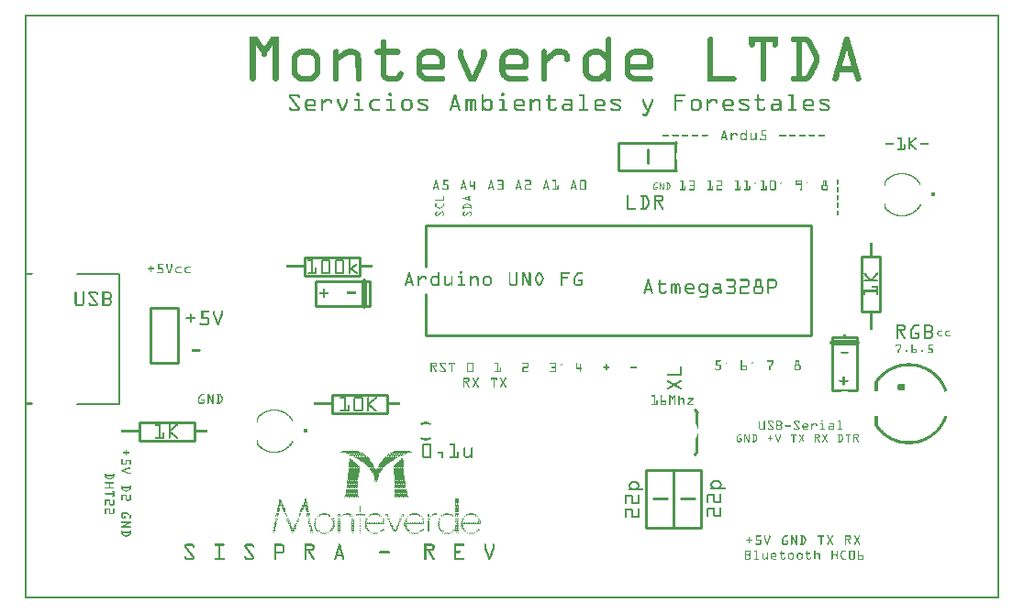
<source format=gto>
G04 MADE WITH FRITZING*
G04 WWW.FRITZING.ORG*
G04 DOUBLE SIDED*
G04 HOLES PLATED*
G04 CONTOUR ON CENTER OF CONTOUR VECTOR*
%ASAXBY*%
%FSLAX23Y23*%
%MOIN*%
%OFA0B0*%
%SFA1.0B1.0*%
%ADD10C,0.010000*%
%ADD11C,0.020000*%
%ADD12C,0.008000*%
%ADD13R,0.001000X0.001000*%
%LNSILK1*%
G90*
G70*
G54D10*
X3025Y952D02*
X3025Y757D01*
D02*
X2935Y757D02*
X2935Y952D01*
D02*
X2935Y952D02*
X3025Y952D01*
G54D11*
D02*
X2935Y932D02*
X3025Y932D01*
G54D10*
D02*
X418Y642D02*
X618Y642D01*
D02*
X618Y642D02*
X618Y576D01*
D02*
X618Y576D02*
X418Y576D01*
D02*
X418Y576D02*
X418Y642D01*
D02*
X2263Y1634D02*
X2263Y1584D01*
D02*
X2158Y1659D02*
X2368Y1659D01*
D02*
X2368Y1559D02*
X2158Y1559D01*
D02*
X2158Y1559D02*
X2158Y1659D01*
D02*
X1018Y1242D02*
X1218Y1242D01*
D02*
X1218Y1242D02*
X1218Y1176D01*
D02*
X1218Y1176D02*
X1018Y1176D01*
D02*
X1018Y1176D02*
X1018Y1242D01*
D02*
X1458Y959D02*
X2858Y959D01*
D02*
X2858Y959D02*
X2858Y1359D01*
D02*
X2858Y1359D02*
X1458Y1359D01*
D02*
X1458Y959D02*
X1458Y1109D01*
D02*
X1458Y1209D02*
X1458Y1359D01*
D02*
X1118Y742D02*
X1318Y742D01*
D02*
X1318Y742D02*
X1318Y676D01*
D02*
X1318Y676D02*
X1118Y676D01*
D02*
X1118Y676D02*
X1118Y742D01*
D02*
X2433Y690D02*
X2443Y680D01*
D02*
X2433Y526D02*
X2442Y535D01*
D02*
X458Y1059D02*
X458Y859D01*
D02*
X458Y859D02*
X558Y859D01*
D02*
X558Y859D02*
X558Y1059D01*
D02*
X558Y1059D02*
X458Y1059D01*
D02*
X2283Y364D02*
X2333Y364D01*
D02*
X2258Y259D02*
X2258Y469D01*
D02*
X2258Y469D02*
X2358Y469D01*
D02*
X2358Y469D02*
X2358Y259D01*
D02*
X2358Y259D02*
X2258Y259D01*
D02*
X2383Y364D02*
X2433Y364D01*
D02*
X2358Y259D02*
X2358Y469D01*
D02*
X2358Y469D02*
X2458Y469D01*
D02*
X2458Y469D02*
X2458Y259D01*
D02*
X2458Y259D02*
X2358Y259D01*
D02*
X1254Y1064D02*
X1059Y1064D01*
D02*
X1059Y1154D02*
X1254Y1154D01*
D02*
X1254Y1154D02*
X1254Y1064D01*
G54D11*
D02*
X1234Y1154D02*
X1234Y1064D01*
G54D12*
D02*
X192Y709D02*
X345Y709D01*
D02*
X345Y709D02*
X345Y1182D01*
D02*
X345Y1182D02*
X192Y1182D01*
G54D10*
D02*
X3042Y1046D02*
X3042Y1246D01*
D02*
X3042Y1246D02*
X3108Y1246D01*
D02*
X3108Y1246D02*
X3108Y1046D01*
D02*
X3108Y1046D02*
X3042Y1046D01*
G36*
X1154Y539D02*
X1154Y536D01*
X1149Y536D01*
X1149Y533D01*
X1219Y533D01*
X1219Y531D01*
X1222Y531D01*
X1222Y533D01*
X1219Y533D01*
X1219Y536D01*
X1213Y536D01*
X1213Y539D01*
X1154Y539D01*
G37*
D02*
G36*
X1340Y539D02*
X1340Y536D01*
X1337Y536D01*
X1337Y533D01*
X1399Y533D01*
X1399Y531D01*
X1402Y531D01*
X1402Y533D01*
X1407Y533D01*
X1407Y536D01*
X1402Y536D01*
X1402Y539D01*
X1340Y539D01*
G37*
D02*
G36*
X1157Y533D02*
X1157Y531D01*
X1160Y531D01*
X1160Y533D01*
X1157Y533D01*
G37*
D02*
G36*
X1163Y533D02*
X1163Y531D01*
X1166Y531D01*
X1166Y533D01*
X1163Y533D01*
G37*
D02*
G36*
X1168Y533D02*
X1168Y531D01*
X1171Y531D01*
X1171Y533D01*
X1168Y533D01*
G37*
D02*
G36*
X1174Y533D02*
X1174Y531D01*
X1177Y531D01*
X1177Y533D01*
X1174Y533D01*
G37*
D02*
G36*
X1180Y533D02*
X1180Y531D01*
X1182Y531D01*
X1182Y533D01*
X1180Y533D01*
G37*
D02*
G36*
X1185Y533D02*
X1185Y531D01*
X1188Y531D01*
X1188Y533D01*
X1185Y533D01*
G37*
D02*
G36*
X1191Y533D02*
X1191Y531D01*
X1194Y531D01*
X1194Y533D01*
X1191Y533D01*
G37*
D02*
G36*
X1196Y533D02*
X1196Y531D01*
X1199Y531D01*
X1199Y533D01*
X1196Y533D01*
G37*
D02*
G36*
X1202Y533D02*
X1202Y531D01*
X1205Y531D01*
X1205Y533D01*
X1202Y533D01*
G37*
D02*
G36*
X1208Y533D02*
X1208Y531D01*
X1211Y531D01*
X1211Y533D01*
X1208Y533D01*
G37*
D02*
G36*
X1213Y533D02*
X1213Y531D01*
X1216Y531D01*
X1216Y533D01*
X1213Y533D01*
G37*
D02*
G36*
X1225Y533D02*
X1225Y531D01*
X1227Y531D01*
X1227Y533D01*
X1225Y533D01*
G37*
D02*
G36*
X1331Y533D02*
X1331Y531D01*
X1334Y531D01*
X1334Y533D01*
X1331Y533D01*
G37*
D02*
G36*
X1337Y533D02*
X1337Y531D01*
X1340Y531D01*
X1340Y533D01*
X1337Y533D01*
G37*
D02*
G36*
X1343Y533D02*
X1343Y531D01*
X1345Y531D01*
X1345Y533D01*
X1343Y533D01*
G37*
D02*
G36*
X1348Y533D02*
X1348Y531D01*
X1351Y531D01*
X1351Y533D01*
X1348Y533D01*
G37*
D02*
G36*
X1354Y533D02*
X1354Y531D01*
X1357Y531D01*
X1357Y533D01*
X1354Y533D01*
G37*
D02*
G36*
X1360Y533D02*
X1360Y531D01*
X1362Y531D01*
X1362Y533D01*
X1360Y533D01*
G37*
D02*
G36*
X1365Y533D02*
X1365Y531D01*
X1368Y531D01*
X1368Y533D01*
X1365Y533D01*
G37*
D02*
G36*
X1371Y533D02*
X1371Y531D01*
X1374Y531D01*
X1374Y533D01*
X1371Y533D01*
G37*
D02*
G36*
X1376Y533D02*
X1376Y531D01*
X1379Y531D01*
X1379Y533D01*
X1376Y533D01*
G37*
D02*
G36*
X1382Y533D02*
X1382Y531D01*
X1385Y531D01*
X1385Y533D01*
X1382Y533D01*
G37*
D02*
G36*
X1388Y533D02*
X1388Y531D01*
X1390Y531D01*
X1390Y533D01*
X1388Y533D01*
G37*
D02*
G36*
X1393Y533D02*
X1393Y531D01*
X1396Y531D01*
X1396Y533D01*
X1393Y533D01*
G37*
D02*
G36*
X1166Y531D02*
X1166Y528D01*
X1230Y528D01*
X1230Y531D01*
X1166Y531D01*
G37*
D02*
G36*
X1166Y531D02*
X1166Y528D01*
X1230Y528D01*
X1230Y531D01*
X1166Y531D01*
G37*
D02*
G36*
X1166Y531D02*
X1166Y528D01*
X1230Y528D01*
X1230Y531D01*
X1166Y531D01*
G37*
D02*
G36*
X1166Y531D02*
X1166Y528D01*
X1230Y528D01*
X1230Y531D01*
X1166Y531D01*
G37*
D02*
G36*
X1166Y531D02*
X1166Y528D01*
X1230Y528D01*
X1230Y531D01*
X1166Y531D01*
G37*
D02*
G36*
X1166Y531D02*
X1166Y528D01*
X1230Y528D01*
X1230Y531D01*
X1166Y531D01*
G37*
D02*
G36*
X1166Y531D02*
X1166Y528D01*
X1230Y528D01*
X1230Y531D01*
X1166Y531D01*
G37*
D02*
G36*
X1166Y531D02*
X1166Y528D01*
X1230Y528D01*
X1230Y531D01*
X1166Y531D01*
G37*
D02*
G36*
X1166Y531D02*
X1166Y528D01*
X1230Y528D01*
X1230Y531D01*
X1166Y531D01*
G37*
D02*
G36*
X1166Y531D02*
X1166Y528D01*
X1230Y528D01*
X1230Y531D01*
X1166Y531D01*
G37*
D02*
G36*
X1166Y531D02*
X1166Y528D01*
X1230Y528D01*
X1230Y531D01*
X1166Y531D01*
G37*
D02*
G36*
X1326Y531D02*
X1326Y528D01*
X1390Y528D01*
X1390Y531D01*
X1326Y531D01*
G37*
D02*
G36*
X1326Y531D02*
X1326Y528D01*
X1390Y528D01*
X1390Y531D01*
X1326Y531D01*
G37*
D02*
G36*
X1326Y531D02*
X1326Y528D01*
X1390Y528D01*
X1390Y531D01*
X1326Y531D01*
G37*
D02*
G36*
X1326Y531D02*
X1326Y528D01*
X1390Y528D01*
X1390Y531D01*
X1326Y531D01*
G37*
D02*
G36*
X1326Y531D02*
X1326Y528D01*
X1390Y528D01*
X1390Y531D01*
X1326Y531D01*
G37*
D02*
G36*
X1326Y531D02*
X1326Y528D01*
X1390Y528D01*
X1390Y531D01*
X1326Y531D01*
G37*
D02*
G36*
X1326Y531D02*
X1326Y528D01*
X1390Y528D01*
X1390Y531D01*
X1326Y531D01*
G37*
D02*
G36*
X1326Y531D02*
X1326Y528D01*
X1390Y528D01*
X1390Y531D01*
X1326Y531D01*
G37*
D02*
G36*
X1326Y531D02*
X1326Y528D01*
X1390Y528D01*
X1390Y531D01*
X1326Y531D01*
G37*
D02*
G36*
X1326Y531D02*
X1326Y528D01*
X1390Y528D01*
X1390Y531D01*
X1326Y531D01*
G37*
D02*
G36*
X1326Y531D02*
X1326Y528D01*
X1390Y528D01*
X1390Y531D01*
X1326Y531D01*
G37*
D02*
G36*
X1174Y528D02*
X1174Y525D01*
X1177Y525D01*
X1177Y528D01*
X1174Y528D01*
G37*
D02*
G36*
X1180Y528D02*
X1180Y525D01*
X1182Y525D01*
X1182Y528D01*
X1180Y528D01*
G37*
D02*
G36*
X1185Y528D02*
X1185Y525D01*
X1188Y525D01*
X1188Y528D01*
X1185Y528D01*
G37*
D02*
G36*
X1191Y528D02*
X1191Y525D01*
X1194Y525D01*
X1194Y528D01*
X1191Y528D01*
G37*
D02*
G36*
X1196Y528D02*
X1196Y525D01*
X1199Y525D01*
X1199Y528D01*
X1196Y528D01*
G37*
D02*
G36*
X1202Y528D02*
X1202Y525D01*
X1205Y525D01*
X1205Y528D01*
X1202Y528D01*
G37*
D02*
G36*
X1208Y528D02*
X1208Y525D01*
X1211Y525D01*
X1211Y528D01*
X1208Y528D01*
G37*
D02*
G36*
X1213Y528D02*
X1213Y525D01*
X1216Y525D01*
X1216Y528D01*
X1213Y528D01*
G37*
D02*
G36*
X1219Y528D02*
X1219Y525D01*
X1222Y525D01*
X1222Y528D01*
X1219Y528D01*
G37*
D02*
G36*
X1225Y528D02*
X1225Y525D01*
X1227Y525D01*
X1227Y528D01*
X1225Y528D01*
G37*
D02*
G36*
X1230Y528D02*
X1230Y525D01*
X1233Y525D01*
X1233Y528D01*
X1230Y528D01*
G37*
D02*
G36*
X1320Y528D02*
X1320Y525D01*
X1323Y525D01*
X1323Y528D01*
X1320Y528D01*
G37*
D02*
G36*
X1326Y528D02*
X1326Y525D01*
X1329Y525D01*
X1329Y528D01*
X1326Y528D01*
G37*
D02*
G36*
X1331Y528D02*
X1331Y525D01*
X1334Y525D01*
X1334Y528D01*
X1331Y528D01*
G37*
D02*
G36*
X1337Y528D02*
X1337Y525D01*
X1340Y525D01*
X1340Y528D01*
X1337Y528D01*
G37*
D02*
G36*
X1343Y528D02*
X1343Y525D01*
X1345Y525D01*
X1345Y528D01*
X1343Y528D01*
G37*
D02*
G36*
X1348Y528D02*
X1348Y525D01*
X1351Y525D01*
X1351Y528D01*
X1348Y528D01*
G37*
D02*
G36*
X1354Y528D02*
X1354Y525D01*
X1357Y525D01*
X1357Y528D01*
X1354Y528D01*
G37*
D02*
G36*
X1360Y528D02*
X1360Y525D01*
X1362Y525D01*
X1362Y528D01*
X1360Y528D01*
G37*
D02*
G36*
X1365Y528D02*
X1365Y525D01*
X1368Y525D01*
X1368Y528D01*
X1365Y528D01*
G37*
D02*
G36*
X1371Y528D02*
X1371Y525D01*
X1374Y525D01*
X1374Y528D01*
X1371Y528D01*
G37*
D02*
G36*
X1376Y528D02*
X1376Y525D01*
X1379Y525D01*
X1379Y528D01*
X1376Y528D01*
G37*
D02*
G36*
X1382Y528D02*
X1382Y525D01*
X1385Y525D01*
X1385Y528D01*
X1382Y528D01*
G37*
D02*
G36*
X1180Y525D02*
X1180Y522D01*
X1239Y522D01*
X1239Y525D01*
X1180Y525D01*
G37*
D02*
G36*
X1180Y525D02*
X1180Y522D01*
X1239Y522D01*
X1239Y525D01*
X1180Y525D01*
G37*
D02*
G36*
X1180Y525D02*
X1180Y522D01*
X1239Y522D01*
X1239Y525D01*
X1180Y525D01*
G37*
D02*
G36*
X1180Y525D02*
X1180Y522D01*
X1239Y522D01*
X1239Y525D01*
X1180Y525D01*
G37*
D02*
G36*
X1180Y525D02*
X1180Y522D01*
X1239Y522D01*
X1239Y525D01*
X1180Y525D01*
G37*
D02*
G36*
X1180Y525D02*
X1180Y522D01*
X1239Y522D01*
X1239Y525D01*
X1180Y525D01*
G37*
D02*
G36*
X1180Y525D02*
X1180Y522D01*
X1239Y522D01*
X1239Y525D01*
X1180Y525D01*
G37*
D02*
G36*
X1180Y525D02*
X1180Y522D01*
X1239Y522D01*
X1239Y525D01*
X1180Y525D01*
G37*
D02*
G36*
X1180Y525D02*
X1180Y522D01*
X1239Y522D01*
X1239Y525D01*
X1180Y525D01*
G37*
D02*
G36*
X1180Y525D02*
X1180Y522D01*
X1239Y522D01*
X1239Y525D01*
X1180Y525D01*
G37*
D02*
G36*
X1317Y525D02*
X1317Y522D01*
X1376Y522D01*
X1376Y525D01*
X1317Y525D01*
G37*
D02*
G36*
X1317Y525D02*
X1317Y522D01*
X1376Y522D01*
X1376Y525D01*
X1317Y525D01*
G37*
D02*
G36*
X1317Y525D02*
X1317Y522D01*
X1376Y522D01*
X1376Y525D01*
X1317Y525D01*
G37*
D02*
G36*
X1317Y525D02*
X1317Y522D01*
X1376Y522D01*
X1376Y525D01*
X1317Y525D01*
G37*
D02*
G36*
X1317Y525D02*
X1317Y522D01*
X1376Y522D01*
X1376Y525D01*
X1317Y525D01*
G37*
D02*
G36*
X1317Y525D02*
X1317Y522D01*
X1376Y522D01*
X1376Y525D01*
X1317Y525D01*
G37*
D02*
G36*
X1317Y525D02*
X1317Y522D01*
X1376Y522D01*
X1376Y525D01*
X1317Y525D01*
G37*
D02*
G36*
X1317Y525D02*
X1317Y522D01*
X1376Y522D01*
X1376Y525D01*
X1317Y525D01*
G37*
D02*
G36*
X1317Y525D02*
X1317Y522D01*
X1376Y522D01*
X1376Y525D01*
X1317Y525D01*
G37*
D02*
G36*
X1317Y525D02*
X1317Y522D01*
X1376Y522D01*
X1376Y525D01*
X1317Y525D01*
G37*
D02*
G36*
X1182Y522D02*
X1182Y519D01*
X1185Y519D01*
X1185Y522D01*
X1182Y522D01*
G37*
D02*
G36*
X1188Y522D02*
X1188Y519D01*
X1191Y519D01*
X1191Y522D01*
X1188Y522D01*
G37*
D02*
G36*
X1194Y522D02*
X1194Y519D01*
X1196Y519D01*
X1196Y522D01*
X1194Y522D01*
G37*
D02*
G36*
X1199Y522D02*
X1199Y519D01*
X1202Y519D01*
X1202Y522D01*
X1199Y522D01*
G37*
D02*
G36*
X1205Y522D02*
X1205Y519D01*
X1208Y519D01*
X1208Y522D01*
X1205Y522D01*
G37*
D02*
G36*
X1211Y522D02*
X1211Y519D01*
X1213Y519D01*
X1213Y522D01*
X1211Y522D01*
G37*
D02*
G36*
X1216Y522D02*
X1216Y519D01*
X1219Y519D01*
X1219Y522D01*
X1216Y522D01*
G37*
D02*
G36*
X1222Y522D02*
X1222Y519D01*
X1225Y519D01*
X1225Y522D01*
X1222Y522D01*
G37*
D02*
G36*
X1227Y522D02*
X1227Y519D01*
X1230Y519D01*
X1230Y522D01*
X1227Y522D01*
G37*
D02*
G36*
X1233Y522D02*
X1233Y519D01*
X1236Y519D01*
X1236Y522D01*
X1233Y522D01*
G37*
D02*
G36*
X1239Y522D02*
X1239Y519D01*
X1241Y519D01*
X1241Y522D01*
X1239Y522D01*
G37*
D02*
G36*
X1317Y522D02*
X1317Y519D01*
X1320Y519D01*
X1320Y522D01*
X1317Y522D01*
G37*
D02*
G36*
X1323Y522D02*
X1323Y519D01*
X1326Y519D01*
X1326Y522D01*
X1323Y522D01*
G37*
D02*
G36*
X1329Y522D02*
X1329Y519D01*
X1331Y519D01*
X1331Y522D01*
X1329Y522D01*
G37*
D02*
G36*
X1334Y522D02*
X1334Y519D01*
X1337Y519D01*
X1337Y522D01*
X1334Y522D01*
G37*
D02*
G36*
X1340Y522D02*
X1340Y519D01*
X1343Y519D01*
X1343Y522D01*
X1340Y522D01*
G37*
D02*
G36*
X1345Y522D02*
X1345Y519D01*
X1348Y519D01*
X1348Y522D01*
X1345Y522D01*
G37*
D02*
G36*
X1351Y522D02*
X1351Y519D01*
X1354Y519D01*
X1354Y522D01*
X1351Y522D01*
G37*
D02*
G36*
X1357Y522D02*
X1357Y519D01*
X1360Y519D01*
X1360Y522D01*
X1357Y522D01*
G37*
D02*
G36*
X1362Y522D02*
X1362Y519D01*
X1365Y519D01*
X1365Y522D01*
X1362Y522D01*
G37*
D02*
G36*
X1368Y522D02*
X1368Y519D01*
X1371Y519D01*
X1371Y522D01*
X1368Y522D01*
G37*
D02*
G36*
X1191Y519D02*
X1191Y517D01*
X1244Y517D01*
X1244Y519D01*
X1191Y519D01*
G37*
D02*
G36*
X1191Y519D02*
X1191Y517D01*
X1244Y517D01*
X1244Y519D01*
X1191Y519D01*
G37*
D02*
G36*
X1191Y519D02*
X1191Y517D01*
X1244Y517D01*
X1244Y519D01*
X1191Y519D01*
G37*
D02*
G36*
X1191Y519D02*
X1191Y517D01*
X1244Y517D01*
X1244Y519D01*
X1191Y519D01*
G37*
D02*
G36*
X1191Y519D02*
X1191Y517D01*
X1244Y517D01*
X1244Y519D01*
X1191Y519D01*
G37*
D02*
G36*
X1191Y519D02*
X1191Y517D01*
X1244Y517D01*
X1244Y519D01*
X1191Y519D01*
G37*
D02*
G36*
X1191Y519D02*
X1191Y517D01*
X1244Y517D01*
X1244Y519D01*
X1191Y519D01*
G37*
D02*
G36*
X1191Y519D02*
X1191Y517D01*
X1244Y517D01*
X1244Y519D01*
X1191Y519D01*
G37*
D02*
G36*
X1191Y519D02*
X1191Y517D01*
X1244Y517D01*
X1244Y519D01*
X1191Y519D01*
G37*
D02*
G36*
X1312Y519D02*
X1312Y517D01*
X1365Y517D01*
X1365Y519D01*
X1312Y519D01*
G37*
D02*
G36*
X1312Y519D02*
X1312Y517D01*
X1365Y517D01*
X1365Y519D01*
X1312Y519D01*
G37*
D02*
G36*
X1312Y519D02*
X1312Y517D01*
X1365Y517D01*
X1365Y519D01*
X1312Y519D01*
G37*
D02*
G36*
X1312Y519D02*
X1312Y517D01*
X1365Y517D01*
X1365Y519D01*
X1312Y519D01*
G37*
D02*
G36*
X1312Y519D02*
X1312Y517D01*
X1365Y517D01*
X1365Y519D01*
X1312Y519D01*
G37*
D02*
G36*
X1312Y519D02*
X1312Y517D01*
X1365Y517D01*
X1365Y519D01*
X1312Y519D01*
G37*
D02*
G36*
X1312Y519D02*
X1312Y517D01*
X1365Y517D01*
X1365Y519D01*
X1312Y519D01*
G37*
D02*
G36*
X1312Y519D02*
X1312Y517D01*
X1365Y517D01*
X1365Y519D01*
X1312Y519D01*
G37*
D02*
G36*
X1312Y519D02*
X1312Y517D01*
X1365Y517D01*
X1365Y519D01*
X1312Y519D01*
G37*
D02*
G36*
X1199Y517D02*
X1199Y514D01*
X1202Y514D01*
X1202Y517D01*
X1199Y517D01*
G37*
D02*
G36*
X1205Y517D02*
X1205Y514D01*
X1208Y514D01*
X1208Y517D01*
X1205Y517D01*
G37*
D02*
G36*
X1211Y517D02*
X1211Y514D01*
X1213Y514D01*
X1213Y517D01*
X1211Y517D01*
G37*
D02*
G36*
X1216Y517D02*
X1216Y514D01*
X1219Y514D01*
X1219Y517D01*
X1216Y517D01*
G37*
D02*
G36*
X1222Y517D02*
X1222Y514D01*
X1225Y514D01*
X1225Y517D01*
X1222Y517D01*
G37*
D02*
G36*
X1227Y517D02*
X1227Y514D01*
X1230Y514D01*
X1230Y517D01*
X1227Y517D01*
G37*
D02*
G36*
X1233Y517D02*
X1233Y514D01*
X1236Y514D01*
X1236Y517D01*
X1233Y517D01*
G37*
D02*
G36*
X1239Y517D02*
X1239Y514D01*
X1241Y514D01*
X1241Y517D01*
X1239Y517D01*
G37*
D02*
G36*
X1244Y517D02*
X1244Y514D01*
X1247Y514D01*
X1247Y517D01*
X1244Y517D01*
G37*
D02*
G36*
X1312Y517D02*
X1312Y514D01*
X1315Y514D01*
X1315Y517D01*
X1312Y517D01*
G37*
D02*
G36*
X1317Y517D02*
X1317Y514D01*
X1320Y514D01*
X1320Y517D01*
X1317Y517D01*
G37*
D02*
G36*
X1323Y517D02*
X1323Y514D01*
X1326Y514D01*
X1326Y517D01*
X1323Y517D01*
G37*
D02*
G36*
X1329Y517D02*
X1329Y514D01*
X1331Y514D01*
X1331Y517D01*
X1329Y517D01*
G37*
D02*
G36*
X1334Y517D02*
X1334Y514D01*
X1337Y514D01*
X1337Y517D01*
X1334Y517D01*
G37*
D02*
G36*
X1340Y517D02*
X1340Y514D01*
X1343Y514D01*
X1343Y517D01*
X1340Y517D01*
G37*
D02*
G36*
X1345Y517D02*
X1345Y514D01*
X1348Y514D01*
X1348Y517D01*
X1345Y517D01*
G37*
D02*
G36*
X1351Y517D02*
X1351Y514D01*
X1354Y514D01*
X1354Y517D01*
X1351Y517D01*
G37*
D02*
G36*
X1357Y517D02*
X1357Y514D01*
X1360Y514D01*
X1360Y517D01*
X1357Y517D01*
G37*
D02*
G36*
X1202Y514D02*
X1202Y511D01*
X1250Y511D01*
X1250Y514D01*
X1202Y514D01*
G37*
D02*
G36*
X1202Y514D02*
X1202Y511D01*
X1250Y511D01*
X1250Y514D01*
X1202Y514D01*
G37*
D02*
G36*
X1202Y514D02*
X1202Y511D01*
X1250Y511D01*
X1250Y514D01*
X1202Y514D01*
G37*
D02*
G36*
X1202Y514D02*
X1202Y511D01*
X1250Y511D01*
X1250Y514D01*
X1202Y514D01*
G37*
D02*
G36*
X1202Y514D02*
X1202Y511D01*
X1250Y511D01*
X1250Y514D01*
X1202Y514D01*
G37*
D02*
G36*
X1202Y514D02*
X1202Y511D01*
X1250Y511D01*
X1250Y514D01*
X1202Y514D01*
G37*
D02*
G36*
X1202Y514D02*
X1202Y511D01*
X1250Y511D01*
X1250Y514D01*
X1202Y514D01*
G37*
D02*
G36*
X1202Y514D02*
X1202Y511D01*
X1250Y511D01*
X1250Y514D01*
X1202Y514D01*
G37*
D02*
G36*
X1306Y514D02*
X1306Y511D01*
X1354Y511D01*
X1354Y514D01*
X1306Y514D01*
G37*
D02*
G36*
X1306Y514D02*
X1306Y511D01*
X1354Y511D01*
X1354Y514D01*
X1306Y514D01*
G37*
D02*
G36*
X1306Y514D02*
X1306Y511D01*
X1354Y511D01*
X1354Y514D01*
X1306Y514D01*
G37*
D02*
G36*
X1306Y514D02*
X1306Y511D01*
X1354Y511D01*
X1354Y514D01*
X1306Y514D01*
G37*
D02*
G36*
X1306Y514D02*
X1306Y511D01*
X1354Y511D01*
X1354Y514D01*
X1306Y514D01*
G37*
D02*
G36*
X1306Y514D02*
X1306Y511D01*
X1354Y511D01*
X1354Y514D01*
X1306Y514D01*
G37*
D02*
G36*
X1306Y514D02*
X1306Y511D01*
X1354Y511D01*
X1354Y514D01*
X1306Y514D01*
G37*
D02*
G36*
X1306Y514D02*
X1306Y511D01*
X1354Y511D01*
X1354Y514D01*
X1306Y514D01*
G37*
D02*
G36*
X1208Y511D02*
X1208Y508D01*
X1213Y508D01*
X1213Y505D01*
X1216Y505D01*
X1216Y503D01*
X1222Y503D01*
X1222Y500D01*
X1227Y500D01*
X1227Y497D01*
X1230Y497D01*
X1230Y494D01*
X1233Y494D01*
X1233Y491D01*
X1239Y491D01*
X1239Y488D01*
X1241Y488D01*
X1241Y486D01*
X1244Y486D01*
X1244Y483D01*
X1247Y483D01*
X1247Y480D01*
X1250Y480D01*
X1250Y477D01*
X1270Y477D01*
X1270Y474D01*
X1272Y474D01*
X1272Y483D01*
X1267Y483D01*
X1267Y491D01*
X1264Y491D01*
X1264Y494D01*
X1261Y494D01*
X1261Y500D01*
X1258Y500D01*
X1258Y503D01*
X1255Y503D01*
X1255Y508D01*
X1253Y508D01*
X1253Y511D01*
X1208Y511D01*
G37*
D02*
G36*
X1303Y511D02*
X1303Y508D01*
X1300Y508D01*
X1300Y503D01*
X1298Y503D01*
X1298Y500D01*
X1295Y500D01*
X1295Y494D01*
X1292Y494D01*
X1292Y491D01*
X1289Y491D01*
X1289Y486D01*
X1286Y486D01*
X1286Y483D01*
X1284Y483D01*
X1284Y477D01*
X1298Y477D01*
X1298Y474D01*
X1300Y474D01*
X1300Y477D01*
X1306Y477D01*
X1306Y480D01*
X1309Y480D01*
X1309Y483D01*
X1312Y483D01*
X1312Y486D01*
X1315Y486D01*
X1315Y488D01*
X1317Y488D01*
X1317Y491D01*
X1323Y491D01*
X1323Y494D01*
X1326Y494D01*
X1326Y497D01*
X1329Y497D01*
X1329Y500D01*
X1334Y500D01*
X1334Y503D01*
X1340Y503D01*
X1340Y505D01*
X1343Y505D01*
X1343Y508D01*
X1348Y508D01*
X1348Y511D01*
X1303Y511D01*
G37*
D02*
G36*
X1253Y477D02*
X1253Y474D01*
X1255Y474D01*
X1255Y477D01*
X1253Y477D01*
G37*
D02*
G36*
X1258Y477D02*
X1258Y474D01*
X1261Y474D01*
X1261Y477D01*
X1258Y477D01*
G37*
D02*
G36*
X1264Y477D02*
X1264Y474D01*
X1267Y474D01*
X1267Y477D01*
X1264Y477D01*
G37*
D02*
G36*
X1286Y477D02*
X1286Y474D01*
X1289Y474D01*
X1289Y477D01*
X1286Y477D01*
G37*
D02*
G36*
X1292Y477D02*
X1292Y474D01*
X1295Y474D01*
X1295Y477D01*
X1292Y477D01*
G37*
D02*
G36*
X1255Y474D02*
X1255Y472D01*
X1275Y472D01*
X1275Y474D01*
X1255Y474D01*
G37*
D02*
G36*
X1255Y474D02*
X1255Y472D01*
X1275Y472D01*
X1275Y474D01*
X1255Y474D01*
G37*
D02*
G36*
X1255Y474D02*
X1255Y472D01*
X1275Y472D01*
X1275Y474D01*
X1255Y474D01*
G37*
D02*
G36*
X1281Y474D02*
X1281Y472D01*
X1300Y472D01*
X1300Y474D01*
X1281Y474D01*
G37*
D02*
G36*
X1281Y474D02*
X1281Y472D01*
X1300Y472D01*
X1300Y474D01*
X1281Y474D01*
G37*
D02*
G36*
X1281Y474D02*
X1281Y472D01*
X1300Y472D01*
X1300Y474D01*
X1281Y474D01*
G37*
D02*
G36*
X1255Y472D02*
X1255Y469D01*
X1300Y469D01*
X1300Y472D01*
X1255Y472D01*
G37*
D02*
G36*
X1255Y472D02*
X1255Y469D01*
X1300Y469D01*
X1300Y472D01*
X1255Y472D01*
G37*
D02*
G36*
X1258Y469D02*
X1258Y466D01*
X1261Y466D01*
X1261Y460D01*
X1264Y460D01*
X1264Y458D01*
X1267Y458D01*
X1267Y449D01*
X1270Y449D01*
X1270Y443D01*
X1272Y443D01*
X1272Y432D01*
X1278Y432D01*
X1278Y427D01*
X1275Y427D01*
X1275Y424D01*
X1281Y424D01*
X1281Y432D01*
X1284Y432D01*
X1284Y443D01*
X1286Y443D01*
X1286Y449D01*
X1289Y449D01*
X1289Y458D01*
X1292Y458D01*
X1292Y460D01*
X1295Y460D01*
X1295Y466D01*
X1298Y466D01*
X1298Y469D01*
X1258Y469D01*
G37*
D02*
G36*
X1272Y432D02*
X1272Y429D01*
X1275Y429D01*
X1275Y432D01*
X1272Y432D01*
G37*
D02*
G36*
X1368Y511D02*
X1368Y505D01*
X1362Y505D01*
X1362Y503D01*
X1360Y503D01*
X1360Y500D01*
X1357Y500D01*
X1357Y497D01*
X1354Y497D01*
X1354Y494D01*
X1351Y494D01*
X1351Y491D01*
X1348Y491D01*
X1348Y488D01*
X1343Y488D01*
X1343Y486D01*
X1340Y486D01*
X1340Y477D01*
X1376Y477D01*
X1376Y474D01*
X1379Y474D01*
X1379Y494D01*
X1376Y494D01*
X1376Y505D01*
X1374Y505D01*
X1374Y511D01*
X1368Y511D01*
G37*
D02*
G36*
X1343Y477D02*
X1343Y474D01*
X1345Y474D01*
X1345Y477D01*
X1343Y477D01*
G37*
D02*
G36*
X1348Y477D02*
X1348Y474D01*
X1351Y474D01*
X1351Y477D01*
X1348Y477D01*
G37*
D02*
G36*
X1354Y477D02*
X1354Y474D01*
X1357Y474D01*
X1357Y477D01*
X1354Y477D01*
G37*
D02*
G36*
X1360Y477D02*
X1360Y474D01*
X1362Y474D01*
X1362Y477D01*
X1360Y477D01*
G37*
D02*
G36*
X1365Y477D02*
X1365Y474D01*
X1368Y474D01*
X1368Y477D01*
X1365Y477D01*
G37*
D02*
G36*
X1371Y477D02*
X1371Y474D01*
X1374Y474D01*
X1374Y477D01*
X1371Y477D01*
G37*
D02*
G36*
X1340Y474D02*
X1340Y472D01*
X1379Y472D01*
X1379Y474D01*
X1340Y474D01*
G37*
D02*
G36*
X1340Y474D02*
X1340Y472D01*
X1379Y472D01*
X1379Y474D01*
X1340Y474D01*
G37*
D02*
G36*
X1340Y474D02*
X1340Y472D01*
X1379Y472D01*
X1379Y474D01*
X1340Y474D01*
G37*
D02*
G36*
X1340Y474D02*
X1340Y472D01*
X1379Y472D01*
X1379Y474D01*
X1340Y474D01*
G37*
D02*
G36*
X1340Y474D02*
X1340Y472D01*
X1379Y472D01*
X1379Y474D01*
X1340Y474D01*
G37*
D02*
G36*
X1340Y474D02*
X1340Y472D01*
X1379Y472D01*
X1379Y474D01*
X1340Y474D01*
G37*
D02*
G36*
X1340Y474D02*
X1340Y472D01*
X1379Y472D01*
X1379Y474D01*
X1340Y474D01*
G37*
D02*
G36*
X1340Y472D02*
X1340Y452D01*
X1343Y452D01*
X1343Y435D01*
X1345Y435D01*
X1345Y432D01*
X1379Y432D01*
X1379Y427D01*
X1382Y427D01*
X1382Y449D01*
X1379Y449D01*
X1379Y472D01*
X1340Y472D01*
G37*
D02*
G36*
X1345Y432D02*
X1345Y427D01*
X1348Y427D01*
X1348Y432D01*
X1345Y432D01*
G37*
D02*
G36*
X1351Y432D02*
X1351Y427D01*
X1354Y427D01*
X1354Y432D01*
X1351Y432D01*
G37*
D02*
G36*
X1357Y432D02*
X1357Y427D01*
X1360Y427D01*
X1360Y432D01*
X1357Y432D01*
G37*
D02*
G36*
X1362Y432D02*
X1362Y427D01*
X1365Y427D01*
X1365Y432D01*
X1362Y432D01*
G37*
D02*
G36*
X1368Y432D02*
X1368Y427D01*
X1371Y427D01*
X1371Y432D01*
X1368Y432D01*
G37*
D02*
G36*
X1374Y432D02*
X1374Y427D01*
X1376Y427D01*
X1376Y432D01*
X1374Y432D01*
G37*
D02*
G36*
X1345Y427D02*
X1345Y424D01*
X1385Y424D01*
X1385Y427D01*
X1345Y427D01*
G37*
D02*
G36*
X1345Y427D02*
X1345Y424D01*
X1385Y424D01*
X1385Y427D01*
X1345Y427D01*
G37*
D02*
G36*
X1345Y427D02*
X1345Y424D01*
X1385Y424D01*
X1385Y427D01*
X1345Y427D01*
G37*
D02*
G36*
X1345Y427D02*
X1345Y424D01*
X1385Y424D01*
X1385Y427D01*
X1345Y427D01*
G37*
D02*
G36*
X1345Y427D02*
X1345Y424D01*
X1385Y424D01*
X1385Y427D01*
X1345Y427D01*
G37*
D02*
G36*
X1345Y427D02*
X1345Y424D01*
X1385Y424D01*
X1385Y427D01*
X1345Y427D01*
G37*
D02*
G36*
X1345Y427D02*
X1345Y424D01*
X1385Y424D01*
X1385Y427D01*
X1345Y427D01*
G37*
D02*
G36*
X1345Y424D02*
X1345Y418D01*
X1382Y418D01*
X1382Y415D01*
X1385Y415D01*
X1385Y424D01*
X1345Y424D01*
G37*
D02*
G36*
X1348Y418D02*
X1348Y415D01*
X1351Y415D01*
X1351Y418D01*
X1348Y418D01*
G37*
D02*
G36*
X1354Y418D02*
X1354Y415D01*
X1357Y415D01*
X1357Y418D01*
X1354Y418D01*
G37*
D02*
G36*
X1360Y418D02*
X1360Y415D01*
X1362Y415D01*
X1362Y418D01*
X1360Y418D01*
G37*
D02*
G36*
X1365Y418D02*
X1365Y415D01*
X1368Y415D01*
X1368Y418D01*
X1365Y418D01*
G37*
D02*
G36*
X1371Y418D02*
X1371Y415D01*
X1374Y415D01*
X1374Y418D01*
X1371Y418D01*
G37*
D02*
G36*
X1376Y418D02*
X1376Y415D01*
X1379Y415D01*
X1379Y418D01*
X1376Y418D01*
G37*
D02*
G36*
X1345Y415D02*
X1345Y413D01*
X1385Y413D01*
X1385Y415D01*
X1345Y415D01*
G37*
D02*
G36*
X1345Y415D02*
X1345Y413D01*
X1385Y413D01*
X1385Y415D01*
X1345Y415D01*
G37*
D02*
G36*
X1345Y415D02*
X1345Y413D01*
X1385Y413D01*
X1385Y415D01*
X1345Y415D01*
G37*
D02*
G36*
X1345Y415D02*
X1345Y413D01*
X1385Y413D01*
X1385Y415D01*
X1345Y415D01*
G37*
D02*
G36*
X1345Y415D02*
X1345Y413D01*
X1385Y413D01*
X1385Y415D01*
X1345Y415D01*
G37*
D02*
G36*
X1345Y415D02*
X1345Y413D01*
X1385Y413D01*
X1385Y415D01*
X1345Y415D01*
G37*
D02*
G36*
X1345Y415D02*
X1345Y413D01*
X1385Y413D01*
X1385Y415D01*
X1345Y415D01*
G37*
D02*
G36*
X1345Y413D02*
X1345Y404D01*
X1379Y404D01*
X1379Y401D01*
X1382Y401D01*
X1382Y404D01*
X1385Y404D01*
X1385Y413D01*
X1345Y413D01*
G37*
D02*
G36*
X1345Y404D02*
X1345Y401D01*
X1348Y401D01*
X1348Y404D01*
X1345Y404D01*
G37*
D02*
G36*
X1351Y404D02*
X1351Y401D01*
X1354Y401D01*
X1354Y404D01*
X1351Y404D01*
G37*
D02*
G36*
X1357Y404D02*
X1357Y401D01*
X1360Y401D01*
X1360Y404D01*
X1357Y404D01*
G37*
D02*
G36*
X1362Y404D02*
X1362Y401D01*
X1365Y401D01*
X1365Y404D01*
X1362Y404D01*
G37*
D02*
G36*
X1368Y404D02*
X1368Y401D01*
X1371Y401D01*
X1371Y404D01*
X1368Y404D01*
G37*
D02*
G36*
X1374Y404D02*
X1374Y401D01*
X1376Y401D01*
X1376Y404D01*
X1374Y404D01*
G37*
D02*
G36*
X1180Y511D02*
X1180Y500D01*
X1177Y500D01*
X1177Y477D01*
X1213Y477D01*
X1213Y474D01*
X1216Y474D01*
X1216Y483D01*
X1213Y483D01*
X1213Y486D01*
X1211Y486D01*
X1211Y488D01*
X1208Y488D01*
X1208Y491D01*
X1205Y491D01*
X1205Y494D01*
X1202Y494D01*
X1202Y497D01*
X1199Y497D01*
X1199Y500D01*
X1194Y500D01*
X1194Y505D01*
X1188Y505D01*
X1188Y508D01*
X1185Y508D01*
X1185Y511D01*
X1180Y511D01*
G37*
D02*
G36*
X1180Y477D02*
X1180Y474D01*
X1182Y474D01*
X1182Y477D01*
X1180Y477D01*
G37*
D02*
G36*
X1185Y477D02*
X1185Y474D01*
X1188Y474D01*
X1188Y477D01*
X1185Y477D01*
G37*
D02*
G36*
X1191Y477D02*
X1191Y474D01*
X1194Y474D01*
X1194Y477D01*
X1191Y477D01*
G37*
D02*
G36*
X1196Y477D02*
X1196Y474D01*
X1199Y474D01*
X1199Y477D01*
X1196Y477D01*
G37*
D02*
G36*
X1202Y477D02*
X1202Y474D01*
X1205Y474D01*
X1205Y477D01*
X1202Y477D01*
G37*
D02*
G36*
X1208Y477D02*
X1208Y474D01*
X1211Y474D01*
X1211Y477D01*
X1208Y477D01*
G37*
D02*
G36*
X1177Y474D02*
X1177Y472D01*
X1216Y472D01*
X1216Y474D01*
X1177Y474D01*
G37*
D02*
G36*
X1177Y474D02*
X1177Y472D01*
X1216Y472D01*
X1216Y474D01*
X1177Y474D01*
G37*
D02*
G36*
X1177Y474D02*
X1177Y472D01*
X1216Y472D01*
X1216Y474D01*
X1177Y474D01*
G37*
D02*
G36*
X1177Y474D02*
X1177Y472D01*
X1216Y472D01*
X1216Y474D01*
X1177Y474D01*
G37*
D02*
G36*
X1177Y474D02*
X1177Y472D01*
X1216Y472D01*
X1216Y474D01*
X1177Y474D01*
G37*
D02*
G36*
X1177Y474D02*
X1177Y472D01*
X1216Y472D01*
X1216Y474D01*
X1177Y474D01*
G37*
D02*
G36*
X1177Y474D02*
X1177Y472D01*
X1216Y472D01*
X1216Y474D01*
X1177Y474D01*
G37*
D02*
G36*
X1177Y472D02*
X1177Y458D01*
X1174Y458D01*
X1174Y432D01*
X1205Y432D01*
X1205Y427D01*
X1208Y427D01*
X1208Y432D01*
X1211Y432D01*
X1211Y441D01*
X1213Y441D01*
X1213Y458D01*
X1216Y458D01*
X1216Y472D01*
X1177Y472D01*
G37*
D02*
G36*
X1171Y432D02*
X1171Y427D01*
X1174Y427D01*
X1174Y432D01*
X1171Y432D01*
G37*
D02*
G36*
X1177Y432D02*
X1177Y427D01*
X1180Y427D01*
X1180Y432D01*
X1177Y432D01*
G37*
D02*
G36*
X1182Y432D02*
X1182Y427D01*
X1185Y427D01*
X1185Y432D01*
X1182Y432D01*
G37*
D02*
G36*
X1188Y432D02*
X1188Y427D01*
X1191Y427D01*
X1191Y432D01*
X1188Y432D01*
G37*
D02*
G36*
X1194Y432D02*
X1194Y427D01*
X1196Y427D01*
X1196Y432D01*
X1194Y432D01*
G37*
D02*
G36*
X1199Y432D02*
X1199Y427D01*
X1202Y427D01*
X1202Y432D01*
X1199Y432D01*
G37*
D02*
G36*
X1171Y427D02*
X1171Y424D01*
X1211Y424D01*
X1211Y427D01*
X1171Y427D01*
G37*
D02*
G36*
X1171Y427D02*
X1171Y424D01*
X1211Y424D01*
X1211Y427D01*
X1171Y427D01*
G37*
D02*
G36*
X1171Y427D02*
X1171Y424D01*
X1211Y424D01*
X1211Y427D01*
X1171Y427D01*
G37*
D02*
G36*
X1171Y427D02*
X1171Y424D01*
X1211Y424D01*
X1211Y427D01*
X1171Y427D01*
G37*
D02*
G36*
X1171Y427D02*
X1171Y424D01*
X1211Y424D01*
X1211Y427D01*
X1171Y427D01*
G37*
D02*
G36*
X1171Y427D02*
X1171Y424D01*
X1211Y424D01*
X1211Y427D01*
X1171Y427D01*
G37*
D02*
G36*
X1171Y427D02*
X1171Y424D01*
X1211Y424D01*
X1211Y427D01*
X1171Y427D01*
G37*
D02*
G36*
X1171Y424D02*
X1171Y418D01*
X1208Y418D01*
X1208Y415D01*
X1211Y415D01*
X1211Y424D01*
X1171Y424D01*
G37*
D02*
G36*
X1174Y418D02*
X1174Y415D01*
X1177Y415D01*
X1177Y418D01*
X1174Y418D01*
G37*
D02*
G36*
X1180Y418D02*
X1180Y415D01*
X1182Y415D01*
X1182Y418D01*
X1180Y418D01*
G37*
D02*
G36*
X1185Y418D02*
X1185Y415D01*
X1188Y415D01*
X1188Y418D01*
X1185Y418D01*
G37*
D02*
G36*
X1191Y418D02*
X1191Y415D01*
X1194Y415D01*
X1194Y418D01*
X1191Y418D01*
G37*
D02*
G36*
X1196Y418D02*
X1196Y415D01*
X1199Y415D01*
X1199Y418D01*
X1196Y418D01*
G37*
D02*
G36*
X1202Y418D02*
X1202Y415D01*
X1205Y415D01*
X1205Y418D01*
X1202Y418D01*
G37*
D02*
G36*
X1171Y415D02*
X1171Y413D01*
X1211Y413D01*
X1211Y415D01*
X1171Y415D01*
G37*
D02*
G36*
X1171Y415D02*
X1171Y413D01*
X1211Y413D01*
X1211Y415D01*
X1171Y415D01*
G37*
D02*
G36*
X1171Y415D02*
X1171Y413D01*
X1211Y413D01*
X1211Y415D01*
X1171Y415D01*
G37*
D02*
G36*
X1171Y415D02*
X1171Y413D01*
X1211Y413D01*
X1211Y415D01*
X1171Y415D01*
G37*
D02*
G36*
X1171Y415D02*
X1171Y413D01*
X1211Y413D01*
X1211Y415D01*
X1171Y415D01*
G37*
D02*
G36*
X1171Y415D02*
X1171Y413D01*
X1211Y413D01*
X1211Y415D01*
X1171Y415D01*
G37*
D02*
G36*
X1171Y415D02*
X1171Y413D01*
X1211Y413D01*
X1211Y415D01*
X1171Y415D01*
G37*
D02*
G36*
X1171Y413D02*
X1171Y404D01*
X1205Y404D01*
X1205Y401D01*
X1208Y401D01*
X1208Y404D01*
X1211Y404D01*
X1211Y413D01*
X1171Y413D01*
G37*
D02*
G36*
X1171Y404D02*
X1171Y401D01*
X1174Y401D01*
X1174Y404D01*
X1171Y404D01*
G37*
D02*
G36*
X1177Y404D02*
X1177Y401D01*
X1180Y401D01*
X1180Y404D01*
X1177Y404D01*
G37*
D02*
G36*
X1182Y404D02*
X1182Y401D01*
X1185Y401D01*
X1185Y404D01*
X1182Y404D01*
G37*
D02*
G36*
X1188Y404D02*
X1188Y401D01*
X1191Y401D01*
X1191Y404D01*
X1188Y404D01*
G37*
D02*
G36*
X1194Y404D02*
X1194Y401D01*
X1196Y401D01*
X1196Y404D01*
X1194Y404D01*
G37*
D02*
G36*
X1199Y404D02*
X1199Y401D01*
X1202Y401D01*
X1202Y404D01*
X1199Y404D01*
G37*
D02*
G36*
X1168Y398D02*
X1168Y393D01*
X1166Y393D01*
X1166Y384D01*
X1208Y384D01*
X1208Y382D01*
X1211Y382D01*
X1211Y398D01*
X1168Y398D01*
G37*
D02*
G36*
X1168Y384D02*
X1168Y382D01*
X1171Y382D01*
X1171Y384D01*
X1168Y384D01*
G37*
D02*
G36*
X1174Y384D02*
X1174Y382D01*
X1177Y382D01*
X1177Y384D01*
X1174Y384D01*
G37*
D02*
G36*
X1180Y384D02*
X1180Y382D01*
X1182Y382D01*
X1182Y384D01*
X1180Y384D01*
G37*
D02*
G36*
X1185Y384D02*
X1185Y382D01*
X1188Y382D01*
X1188Y384D01*
X1185Y384D01*
G37*
D02*
G36*
X1191Y384D02*
X1191Y382D01*
X1194Y382D01*
X1194Y384D01*
X1191Y384D01*
G37*
D02*
G36*
X1196Y384D02*
X1196Y382D01*
X1199Y382D01*
X1199Y384D01*
X1196Y384D01*
G37*
D02*
G36*
X1202Y384D02*
X1202Y382D01*
X1205Y382D01*
X1205Y384D01*
X1202Y384D01*
G37*
D02*
G36*
X1166Y382D02*
X1166Y379D01*
X1211Y379D01*
X1211Y382D01*
X1166Y382D01*
G37*
D02*
G36*
X1166Y382D02*
X1166Y379D01*
X1211Y379D01*
X1211Y382D01*
X1166Y382D01*
G37*
D02*
G36*
X1166Y382D02*
X1166Y379D01*
X1211Y379D01*
X1211Y382D01*
X1166Y382D01*
G37*
D02*
G36*
X1166Y382D02*
X1166Y379D01*
X1211Y379D01*
X1211Y382D01*
X1166Y382D01*
G37*
D02*
G36*
X1166Y382D02*
X1166Y379D01*
X1211Y379D01*
X1211Y382D01*
X1166Y382D01*
G37*
D02*
G36*
X1166Y382D02*
X1166Y379D01*
X1211Y379D01*
X1211Y382D01*
X1166Y382D01*
G37*
D02*
G36*
X1166Y382D02*
X1166Y379D01*
X1211Y379D01*
X1211Y382D01*
X1166Y382D01*
G37*
D02*
G36*
X1166Y382D02*
X1166Y379D01*
X1211Y379D01*
X1211Y382D01*
X1166Y382D01*
G37*
D02*
G36*
X1163Y379D02*
X1163Y373D01*
X1211Y373D01*
X1211Y370D01*
X1213Y370D01*
X1213Y376D01*
X1211Y376D01*
X1211Y379D01*
X1163Y379D01*
G37*
D02*
G36*
X1166Y373D02*
X1166Y370D01*
X1168Y370D01*
X1168Y373D01*
X1166Y373D01*
G37*
D02*
G36*
X1171Y373D02*
X1171Y370D01*
X1174Y370D01*
X1174Y373D01*
X1171Y373D01*
G37*
D02*
G36*
X1177Y373D02*
X1177Y370D01*
X1180Y370D01*
X1180Y373D01*
X1177Y373D01*
G37*
D02*
G36*
X1182Y373D02*
X1182Y370D01*
X1185Y370D01*
X1185Y373D01*
X1182Y373D01*
G37*
D02*
G36*
X1188Y373D02*
X1188Y370D01*
X1191Y370D01*
X1191Y373D01*
X1188Y373D01*
G37*
D02*
G36*
X1194Y373D02*
X1194Y370D01*
X1196Y370D01*
X1196Y373D01*
X1194Y373D01*
G37*
D02*
G36*
X1199Y373D02*
X1199Y370D01*
X1202Y370D01*
X1202Y373D01*
X1199Y373D01*
G37*
D02*
G36*
X1205Y373D02*
X1205Y370D01*
X1208Y370D01*
X1208Y373D01*
X1205Y373D01*
G37*
D02*
G36*
X1345Y398D02*
X1345Y384D01*
X1388Y384D01*
X1388Y382D01*
X1390Y382D01*
X1390Y393D01*
X1388Y393D01*
X1388Y398D01*
X1345Y398D01*
G37*
D02*
G36*
X1348Y384D02*
X1348Y382D01*
X1351Y382D01*
X1351Y384D01*
X1348Y384D01*
G37*
D02*
G36*
X1354Y384D02*
X1354Y382D01*
X1357Y382D01*
X1357Y384D01*
X1354Y384D01*
G37*
D02*
G36*
X1360Y384D02*
X1360Y382D01*
X1362Y382D01*
X1362Y384D01*
X1360Y384D01*
G37*
D02*
G36*
X1365Y384D02*
X1365Y382D01*
X1368Y382D01*
X1368Y384D01*
X1365Y384D01*
G37*
D02*
G36*
X1371Y384D02*
X1371Y382D01*
X1374Y382D01*
X1374Y384D01*
X1371Y384D01*
G37*
D02*
G36*
X1376Y384D02*
X1376Y382D01*
X1379Y382D01*
X1379Y384D01*
X1376Y384D01*
G37*
D02*
G36*
X1382Y384D02*
X1382Y382D01*
X1385Y382D01*
X1385Y384D01*
X1382Y384D01*
G37*
D02*
G36*
X1345Y382D02*
X1345Y379D01*
X1390Y379D01*
X1390Y382D01*
X1345Y382D01*
G37*
D02*
G36*
X1345Y382D02*
X1345Y379D01*
X1390Y379D01*
X1390Y382D01*
X1345Y382D01*
G37*
D02*
G36*
X1345Y382D02*
X1345Y379D01*
X1390Y379D01*
X1390Y382D01*
X1345Y382D01*
G37*
D02*
G36*
X1345Y382D02*
X1345Y379D01*
X1390Y379D01*
X1390Y382D01*
X1345Y382D01*
G37*
D02*
G36*
X1345Y382D02*
X1345Y379D01*
X1390Y379D01*
X1390Y382D01*
X1345Y382D01*
G37*
D02*
G36*
X1345Y382D02*
X1345Y379D01*
X1390Y379D01*
X1390Y382D01*
X1345Y382D01*
G37*
D02*
G36*
X1345Y382D02*
X1345Y379D01*
X1390Y379D01*
X1390Y382D01*
X1345Y382D01*
G37*
D02*
G36*
X1345Y382D02*
X1345Y379D01*
X1390Y379D01*
X1390Y382D01*
X1345Y382D01*
G37*
D02*
G36*
X1343Y379D02*
X1343Y373D01*
X1390Y373D01*
X1390Y370D01*
X1393Y370D01*
X1393Y376D01*
X1390Y376D01*
X1390Y379D01*
X1343Y379D01*
G37*
D02*
G36*
X1345Y373D02*
X1345Y370D01*
X1348Y370D01*
X1348Y373D01*
X1345Y373D01*
G37*
D02*
G36*
X1351Y373D02*
X1351Y370D01*
X1354Y370D01*
X1354Y373D01*
X1351Y373D01*
G37*
D02*
G36*
X1357Y373D02*
X1357Y370D01*
X1360Y370D01*
X1360Y373D01*
X1357Y373D01*
G37*
D02*
G36*
X1362Y373D02*
X1362Y370D01*
X1365Y370D01*
X1365Y373D01*
X1362Y373D01*
G37*
D02*
G36*
X1368Y373D02*
X1368Y370D01*
X1371Y370D01*
X1371Y373D01*
X1368Y373D01*
G37*
D02*
G36*
X1374Y373D02*
X1374Y370D01*
X1376Y370D01*
X1376Y373D01*
X1374Y373D01*
G37*
D02*
G36*
X1379Y373D02*
X1379Y370D01*
X1382Y370D01*
X1382Y373D01*
X1379Y373D01*
G37*
D02*
G36*
X1385Y373D02*
X1385Y370D01*
X1388Y370D01*
X1388Y373D01*
X1385Y373D01*
G37*
D02*
G36*
X1160Y373D02*
X1160Y370D01*
X1163Y370D01*
X1163Y373D01*
X1160Y373D01*
G37*
D02*
G36*
X926Y365D02*
X926Y362D01*
X924Y362D01*
X924Y348D01*
X935Y348D01*
X935Y342D01*
X938Y342D01*
X938Y348D01*
X935Y348D01*
X935Y359D01*
X932Y359D01*
X932Y362D01*
X929Y362D01*
X929Y365D01*
X926Y365D01*
G37*
D02*
G36*
X924Y348D02*
X924Y342D01*
X926Y342D01*
X926Y348D01*
X924Y348D01*
G37*
D02*
G36*
X929Y348D02*
X929Y342D01*
X932Y342D01*
X932Y348D01*
X929Y348D01*
G37*
D02*
G36*
X921Y342D02*
X921Y339D01*
X941Y339D01*
X941Y342D01*
X921Y342D01*
G37*
D02*
G36*
X921Y342D02*
X921Y339D01*
X941Y339D01*
X941Y342D01*
X921Y342D01*
G37*
D02*
G36*
X921Y342D02*
X921Y339D01*
X941Y339D01*
X941Y342D01*
X921Y342D01*
G37*
D02*
G36*
X921Y339D02*
X921Y337D01*
X935Y337D01*
X935Y334D01*
X938Y334D01*
X938Y331D01*
X935Y331D01*
X935Y328D01*
X938Y328D01*
X938Y323D01*
X941Y323D01*
X941Y314D01*
X949Y314D01*
X949Y320D01*
X946Y320D01*
X946Y331D01*
X941Y331D01*
X941Y339D01*
X921Y339D01*
G37*
D02*
G36*
X921Y337D02*
X921Y334D01*
X926Y334D01*
X926Y331D01*
X929Y331D01*
X929Y337D01*
X921Y337D01*
G37*
D02*
G36*
X921Y334D02*
X921Y331D01*
X924Y331D01*
X924Y334D01*
X921Y334D01*
G37*
D02*
G36*
X918Y331D02*
X918Y328D01*
X929Y328D01*
X929Y331D01*
X918Y331D01*
G37*
D02*
G36*
X918Y331D02*
X918Y328D01*
X929Y328D01*
X929Y331D01*
X918Y331D01*
G37*
D02*
G36*
X918Y328D02*
X918Y314D01*
X924Y314D01*
X924Y317D01*
X926Y317D01*
X926Y328D01*
X918Y328D01*
G37*
D02*
G36*
X1019Y365D02*
X1019Y359D01*
X1016Y359D01*
X1016Y353D01*
X1014Y353D01*
X1014Y348D01*
X1025Y348D01*
X1025Y342D01*
X1028Y342D01*
X1028Y351D01*
X1025Y351D01*
X1025Y365D01*
X1019Y365D01*
G37*
D02*
G36*
X1014Y348D02*
X1014Y342D01*
X1016Y342D01*
X1016Y348D01*
X1014Y348D01*
G37*
D02*
G36*
X1019Y348D02*
X1019Y342D01*
X1022Y342D01*
X1022Y348D01*
X1019Y348D01*
G37*
D02*
G36*
X1008Y342D02*
X1008Y339D01*
X1028Y339D01*
X1028Y342D01*
X1008Y342D01*
G37*
D02*
G36*
X1008Y342D02*
X1008Y339D01*
X1028Y339D01*
X1028Y342D01*
X1008Y342D01*
G37*
D02*
G36*
X1008Y342D02*
X1008Y339D01*
X1028Y339D01*
X1028Y342D01*
X1008Y342D01*
G37*
D02*
G36*
X1008Y339D02*
X1008Y337D01*
X1019Y337D01*
X1019Y334D01*
X1028Y334D01*
X1028Y331D01*
X1031Y331D01*
X1031Y339D01*
X1008Y339D01*
G37*
D02*
G36*
X1008Y337D02*
X1008Y334D01*
X1011Y334D01*
X1011Y331D01*
X1005Y331D01*
X1005Y325D01*
X1002Y325D01*
X1002Y317D01*
X1000Y317D01*
X1000Y314D01*
X1008Y314D01*
X1008Y323D01*
X1011Y323D01*
X1011Y325D01*
X1014Y325D01*
X1014Y334D01*
X1016Y334D01*
X1016Y337D01*
X1008Y337D01*
G37*
D02*
G36*
X1022Y334D02*
X1022Y331D01*
X1025Y331D01*
X1025Y334D01*
X1022Y334D01*
G37*
D02*
G36*
X1022Y331D02*
X1022Y328D01*
X1031Y328D01*
X1031Y331D01*
X1022Y331D01*
G37*
D02*
G36*
X1022Y331D02*
X1022Y328D01*
X1031Y328D01*
X1031Y331D01*
X1022Y331D01*
G37*
D02*
G36*
X1022Y328D02*
X1022Y323D01*
X1025Y323D01*
X1025Y314D01*
X1033Y314D01*
X1033Y320D01*
X1031Y320D01*
X1031Y328D01*
X1022Y328D01*
G37*
D02*
G36*
X1565Y365D02*
X1565Y348D01*
X1570Y348D01*
X1570Y342D01*
X1573Y342D01*
X1573Y348D01*
X1576Y348D01*
X1576Y365D01*
X1565Y365D01*
G37*
D02*
G36*
X1565Y348D02*
X1565Y342D01*
X1568Y342D01*
X1568Y348D01*
X1565Y348D01*
G37*
D02*
G36*
X1565Y342D02*
X1565Y339D01*
X1576Y339D01*
X1576Y342D01*
X1565Y342D01*
G37*
D02*
G36*
X1565Y342D02*
X1565Y339D01*
X1576Y339D01*
X1576Y342D01*
X1565Y342D01*
G37*
D02*
G36*
X1565Y339D02*
X1565Y334D01*
X1573Y334D01*
X1573Y331D01*
X1576Y331D01*
X1576Y339D01*
X1565Y339D01*
G37*
D02*
G36*
X1568Y334D02*
X1568Y331D01*
X1570Y331D01*
X1570Y334D01*
X1568Y334D01*
G37*
D02*
G36*
X1565Y331D02*
X1565Y328D01*
X1576Y328D01*
X1576Y331D01*
X1565Y331D01*
G37*
D02*
G36*
X1565Y331D02*
X1565Y328D01*
X1576Y328D01*
X1576Y331D01*
X1565Y331D01*
G37*
D02*
G36*
X1565Y328D02*
X1565Y314D01*
X1576Y314D01*
X1576Y328D01*
X1565Y328D01*
G37*
D02*
G36*
X1216Y337D02*
X1216Y334D01*
X1219Y334D01*
X1219Y331D01*
X1216Y331D01*
X1216Y314D01*
X1222Y314D01*
X1222Y337D01*
X1216Y337D01*
G37*
D02*
G36*
X915Y311D02*
X915Y306D01*
X918Y306D01*
X918Y297D01*
X921Y297D01*
X921Y306D01*
X924Y306D01*
X924Y311D01*
X915Y311D01*
G37*
D02*
G36*
X943Y311D02*
X943Y309D01*
X946Y309D01*
X946Y300D01*
X949Y300D01*
X949Y306D01*
X952Y306D01*
X952Y311D01*
X943Y311D01*
G37*
D02*
G36*
X997Y311D02*
X997Y297D01*
X1000Y297D01*
X1000Y306D01*
X1005Y306D01*
X1005Y311D01*
X997Y311D01*
G37*
D02*
G36*
X1025Y311D02*
X1025Y306D01*
X1031Y306D01*
X1031Y297D01*
X1033Y297D01*
X1033Y306D01*
X1036Y306D01*
X1036Y311D01*
X1025Y311D01*
G37*
D02*
G36*
X1025Y306D02*
X1025Y300D01*
X1028Y300D01*
X1028Y306D01*
X1025Y306D01*
G37*
D02*
G36*
X1081Y311D02*
X1081Y309D01*
X1070Y309D01*
X1070Y306D01*
X1104Y306D01*
X1104Y300D01*
X1106Y300D01*
X1106Y306D01*
X1109Y306D01*
X1109Y309D01*
X1098Y309D01*
X1098Y311D01*
X1081Y311D01*
G37*
D02*
G36*
X1070Y306D02*
X1070Y300D01*
X1073Y300D01*
X1073Y306D01*
X1070Y306D01*
G37*
D02*
G36*
X1076Y306D02*
X1076Y303D01*
X1078Y303D01*
X1078Y306D01*
X1076Y306D01*
G37*
D02*
G36*
X1166Y311D02*
X1166Y309D01*
X1157Y309D01*
X1157Y306D01*
X1182Y306D01*
X1182Y300D01*
X1185Y300D01*
X1185Y306D01*
X1188Y306D01*
X1188Y309D01*
X1180Y309D01*
X1180Y311D01*
X1166Y311D01*
G37*
D02*
G36*
X1216Y311D02*
X1216Y309D01*
X1205Y309D01*
X1205Y306D01*
X1233Y306D01*
X1233Y303D01*
X1236Y303D01*
X1236Y306D01*
X1239Y306D01*
X1239Y309D01*
X1222Y309D01*
X1222Y311D01*
X1216Y311D01*
G37*
D02*
G36*
X1205Y306D02*
X1205Y303D01*
X1208Y303D01*
X1208Y306D01*
X1205Y306D01*
G37*
D02*
G36*
X1211Y306D02*
X1211Y303D01*
X1213Y303D01*
X1213Y306D01*
X1211Y306D01*
G37*
D02*
G36*
X1216Y306D02*
X1216Y297D01*
X1219Y297D01*
X1219Y306D01*
X1216Y306D01*
G37*
D02*
G36*
X1222Y306D02*
X1222Y303D01*
X1225Y303D01*
X1225Y306D01*
X1222Y306D01*
G37*
D02*
G36*
X1227Y306D02*
X1227Y303D01*
X1230Y303D01*
X1230Y306D01*
X1227Y306D01*
G37*
D02*
G36*
X1264Y311D02*
X1264Y309D01*
X1255Y309D01*
X1255Y306D01*
X1289Y306D01*
X1289Y300D01*
X1292Y300D01*
X1292Y309D01*
X1284Y309D01*
X1284Y311D01*
X1264Y311D01*
G37*
D02*
G36*
X1255Y306D02*
X1255Y303D01*
X1258Y303D01*
X1258Y306D01*
X1255Y306D01*
G37*
D02*
G36*
X1407Y311D02*
X1407Y309D01*
X1399Y309D01*
X1399Y306D01*
X1430Y306D01*
X1430Y303D01*
X1433Y303D01*
X1433Y306D01*
X1435Y306D01*
X1435Y309D01*
X1427Y309D01*
X1427Y311D01*
X1407Y311D01*
G37*
D02*
G36*
X1402Y306D02*
X1402Y303D01*
X1405Y303D01*
X1405Y306D01*
X1402Y306D01*
G37*
D02*
G36*
X1486Y311D02*
X1486Y309D01*
X1480Y309D01*
X1480Y303D01*
X1483Y303D01*
X1483Y306D01*
X1497Y306D01*
X1497Y311D01*
X1486Y311D01*
G37*
D02*
G36*
X1528Y311D02*
X1528Y309D01*
X1520Y309D01*
X1520Y306D01*
X1548Y306D01*
X1548Y303D01*
X1551Y303D01*
X1551Y306D01*
X1554Y306D01*
X1554Y309D01*
X1542Y309D01*
X1542Y311D01*
X1528Y311D01*
G37*
D02*
G36*
X1520Y306D02*
X1520Y303D01*
X1523Y303D01*
X1523Y306D01*
X1520Y306D01*
G37*
D02*
G36*
X1565Y311D02*
X1565Y306D01*
X1570Y306D01*
X1570Y297D01*
X1573Y297D01*
X1573Y306D01*
X1576Y306D01*
X1576Y311D01*
X1565Y311D01*
G37*
D02*
G36*
X1565Y306D02*
X1565Y297D01*
X1568Y297D01*
X1568Y306D01*
X1565Y306D01*
G37*
D02*
G36*
X1613Y311D02*
X1613Y309D01*
X1604Y309D01*
X1604Y306D01*
X1638Y306D01*
X1638Y300D01*
X1641Y300D01*
X1641Y309D01*
X1632Y309D01*
X1632Y311D01*
X1613Y311D01*
G37*
D02*
G36*
X1604Y306D02*
X1604Y303D01*
X1607Y303D01*
X1607Y306D01*
X1604Y306D01*
G37*
D02*
G36*
X1137Y309D02*
X1137Y306D01*
X1143Y306D01*
X1143Y297D01*
X1146Y297D01*
X1146Y309D01*
X1137Y309D01*
G37*
D02*
G36*
X1137Y306D02*
X1137Y297D01*
X1140Y297D01*
X1140Y306D01*
X1137Y306D01*
G37*
D02*
G36*
X1312Y309D02*
X1312Y306D01*
X1317Y306D01*
X1317Y297D01*
X1320Y297D01*
X1320Y309D01*
X1312Y309D01*
G37*
D02*
G36*
X1312Y306D02*
X1312Y303D01*
X1315Y303D01*
X1315Y306D01*
X1312Y306D01*
G37*
D02*
G36*
X1371Y309D02*
X1371Y306D01*
X1374Y306D01*
X1374Y300D01*
X1376Y300D01*
X1376Y306D01*
X1379Y306D01*
X1379Y309D01*
X1371Y309D01*
G37*
D02*
G36*
X1464Y309D02*
X1464Y306D01*
X1469Y306D01*
X1469Y297D01*
X1472Y297D01*
X1472Y309D01*
X1464Y309D01*
G37*
D02*
G36*
X1464Y306D02*
X1464Y297D01*
X1466Y297D01*
X1466Y306D01*
X1464Y306D01*
G37*
D02*
G36*
X912Y306D02*
X912Y297D01*
X915Y297D01*
X915Y306D01*
X912Y306D01*
G37*
D02*
G36*
X952Y306D02*
X952Y297D01*
X955Y297D01*
X955Y306D01*
X952Y306D01*
G37*
D02*
G36*
X1109Y306D02*
X1109Y297D01*
X1112Y297D01*
X1112Y306D01*
X1109Y306D01*
G37*
D02*
G36*
X1154Y306D02*
X1154Y303D01*
X1157Y303D01*
X1157Y306D01*
X1154Y306D01*
G37*
D02*
G36*
X1396Y306D02*
X1396Y300D01*
X1399Y300D01*
X1399Y306D01*
X1396Y306D01*
G37*
D02*
G36*
X1435Y306D02*
X1435Y300D01*
X1438Y300D01*
X1438Y306D01*
X1435Y306D01*
G37*
D02*
G36*
X1514Y306D02*
X1514Y297D01*
X1517Y297D01*
X1517Y306D01*
X1514Y306D01*
G37*
D02*
G36*
X1554Y306D02*
X1554Y300D01*
X1556Y300D01*
X1556Y306D01*
X1554Y306D01*
G37*
D02*
G36*
X1064Y303D02*
X1064Y297D01*
X1067Y297D01*
X1067Y303D01*
X1064Y303D01*
G37*
D02*
G36*
X1188Y303D02*
X1188Y297D01*
X1191Y297D01*
X1191Y303D01*
X1188Y303D01*
G37*
D02*
G36*
X1250Y303D02*
X1250Y297D01*
X1253Y297D01*
X1253Y303D01*
X1250Y303D01*
G37*
D02*
G36*
X1295Y303D02*
X1295Y297D01*
X1298Y297D01*
X1298Y303D01*
X1295Y303D01*
G37*
D02*
G36*
X1368Y303D02*
X1368Y297D01*
X1371Y297D01*
X1371Y303D01*
X1368Y303D01*
G37*
D02*
G36*
X1390Y303D02*
X1390Y297D01*
X1393Y297D01*
X1393Y303D01*
X1390Y303D01*
G37*
D02*
G36*
X1441Y303D02*
X1441Y297D01*
X1444Y297D01*
X1444Y303D01*
X1441Y303D01*
G37*
D02*
G36*
X1475Y303D02*
X1475Y300D01*
X1478Y300D01*
X1478Y303D01*
X1475Y303D01*
G37*
D02*
G36*
X1599Y303D02*
X1599Y297D01*
X1601Y297D01*
X1601Y303D01*
X1599Y303D01*
G37*
D02*
G36*
X1644Y303D02*
X1644Y297D01*
X1646Y297D01*
X1646Y303D01*
X1644Y303D01*
G37*
D02*
G36*
X1115Y300D02*
X1115Y297D01*
X1118Y297D01*
X1118Y300D01*
X1115Y300D01*
G37*
D02*
G36*
X1149Y300D02*
X1149Y297D01*
X1151Y297D01*
X1151Y300D01*
X1149Y300D01*
G37*
D02*
G36*
X1244Y300D02*
X1244Y297D01*
X1247Y297D01*
X1247Y300D01*
X1244Y300D01*
G37*
D02*
G36*
X1509Y300D02*
X1509Y297D01*
X1511Y297D01*
X1511Y300D01*
X1509Y300D01*
G37*
D02*
G36*
X1559Y300D02*
X1559Y297D01*
X1562Y297D01*
X1562Y300D01*
X1559Y300D01*
G37*
D02*
G36*
X1593Y300D02*
X1593Y297D01*
X1596Y297D01*
X1596Y300D01*
X1593Y300D01*
G37*
D02*
G36*
X1121Y294D02*
X1121Y292D01*
X1115Y292D01*
X1115Y289D01*
X1123Y289D01*
X1123Y294D01*
X1121Y294D01*
G37*
D02*
G36*
X912Y292D02*
X912Y289D01*
X921Y289D01*
X921Y292D01*
X912Y292D01*
G37*
D02*
G36*
X952Y292D02*
X952Y289D01*
X960Y289D01*
X960Y292D01*
X952Y292D01*
G37*
D02*
G36*
X991Y292D02*
X991Y289D01*
X997Y289D01*
X997Y292D01*
X991Y292D01*
G37*
D02*
G36*
X1031Y292D02*
X1031Y289D01*
X1039Y289D01*
X1039Y292D01*
X1031Y292D01*
G37*
D02*
G36*
X1053Y292D02*
X1053Y289D01*
X1061Y289D01*
X1061Y292D01*
X1053Y292D01*
G37*
D02*
G36*
X1137Y292D02*
X1137Y289D01*
X1149Y289D01*
X1149Y292D01*
X1137Y292D01*
G37*
D02*
G36*
X1188Y292D02*
X1188Y289D01*
X1194Y289D01*
X1194Y292D01*
X1188Y292D01*
G37*
D02*
G36*
X1216Y292D02*
X1216Y289D01*
X1222Y289D01*
X1222Y292D01*
X1216Y292D01*
G37*
D02*
G36*
X1239Y292D02*
X1239Y289D01*
X1247Y289D01*
X1247Y292D01*
X1239Y292D01*
G37*
D02*
G36*
X1300Y292D02*
X1300Y289D01*
X1306Y289D01*
X1306Y292D01*
X1300Y292D01*
G37*
D02*
G36*
X1317Y292D02*
X1317Y289D01*
X1326Y289D01*
X1326Y292D01*
X1317Y292D01*
G37*
D02*
G36*
X1362Y292D02*
X1362Y289D01*
X1371Y289D01*
X1371Y292D01*
X1362Y292D01*
G37*
D02*
G36*
X1385Y292D02*
X1385Y289D01*
X1390Y289D01*
X1390Y292D01*
X1385Y292D01*
G37*
D02*
G36*
X1444Y292D02*
X1444Y289D01*
X1452Y289D01*
X1452Y292D01*
X1444Y292D01*
G37*
D02*
G36*
X1464Y292D02*
X1464Y289D01*
X1475Y289D01*
X1475Y292D01*
X1464Y292D01*
G37*
D02*
G36*
X1503Y292D02*
X1503Y289D01*
X1511Y289D01*
X1511Y292D01*
X1503Y292D01*
G37*
D02*
G36*
X1565Y292D02*
X1565Y289D01*
X1576Y289D01*
X1576Y292D01*
X1565Y292D01*
G37*
D02*
G36*
X1587Y292D02*
X1587Y289D01*
X1596Y289D01*
X1596Y292D01*
X1587Y292D01*
G37*
D02*
G36*
X1649Y292D02*
X1649Y289D01*
X1655Y289D01*
X1655Y292D01*
X1649Y292D01*
G37*
D02*
G36*
X1194Y289D02*
X1194Y286D01*
X1188Y286D01*
X1188Y283D01*
X1194Y283D01*
X1194Y280D01*
X1196Y280D01*
X1196Y289D01*
X1194Y289D01*
G37*
D02*
G36*
X1188Y283D02*
X1188Y280D01*
X1191Y280D01*
X1191Y283D01*
X1188Y283D01*
G37*
D02*
G36*
X1188Y280D02*
X1188Y278D01*
X1196Y278D01*
X1196Y280D01*
X1188Y280D01*
G37*
D02*
G36*
X1188Y280D02*
X1188Y278D01*
X1196Y278D01*
X1196Y280D01*
X1188Y280D01*
G37*
D02*
G36*
X1188Y278D02*
X1188Y275D01*
X1191Y275D01*
X1191Y278D01*
X1188Y278D01*
G37*
D02*
G36*
X1194Y278D02*
X1194Y275D01*
X1196Y275D01*
X1196Y278D01*
X1194Y278D01*
G37*
D02*
G36*
X1188Y275D02*
X1188Y272D01*
X1196Y272D01*
X1196Y275D01*
X1188Y275D01*
G37*
D02*
G36*
X1188Y275D02*
X1188Y272D01*
X1196Y272D01*
X1196Y275D01*
X1188Y275D01*
G37*
D02*
G36*
X1188Y272D02*
X1188Y269D01*
X1191Y269D01*
X1191Y272D01*
X1188Y272D01*
G37*
D02*
G36*
X1194Y272D02*
X1194Y269D01*
X1196Y269D01*
X1196Y272D01*
X1194Y272D01*
G37*
D02*
G36*
X1188Y269D02*
X1188Y266D01*
X1196Y266D01*
X1196Y269D01*
X1188Y269D01*
G37*
D02*
G36*
X1188Y269D02*
X1188Y266D01*
X1196Y266D01*
X1196Y269D01*
X1188Y269D01*
G37*
D02*
G36*
X1188Y266D02*
X1188Y264D01*
X1191Y264D01*
X1191Y266D01*
X1188Y266D01*
G37*
D02*
G36*
X1194Y266D02*
X1194Y264D01*
X1196Y264D01*
X1196Y266D01*
X1194Y266D01*
G37*
D02*
G36*
X1188Y264D02*
X1188Y261D01*
X1196Y261D01*
X1196Y264D01*
X1188Y264D01*
G37*
D02*
G36*
X1188Y264D02*
X1188Y261D01*
X1196Y261D01*
X1196Y264D01*
X1188Y264D01*
G37*
D02*
G36*
X1188Y261D02*
X1188Y258D01*
X1191Y258D01*
X1191Y261D01*
X1188Y261D01*
G37*
D02*
G36*
X1194Y261D02*
X1194Y258D01*
X1196Y258D01*
X1196Y261D01*
X1194Y261D01*
G37*
D02*
G36*
X1188Y258D02*
X1188Y255D01*
X1196Y255D01*
X1196Y258D01*
X1188Y258D01*
G37*
D02*
G36*
X1188Y258D02*
X1188Y255D01*
X1196Y255D01*
X1196Y258D01*
X1188Y258D01*
G37*
D02*
G36*
X1188Y255D02*
X1188Y252D01*
X1191Y252D01*
X1191Y255D01*
X1188Y255D01*
G37*
D02*
G36*
X1194Y255D02*
X1194Y252D01*
X1196Y252D01*
X1196Y255D01*
X1194Y255D01*
G37*
D02*
G36*
X1188Y252D02*
X1188Y249D01*
X1196Y249D01*
X1196Y252D01*
X1188Y252D01*
G37*
D02*
G36*
X1188Y252D02*
X1188Y249D01*
X1196Y249D01*
X1196Y252D01*
X1188Y252D01*
G37*
D02*
G36*
X1188Y249D02*
X1188Y247D01*
X1191Y247D01*
X1191Y249D01*
X1188Y249D01*
G37*
D02*
G36*
X1194Y249D02*
X1194Y247D01*
X1196Y247D01*
X1196Y249D01*
X1194Y249D01*
G37*
D02*
G36*
X1188Y247D02*
X1188Y244D01*
X1196Y244D01*
X1196Y247D01*
X1188Y247D01*
G37*
D02*
G36*
X1188Y247D02*
X1188Y244D01*
X1196Y244D01*
X1196Y247D01*
X1188Y247D01*
G37*
D02*
G36*
X952Y286D02*
X952Y283D01*
X957Y283D01*
X957Y278D01*
X963Y278D01*
X963Y275D01*
X966Y275D01*
X966Y278D01*
X963Y278D01*
X963Y280D01*
X960Y280D01*
X960Y283D01*
X963Y283D01*
X963Y286D01*
X952Y286D01*
G37*
D02*
G36*
X986Y286D02*
X986Y283D01*
X991Y283D01*
X991Y280D01*
X994Y280D01*
X994Y283D01*
X997Y283D01*
X997Y286D01*
X986Y286D01*
G37*
D02*
G36*
X986Y283D02*
X986Y280D01*
X988Y280D01*
X988Y283D01*
X986Y283D01*
G37*
D02*
G36*
X986Y280D02*
X986Y275D01*
X983Y275D01*
X983Y272D01*
X986Y272D01*
X986Y269D01*
X988Y269D01*
X988Y272D01*
X991Y272D01*
X991Y275D01*
X988Y275D01*
X988Y278D01*
X991Y278D01*
X991Y280D01*
X986Y280D01*
G37*
D02*
G36*
X957Y278D02*
X957Y275D01*
X960Y275D01*
X960Y278D01*
X957Y278D01*
G37*
D02*
G36*
X957Y275D02*
X957Y272D01*
X969Y272D01*
X969Y275D01*
X957Y275D01*
G37*
D02*
G36*
X957Y275D02*
X957Y272D01*
X969Y272D01*
X969Y275D01*
X957Y275D01*
G37*
D02*
G36*
X963Y272D02*
X963Y269D01*
X960Y269D01*
X960Y266D01*
X963Y266D01*
X963Y261D01*
X969Y261D01*
X969Y258D01*
X971Y258D01*
X971Y264D01*
X966Y264D01*
X966Y266D01*
X969Y266D01*
X969Y269D01*
X966Y269D01*
X966Y272D01*
X963Y272D01*
G37*
D02*
G36*
X980Y272D02*
X980Y269D01*
X983Y269D01*
X983Y272D01*
X980Y272D01*
G37*
D02*
G36*
X980Y269D02*
X980Y266D01*
X988Y266D01*
X988Y269D01*
X980Y269D01*
G37*
D02*
G36*
X980Y269D02*
X980Y266D01*
X988Y266D01*
X988Y269D01*
X980Y269D01*
G37*
D02*
G36*
X980Y266D02*
X980Y264D01*
X977Y264D01*
X977Y261D01*
X980Y261D01*
X980Y258D01*
X983Y258D01*
X983Y261D01*
X986Y261D01*
X986Y264D01*
X983Y264D01*
X983Y266D01*
X980Y266D01*
G37*
D02*
G36*
X963Y261D02*
X963Y258D01*
X966Y258D01*
X966Y261D01*
X963Y261D01*
G37*
D02*
G36*
X963Y258D02*
X963Y255D01*
X986Y255D01*
X986Y258D01*
X963Y258D01*
G37*
D02*
G36*
X963Y258D02*
X963Y255D01*
X986Y255D01*
X986Y258D01*
X963Y258D01*
G37*
D02*
G36*
X963Y258D02*
X963Y255D01*
X986Y255D01*
X986Y258D01*
X963Y258D01*
G37*
D02*
G36*
X969Y255D02*
X969Y252D01*
X971Y252D01*
X971Y255D01*
X969Y255D01*
G37*
D02*
G36*
X974Y255D02*
X974Y252D01*
X977Y252D01*
X977Y255D01*
X974Y255D01*
G37*
D02*
G36*
X980Y255D02*
X980Y252D01*
X983Y252D01*
X983Y255D01*
X980Y255D01*
G37*
D02*
G36*
X969Y252D02*
X969Y249D01*
X980Y249D01*
X980Y252D01*
X969Y252D01*
G37*
D02*
G36*
X969Y252D02*
X969Y249D01*
X980Y249D01*
X980Y252D01*
X969Y252D01*
G37*
D02*
G36*
X969Y249D02*
X969Y247D01*
X971Y247D01*
X971Y249D01*
X969Y249D01*
G37*
D02*
G36*
X974Y249D02*
X974Y247D01*
X977Y247D01*
X977Y249D01*
X974Y249D01*
G37*
D02*
G36*
X969Y247D02*
X969Y244D01*
X980Y244D01*
X980Y247D01*
X969Y247D01*
G37*
D02*
G36*
X969Y247D02*
X969Y244D01*
X980Y244D01*
X980Y247D01*
X969Y247D01*
G37*
D02*
G36*
X1031Y286D02*
X1031Y283D01*
X1036Y283D01*
X1036Y280D01*
X1039Y280D01*
X1039Y286D01*
X1031Y286D01*
G37*
D02*
G36*
X1031Y283D02*
X1031Y280D01*
X1033Y280D01*
X1033Y283D01*
X1031Y283D01*
G37*
D02*
G36*
X1031Y280D02*
X1031Y278D01*
X1042Y278D01*
X1042Y280D01*
X1031Y280D01*
G37*
D02*
G36*
X1031Y280D02*
X1031Y278D01*
X1042Y278D01*
X1042Y280D01*
X1031Y280D01*
G37*
D02*
G36*
X1031Y278D02*
X1031Y275D01*
X1033Y275D01*
X1033Y278D01*
X1031Y278D01*
G37*
D02*
G36*
X1036Y278D02*
X1036Y275D01*
X1039Y275D01*
X1039Y278D01*
X1036Y278D01*
G37*
D02*
G36*
X1031Y275D02*
X1031Y272D01*
X1042Y272D01*
X1042Y275D01*
X1031Y275D01*
G37*
D02*
G36*
X1031Y275D02*
X1031Y272D01*
X1042Y272D01*
X1042Y275D01*
X1031Y275D01*
G37*
D02*
G36*
X1036Y272D02*
X1036Y269D01*
X1033Y269D01*
X1033Y266D01*
X1036Y266D01*
X1036Y264D01*
X1033Y264D01*
X1033Y261D01*
X1042Y261D01*
X1042Y258D01*
X1045Y258D01*
X1045Y264D01*
X1039Y264D01*
X1039Y266D01*
X1042Y266D01*
X1042Y269D01*
X1039Y269D01*
X1039Y272D01*
X1036Y272D01*
G37*
D02*
G36*
X1036Y261D02*
X1036Y258D01*
X1039Y258D01*
X1039Y261D01*
X1036Y261D01*
G37*
D02*
G36*
X1036Y258D02*
X1036Y255D01*
X1045Y255D01*
X1045Y258D01*
X1036Y258D01*
G37*
D02*
G36*
X1036Y258D02*
X1036Y255D01*
X1045Y255D01*
X1045Y258D01*
X1036Y258D01*
G37*
D02*
G36*
X1036Y255D02*
X1036Y252D01*
X1039Y252D01*
X1039Y255D01*
X1036Y255D01*
G37*
D02*
G36*
X1042Y255D02*
X1042Y252D01*
X1045Y252D01*
X1045Y255D01*
X1042Y255D01*
G37*
D02*
G36*
X1036Y252D02*
X1036Y249D01*
X1047Y249D01*
X1047Y252D01*
X1036Y252D01*
G37*
D02*
G36*
X1036Y252D02*
X1036Y249D01*
X1047Y249D01*
X1047Y252D01*
X1036Y252D01*
G37*
D02*
G36*
X1036Y249D02*
X1036Y247D01*
X1039Y247D01*
X1039Y249D01*
X1036Y249D01*
G37*
D02*
G36*
X1042Y249D02*
X1042Y247D01*
X1045Y247D01*
X1045Y249D01*
X1042Y249D01*
G37*
D02*
G36*
X1036Y247D02*
X1036Y244D01*
X1047Y244D01*
X1047Y247D01*
X1036Y247D01*
G37*
D02*
G36*
X1036Y247D02*
X1036Y244D01*
X1047Y244D01*
X1047Y247D01*
X1036Y247D01*
G37*
D02*
G36*
X1053Y286D02*
X1053Y280D01*
X1050Y280D01*
X1050Y278D01*
X1053Y278D01*
X1053Y275D01*
X1050Y275D01*
X1050Y272D01*
X1053Y272D01*
X1053Y269D01*
X1050Y269D01*
X1050Y266D01*
X1053Y266D01*
X1053Y255D01*
X1059Y255D01*
X1059Y247D01*
X1061Y247D01*
X1061Y249D01*
X1064Y249D01*
X1064Y252D01*
X1061Y252D01*
X1061Y258D01*
X1056Y258D01*
X1056Y261D01*
X1059Y261D01*
X1059Y264D01*
X1056Y264D01*
X1056Y266D01*
X1059Y266D01*
X1059Y269D01*
X1056Y269D01*
X1056Y272D01*
X1059Y272D01*
X1059Y275D01*
X1056Y275D01*
X1056Y278D01*
X1059Y278D01*
X1059Y280D01*
X1056Y280D01*
X1056Y283D01*
X1059Y283D01*
X1059Y286D01*
X1053Y286D01*
G37*
D02*
G36*
X1118Y286D02*
X1118Y283D01*
X1121Y283D01*
X1121Y264D01*
X1118Y264D01*
X1118Y261D01*
X1121Y261D01*
X1121Y258D01*
X1115Y258D01*
X1115Y252D01*
X1112Y252D01*
X1112Y249D01*
X1115Y249D01*
X1115Y247D01*
X1118Y247D01*
X1118Y249D01*
X1121Y249D01*
X1121Y252D01*
X1118Y252D01*
X1118Y255D01*
X1123Y255D01*
X1123Y261D01*
X1126Y261D01*
X1126Y264D01*
X1123Y264D01*
X1123Y266D01*
X1126Y266D01*
X1126Y269D01*
X1123Y269D01*
X1123Y272D01*
X1129Y272D01*
X1129Y275D01*
X1123Y275D01*
X1123Y278D01*
X1126Y278D01*
X1126Y280D01*
X1123Y280D01*
X1123Y283D01*
X1126Y283D01*
X1126Y286D01*
X1118Y286D01*
G37*
D02*
G36*
X1137Y286D02*
X1137Y283D01*
X1143Y283D01*
X1143Y280D01*
X1146Y280D01*
X1146Y286D01*
X1137Y286D01*
G37*
D02*
G36*
X1137Y283D02*
X1137Y280D01*
X1140Y280D01*
X1140Y283D01*
X1137Y283D01*
G37*
D02*
G36*
X1137Y280D02*
X1137Y278D01*
X1146Y278D01*
X1146Y280D01*
X1137Y280D01*
G37*
D02*
G36*
X1137Y280D02*
X1137Y278D01*
X1146Y278D01*
X1146Y280D01*
X1137Y280D01*
G37*
D02*
G36*
X1137Y278D02*
X1137Y275D01*
X1140Y275D01*
X1140Y278D01*
X1137Y278D01*
G37*
D02*
G36*
X1143Y278D02*
X1143Y275D01*
X1146Y275D01*
X1146Y278D01*
X1143Y278D01*
G37*
D02*
G36*
X1137Y275D02*
X1137Y272D01*
X1146Y272D01*
X1146Y275D01*
X1137Y275D01*
G37*
D02*
G36*
X1137Y275D02*
X1137Y272D01*
X1146Y272D01*
X1146Y275D01*
X1137Y275D01*
G37*
D02*
G36*
X1137Y272D02*
X1137Y269D01*
X1140Y269D01*
X1140Y272D01*
X1137Y272D01*
G37*
D02*
G36*
X1143Y272D02*
X1143Y269D01*
X1146Y269D01*
X1146Y272D01*
X1143Y272D01*
G37*
D02*
G36*
X1137Y269D02*
X1137Y266D01*
X1146Y266D01*
X1146Y269D01*
X1137Y269D01*
G37*
D02*
G36*
X1137Y269D02*
X1137Y266D01*
X1146Y266D01*
X1146Y269D01*
X1137Y269D01*
G37*
D02*
G36*
X1137Y266D02*
X1137Y264D01*
X1140Y264D01*
X1140Y266D01*
X1137Y266D01*
G37*
D02*
G36*
X1143Y266D02*
X1143Y264D01*
X1146Y264D01*
X1146Y266D01*
X1143Y266D01*
G37*
D02*
G36*
X1137Y264D02*
X1137Y261D01*
X1146Y261D01*
X1146Y264D01*
X1137Y264D01*
G37*
D02*
G36*
X1137Y264D02*
X1137Y261D01*
X1146Y261D01*
X1146Y264D01*
X1137Y264D01*
G37*
D02*
G36*
X1137Y261D02*
X1137Y258D01*
X1140Y258D01*
X1140Y261D01*
X1137Y261D01*
G37*
D02*
G36*
X1143Y261D02*
X1143Y258D01*
X1146Y258D01*
X1146Y261D01*
X1143Y261D01*
G37*
D02*
G36*
X1137Y258D02*
X1137Y255D01*
X1146Y255D01*
X1146Y258D01*
X1137Y258D01*
G37*
D02*
G36*
X1137Y258D02*
X1137Y255D01*
X1146Y255D01*
X1146Y258D01*
X1137Y258D01*
G37*
D02*
G36*
X1137Y255D02*
X1137Y252D01*
X1140Y252D01*
X1140Y255D01*
X1137Y255D01*
G37*
D02*
G36*
X1143Y255D02*
X1143Y252D01*
X1146Y252D01*
X1146Y255D01*
X1143Y255D01*
G37*
D02*
G36*
X1137Y252D02*
X1137Y249D01*
X1146Y249D01*
X1146Y252D01*
X1137Y252D01*
G37*
D02*
G36*
X1137Y252D02*
X1137Y249D01*
X1146Y249D01*
X1146Y252D01*
X1137Y252D01*
G37*
D02*
G36*
X1137Y249D02*
X1137Y247D01*
X1140Y247D01*
X1140Y249D01*
X1137Y249D01*
G37*
D02*
G36*
X1143Y249D02*
X1143Y247D01*
X1146Y247D01*
X1146Y249D01*
X1143Y249D01*
G37*
D02*
G36*
X1137Y247D02*
X1137Y244D01*
X1146Y244D01*
X1146Y247D01*
X1137Y247D01*
G37*
D02*
G36*
X1137Y247D02*
X1137Y244D01*
X1146Y244D01*
X1146Y247D01*
X1137Y247D01*
G37*
D02*
G36*
X1216Y286D02*
X1216Y244D01*
X1222Y244D01*
X1222Y247D01*
X1219Y247D01*
X1219Y249D01*
X1222Y249D01*
X1222Y252D01*
X1219Y252D01*
X1219Y255D01*
X1222Y255D01*
X1222Y258D01*
X1219Y258D01*
X1219Y261D01*
X1222Y261D01*
X1222Y264D01*
X1219Y264D01*
X1219Y266D01*
X1222Y266D01*
X1222Y269D01*
X1219Y269D01*
X1219Y272D01*
X1222Y272D01*
X1222Y275D01*
X1219Y275D01*
X1219Y278D01*
X1222Y278D01*
X1222Y280D01*
X1219Y280D01*
X1219Y283D01*
X1222Y283D01*
X1222Y286D01*
X1216Y286D01*
G37*
D02*
G36*
X1239Y286D02*
X1239Y280D01*
X1236Y280D01*
X1236Y278D01*
X1244Y278D01*
X1244Y275D01*
X1247Y275D01*
X1247Y278D01*
X1244Y278D01*
X1244Y280D01*
X1241Y280D01*
X1241Y283D01*
X1244Y283D01*
X1244Y286D01*
X1239Y286D01*
G37*
D02*
G36*
X1300Y286D02*
X1300Y283D01*
X1306Y283D01*
X1306Y280D01*
X1309Y280D01*
X1309Y286D01*
X1300Y286D01*
G37*
D02*
G36*
X1300Y283D02*
X1300Y280D01*
X1303Y280D01*
X1303Y283D01*
X1300Y283D01*
G37*
D02*
G36*
X1300Y280D02*
X1300Y278D01*
X1309Y278D01*
X1309Y280D01*
X1300Y280D01*
G37*
D02*
G36*
X1300Y280D02*
X1300Y278D01*
X1309Y278D01*
X1309Y280D01*
X1300Y280D01*
G37*
D02*
G36*
X1239Y278D02*
X1239Y275D01*
X1241Y275D01*
X1241Y278D01*
X1239Y278D01*
G37*
D02*
G36*
X1250Y278D02*
X1250Y275D01*
X1253Y275D01*
X1253Y278D01*
X1250Y278D01*
G37*
D02*
G36*
X1255Y278D02*
X1255Y275D01*
X1258Y275D01*
X1258Y278D01*
X1255Y278D01*
G37*
D02*
G36*
X1261Y278D02*
X1261Y275D01*
X1264Y275D01*
X1264Y278D01*
X1261Y278D01*
G37*
D02*
G36*
X1267Y278D02*
X1267Y275D01*
X1270Y275D01*
X1270Y278D01*
X1267Y278D01*
G37*
D02*
G36*
X1272Y278D02*
X1272Y275D01*
X1275Y275D01*
X1275Y278D01*
X1272Y278D01*
G37*
D02*
G36*
X1278Y278D02*
X1278Y275D01*
X1281Y275D01*
X1281Y278D01*
X1278Y278D01*
G37*
D02*
G36*
X1284Y278D02*
X1284Y275D01*
X1286Y275D01*
X1286Y278D01*
X1284Y278D01*
G37*
D02*
G36*
X1289Y278D02*
X1289Y275D01*
X1292Y275D01*
X1292Y278D01*
X1289Y278D01*
G37*
D02*
G36*
X1295Y278D02*
X1295Y275D01*
X1298Y275D01*
X1298Y278D01*
X1295Y278D01*
G37*
D02*
G36*
X1300Y278D02*
X1300Y275D01*
X1303Y275D01*
X1303Y278D01*
X1300Y278D01*
G37*
D02*
G36*
X1306Y278D02*
X1306Y275D01*
X1309Y275D01*
X1309Y278D01*
X1306Y278D01*
G37*
D02*
G36*
X1236Y275D02*
X1236Y272D01*
X1309Y272D01*
X1309Y275D01*
X1236Y275D01*
G37*
D02*
G36*
X1236Y275D02*
X1236Y272D01*
X1309Y272D01*
X1309Y275D01*
X1236Y275D01*
G37*
D02*
G36*
X1236Y275D02*
X1236Y272D01*
X1309Y272D01*
X1309Y275D01*
X1236Y275D01*
G37*
D02*
G36*
X1236Y275D02*
X1236Y272D01*
X1309Y272D01*
X1309Y275D01*
X1236Y275D01*
G37*
D02*
G36*
X1236Y275D02*
X1236Y272D01*
X1309Y272D01*
X1309Y275D01*
X1236Y275D01*
G37*
D02*
G36*
X1236Y275D02*
X1236Y272D01*
X1309Y272D01*
X1309Y275D01*
X1236Y275D01*
G37*
D02*
G36*
X1236Y275D02*
X1236Y272D01*
X1309Y272D01*
X1309Y275D01*
X1236Y275D01*
G37*
D02*
G36*
X1236Y275D02*
X1236Y272D01*
X1309Y272D01*
X1309Y275D01*
X1236Y275D01*
G37*
D02*
G36*
X1236Y275D02*
X1236Y272D01*
X1309Y272D01*
X1309Y275D01*
X1236Y275D01*
G37*
D02*
G36*
X1236Y275D02*
X1236Y272D01*
X1309Y272D01*
X1309Y275D01*
X1236Y275D01*
G37*
D02*
G36*
X1236Y275D02*
X1236Y272D01*
X1309Y272D01*
X1309Y275D01*
X1236Y275D01*
G37*
D02*
G36*
X1236Y275D02*
X1236Y272D01*
X1309Y272D01*
X1309Y275D01*
X1236Y275D01*
G37*
D02*
G36*
X1236Y275D02*
X1236Y272D01*
X1309Y272D01*
X1309Y275D01*
X1236Y275D01*
G37*
D02*
G36*
X1239Y272D02*
X1239Y269D01*
X1236Y269D01*
X1236Y266D01*
X1239Y266D01*
X1239Y255D01*
X1244Y255D01*
X1244Y247D01*
X1247Y247D01*
X1247Y249D01*
X1250Y249D01*
X1250Y252D01*
X1247Y252D01*
X1247Y258D01*
X1241Y258D01*
X1241Y261D01*
X1244Y261D01*
X1244Y264D01*
X1241Y264D01*
X1241Y266D01*
X1244Y266D01*
X1244Y269D01*
X1241Y269D01*
X1241Y272D01*
X1239Y272D01*
G37*
D02*
G36*
X1323Y286D02*
X1323Y278D01*
X1329Y278D01*
X1329Y275D01*
X1326Y275D01*
X1326Y272D01*
X1329Y272D01*
X1329Y266D01*
X1334Y266D01*
X1334Y264D01*
X1331Y264D01*
X1331Y261D01*
X1334Y261D01*
X1334Y252D01*
X1337Y252D01*
X1337Y255D01*
X1340Y255D01*
X1340Y258D01*
X1337Y258D01*
X1337Y261D01*
X1340Y261D01*
X1340Y264D01*
X1337Y264D01*
X1337Y269D01*
X1331Y269D01*
X1331Y272D01*
X1334Y272D01*
X1334Y275D01*
X1331Y275D01*
X1331Y280D01*
X1326Y280D01*
X1326Y283D01*
X1329Y283D01*
X1329Y286D01*
X1323Y286D01*
G37*
D02*
G36*
X1362Y286D02*
X1362Y280D01*
X1360Y280D01*
X1360Y278D01*
X1365Y278D01*
X1365Y283D01*
X1368Y283D01*
X1368Y286D01*
X1362Y286D01*
G37*
D02*
G36*
X1382Y286D02*
X1382Y283D01*
X1385Y283D01*
X1385Y280D01*
X1379Y280D01*
X1379Y278D01*
X1390Y278D01*
X1390Y275D01*
X1393Y275D01*
X1393Y278D01*
X1390Y278D01*
X1390Y280D01*
X1388Y280D01*
X1388Y283D01*
X1390Y283D01*
X1390Y286D01*
X1382Y286D01*
G37*
D02*
G36*
X1447Y286D02*
X1447Y275D01*
X1450Y275D01*
X1450Y278D01*
X1452Y278D01*
X1452Y280D01*
X1450Y280D01*
X1450Y283D01*
X1452Y283D01*
X1452Y286D01*
X1447Y286D01*
G37*
D02*
G36*
X1379Y278D02*
X1379Y275D01*
X1382Y275D01*
X1382Y278D01*
X1379Y278D01*
G37*
D02*
G36*
X1385Y278D02*
X1385Y275D01*
X1388Y275D01*
X1388Y278D01*
X1385Y278D01*
G37*
D02*
G36*
X1396Y278D02*
X1396Y275D01*
X1399Y275D01*
X1399Y278D01*
X1396Y278D01*
G37*
D02*
G36*
X1402Y278D02*
X1402Y275D01*
X1405Y275D01*
X1405Y278D01*
X1402Y278D01*
G37*
D02*
G36*
X1407Y278D02*
X1407Y275D01*
X1410Y275D01*
X1410Y278D01*
X1407Y278D01*
G37*
D02*
G36*
X1413Y278D02*
X1413Y275D01*
X1416Y275D01*
X1416Y278D01*
X1413Y278D01*
G37*
D02*
G36*
X1419Y278D02*
X1419Y275D01*
X1421Y275D01*
X1421Y278D01*
X1419Y278D01*
G37*
D02*
G36*
X1424Y278D02*
X1424Y275D01*
X1427Y275D01*
X1427Y278D01*
X1424Y278D01*
G37*
D02*
G36*
X1430Y278D02*
X1430Y275D01*
X1433Y275D01*
X1433Y278D01*
X1430Y278D01*
G37*
D02*
G36*
X1435Y278D02*
X1435Y275D01*
X1438Y275D01*
X1438Y278D01*
X1435Y278D01*
G37*
D02*
G36*
X1441Y278D02*
X1441Y275D01*
X1444Y275D01*
X1444Y278D01*
X1441Y278D01*
G37*
D02*
G36*
X1379Y275D02*
X1379Y272D01*
X1452Y272D01*
X1452Y275D01*
X1379Y275D01*
G37*
D02*
G36*
X1379Y275D02*
X1379Y272D01*
X1452Y272D01*
X1452Y275D01*
X1379Y275D01*
G37*
D02*
G36*
X1379Y275D02*
X1379Y272D01*
X1452Y272D01*
X1452Y275D01*
X1379Y275D01*
G37*
D02*
G36*
X1379Y275D02*
X1379Y272D01*
X1452Y272D01*
X1452Y275D01*
X1379Y275D01*
G37*
D02*
G36*
X1379Y275D02*
X1379Y272D01*
X1452Y272D01*
X1452Y275D01*
X1379Y275D01*
G37*
D02*
G36*
X1379Y275D02*
X1379Y272D01*
X1452Y272D01*
X1452Y275D01*
X1379Y275D01*
G37*
D02*
G36*
X1379Y275D02*
X1379Y272D01*
X1452Y272D01*
X1452Y275D01*
X1379Y275D01*
G37*
D02*
G36*
X1379Y275D02*
X1379Y272D01*
X1452Y272D01*
X1452Y275D01*
X1379Y275D01*
G37*
D02*
G36*
X1379Y275D02*
X1379Y272D01*
X1452Y272D01*
X1452Y275D01*
X1379Y275D01*
G37*
D02*
G36*
X1379Y275D02*
X1379Y272D01*
X1452Y272D01*
X1452Y275D01*
X1379Y275D01*
G37*
D02*
G36*
X1379Y275D02*
X1379Y272D01*
X1452Y272D01*
X1452Y275D01*
X1379Y275D01*
G37*
D02*
G36*
X1379Y275D02*
X1379Y272D01*
X1452Y272D01*
X1452Y275D01*
X1379Y275D01*
G37*
D02*
G36*
X1379Y275D02*
X1379Y272D01*
X1452Y272D01*
X1452Y275D01*
X1379Y275D01*
G37*
D02*
G36*
X1379Y272D02*
X1379Y269D01*
X1382Y269D01*
X1382Y272D01*
X1379Y272D01*
G37*
D02*
G36*
X1385Y272D02*
X1385Y269D01*
X1388Y269D01*
X1388Y272D01*
X1385Y272D01*
G37*
D02*
G36*
X1379Y269D02*
X1379Y266D01*
X1388Y266D01*
X1388Y269D01*
X1379Y269D01*
G37*
D02*
G36*
X1379Y269D02*
X1379Y266D01*
X1388Y266D01*
X1388Y269D01*
X1379Y269D01*
G37*
D02*
G36*
X1385Y266D02*
X1385Y264D01*
X1382Y264D01*
X1382Y261D01*
X1385Y261D01*
X1385Y252D01*
X1388Y252D01*
X1388Y255D01*
X1390Y255D01*
X1390Y258D01*
X1388Y258D01*
X1388Y261D01*
X1390Y261D01*
X1390Y264D01*
X1388Y264D01*
X1388Y266D01*
X1385Y266D01*
G37*
D02*
G36*
X1464Y286D02*
X1464Y283D01*
X1469Y283D01*
X1469Y280D01*
X1472Y280D01*
X1472Y286D01*
X1464Y286D01*
G37*
D02*
G36*
X1464Y283D02*
X1464Y280D01*
X1466Y280D01*
X1466Y283D01*
X1464Y283D01*
G37*
D02*
G36*
X1464Y280D02*
X1464Y278D01*
X1472Y278D01*
X1472Y280D01*
X1464Y280D01*
G37*
D02*
G36*
X1464Y280D02*
X1464Y278D01*
X1472Y278D01*
X1472Y280D01*
X1464Y280D01*
G37*
D02*
G36*
X1464Y278D02*
X1464Y275D01*
X1466Y275D01*
X1466Y278D01*
X1464Y278D01*
G37*
D02*
G36*
X1469Y278D02*
X1469Y275D01*
X1472Y275D01*
X1472Y278D01*
X1469Y278D01*
G37*
D02*
G36*
X1464Y275D02*
X1464Y272D01*
X1472Y272D01*
X1472Y275D01*
X1464Y275D01*
G37*
D02*
G36*
X1464Y275D02*
X1464Y272D01*
X1472Y272D01*
X1472Y275D01*
X1464Y275D01*
G37*
D02*
G36*
X1464Y272D02*
X1464Y269D01*
X1466Y269D01*
X1466Y272D01*
X1464Y272D01*
G37*
D02*
G36*
X1469Y272D02*
X1469Y269D01*
X1472Y269D01*
X1472Y272D01*
X1469Y272D01*
G37*
D02*
G36*
X1464Y269D02*
X1464Y266D01*
X1472Y266D01*
X1472Y269D01*
X1464Y269D01*
G37*
D02*
G36*
X1464Y269D02*
X1464Y266D01*
X1472Y266D01*
X1472Y269D01*
X1464Y269D01*
G37*
D02*
G36*
X1464Y266D02*
X1464Y264D01*
X1466Y264D01*
X1466Y266D01*
X1464Y266D01*
G37*
D02*
G36*
X1469Y266D02*
X1469Y264D01*
X1472Y264D01*
X1472Y266D01*
X1469Y266D01*
G37*
D02*
G36*
X1464Y264D02*
X1464Y261D01*
X1472Y261D01*
X1472Y264D01*
X1464Y264D01*
G37*
D02*
G36*
X1464Y264D02*
X1464Y261D01*
X1472Y261D01*
X1472Y264D01*
X1464Y264D01*
G37*
D02*
G36*
X1464Y261D02*
X1464Y258D01*
X1466Y258D01*
X1466Y261D01*
X1464Y261D01*
G37*
D02*
G36*
X1469Y261D02*
X1469Y258D01*
X1472Y258D01*
X1472Y261D01*
X1469Y261D01*
G37*
D02*
G36*
X1464Y258D02*
X1464Y255D01*
X1472Y255D01*
X1472Y258D01*
X1464Y258D01*
G37*
D02*
G36*
X1464Y258D02*
X1464Y255D01*
X1472Y255D01*
X1472Y258D01*
X1464Y258D01*
G37*
D02*
G36*
X1464Y255D02*
X1464Y252D01*
X1466Y252D01*
X1466Y255D01*
X1464Y255D01*
G37*
D02*
G36*
X1469Y255D02*
X1469Y252D01*
X1472Y252D01*
X1472Y255D01*
X1469Y255D01*
G37*
D02*
G36*
X1464Y252D02*
X1464Y249D01*
X1472Y249D01*
X1472Y252D01*
X1464Y252D01*
G37*
D02*
G36*
X1464Y252D02*
X1464Y249D01*
X1472Y249D01*
X1472Y252D01*
X1464Y252D01*
G37*
D02*
G36*
X1464Y249D02*
X1464Y247D01*
X1466Y247D01*
X1466Y249D01*
X1464Y249D01*
G37*
D02*
G36*
X1469Y249D02*
X1469Y247D01*
X1472Y247D01*
X1472Y249D01*
X1469Y249D01*
G37*
D02*
G36*
X1464Y247D02*
X1464Y244D01*
X1472Y244D01*
X1472Y247D01*
X1464Y247D01*
G37*
D02*
G36*
X1464Y247D02*
X1464Y244D01*
X1472Y244D01*
X1472Y247D01*
X1464Y247D01*
G37*
D02*
G36*
X1503Y286D02*
X1503Y280D01*
X1500Y280D01*
X1500Y278D01*
X1503Y278D01*
X1503Y275D01*
X1500Y275D01*
X1500Y272D01*
X1503Y272D01*
X1503Y269D01*
X1500Y269D01*
X1500Y266D01*
X1503Y266D01*
X1503Y255D01*
X1509Y255D01*
X1509Y252D01*
X1506Y252D01*
X1506Y249D01*
X1509Y249D01*
X1509Y247D01*
X1511Y247D01*
X1511Y249D01*
X1514Y249D01*
X1514Y252D01*
X1511Y252D01*
X1511Y258D01*
X1506Y258D01*
X1506Y261D01*
X1509Y261D01*
X1509Y264D01*
X1506Y264D01*
X1506Y266D01*
X1509Y266D01*
X1509Y269D01*
X1506Y269D01*
X1506Y272D01*
X1509Y272D01*
X1509Y275D01*
X1506Y275D01*
X1506Y278D01*
X1509Y278D01*
X1509Y280D01*
X1506Y280D01*
X1506Y283D01*
X1509Y283D01*
X1509Y286D01*
X1503Y286D01*
G37*
D02*
G36*
X1565Y286D02*
X1565Y283D01*
X1570Y283D01*
X1570Y280D01*
X1573Y280D01*
X1573Y283D01*
X1576Y283D01*
X1576Y286D01*
X1565Y286D01*
G37*
D02*
G36*
X1565Y283D02*
X1565Y280D01*
X1568Y280D01*
X1568Y283D01*
X1565Y283D01*
G37*
D02*
G36*
X1568Y280D02*
X1568Y278D01*
X1570Y278D01*
X1570Y275D01*
X1568Y275D01*
X1568Y272D01*
X1570Y272D01*
X1570Y269D01*
X1565Y269D01*
X1565Y266D01*
X1570Y266D01*
X1570Y264D01*
X1573Y264D01*
X1573Y266D01*
X1576Y266D01*
X1576Y269D01*
X1573Y269D01*
X1573Y272D01*
X1576Y272D01*
X1576Y275D01*
X1573Y275D01*
X1573Y278D01*
X1576Y278D01*
X1576Y280D01*
X1568Y280D01*
G37*
D02*
G36*
X1565Y266D02*
X1565Y264D01*
X1568Y264D01*
X1568Y266D01*
X1565Y266D01*
G37*
D02*
G36*
X1565Y264D02*
X1565Y261D01*
X1576Y261D01*
X1576Y264D01*
X1565Y264D01*
G37*
D02*
G36*
X1565Y264D02*
X1565Y261D01*
X1576Y261D01*
X1576Y264D01*
X1565Y264D01*
G37*
D02*
G36*
X1565Y261D02*
X1565Y258D01*
X1568Y258D01*
X1568Y261D01*
X1565Y261D01*
G37*
D02*
G36*
X1570Y261D02*
X1570Y258D01*
X1573Y258D01*
X1573Y261D01*
X1570Y261D01*
G37*
D02*
G36*
X1565Y258D02*
X1565Y255D01*
X1576Y255D01*
X1576Y258D01*
X1565Y258D01*
G37*
D02*
G36*
X1565Y258D02*
X1565Y255D01*
X1576Y255D01*
X1576Y258D01*
X1565Y258D01*
G37*
D02*
G36*
X1565Y255D02*
X1565Y252D01*
X1568Y252D01*
X1568Y255D01*
X1565Y255D01*
G37*
D02*
G36*
X1570Y255D02*
X1570Y252D01*
X1573Y252D01*
X1573Y255D01*
X1570Y255D01*
G37*
D02*
G36*
X1559Y252D02*
X1559Y249D01*
X1576Y249D01*
X1576Y252D01*
X1559Y252D01*
G37*
D02*
G36*
X1559Y252D02*
X1559Y249D01*
X1576Y249D01*
X1576Y252D01*
X1559Y252D01*
G37*
D02*
G36*
X1559Y249D02*
X1559Y247D01*
X1562Y247D01*
X1562Y249D01*
X1559Y249D01*
G37*
D02*
G36*
X1565Y249D02*
X1565Y247D01*
X1568Y247D01*
X1568Y249D01*
X1565Y249D01*
G37*
D02*
G36*
X1570Y249D02*
X1570Y247D01*
X1573Y247D01*
X1573Y249D01*
X1570Y249D01*
G37*
D02*
G36*
X1565Y247D02*
X1565Y244D01*
X1576Y244D01*
X1576Y247D01*
X1565Y247D01*
G37*
D02*
G36*
X1565Y247D02*
X1565Y244D01*
X1576Y244D01*
X1576Y247D01*
X1565Y247D01*
G37*
D02*
G36*
X1587Y286D02*
X1587Y280D01*
X1585Y280D01*
X1585Y278D01*
X1593Y278D01*
X1593Y275D01*
X1596Y275D01*
X1596Y278D01*
X1593Y278D01*
X1593Y280D01*
X1590Y280D01*
X1590Y283D01*
X1593Y283D01*
X1593Y286D01*
X1587Y286D01*
G37*
D02*
G36*
X1649Y286D02*
X1649Y283D01*
X1655Y283D01*
X1655Y280D01*
X1658Y280D01*
X1658Y286D01*
X1649Y286D01*
G37*
D02*
G36*
X1649Y283D02*
X1649Y280D01*
X1652Y280D01*
X1652Y283D01*
X1649Y283D01*
G37*
D02*
G36*
X1649Y280D02*
X1649Y278D01*
X1658Y278D01*
X1658Y280D01*
X1649Y280D01*
G37*
D02*
G36*
X1649Y280D02*
X1649Y278D01*
X1658Y278D01*
X1658Y280D01*
X1649Y280D01*
G37*
D02*
G36*
X1587Y278D02*
X1587Y275D01*
X1590Y275D01*
X1590Y278D01*
X1587Y278D01*
G37*
D02*
G36*
X1599Y278D02*
X1599Y275D01*
X1601Y275D01*
X1601Y278D01*
X1599Y278D01*
G37*
D02*
G36*
X1604Y278D02*
X1604Y275D01*
X1607Y275D01*
X1607Y278D01*
X1604Y278D01*
G37*
D02*
G36*
X1610Y278D02*
X1610Y275D01*
X1613Y275D01*
X1613Y278D01*
X1610Y278D01*
G37*
D02*
G36*
X1615Y278D02*
X1615Y275D01*
X1618Y275D01*
X1618Y278D01*
X1615Y278D01*
G37*
D02*
G36*
X1621Y278D02*
X1621Y275D01*
X1624Y275D01*
X1624Y278D01*
X1621Y278D01*
G37*
D02*
G36*
X1627Y278D02*
X1627Y275D01*
X1630Y275D01*
X1630Y278D01*
X1627Y278D01*
G37*
D02*
G36*
X1632Y278D02*
X1632Y275D01*
X1635Y275D01*
X1635Y278D01*
X1632Y278D01*
G37*
D02*
G36*
X1638Y278D02*
X1638Y275D01*
X1641Y275D01*
X1641Y278D01*
X1638Y278D01*
G37*
D02*
G36*
X1644Y278D02*
X1644Y275D01*
X1646Y275D01*
X1646Y278D01*
X1644Y278D01*
G37*
D02*
G36*
X1649Y278D02*
X1649Y275D01*
X1652Y275D01*
X1652Y278D01*
X1649Y278D01*
G37*
D02*
G36*
X1655Y278D02*
X1655Y275D01*
X1658Y275D01*
X1658Y278D01*
X1655Y278D01*
G37*
D02*
G36*
X1585Y275D02*
X1585Y272D01*
X1658Y272D01*
X1658Y275D01*
X1585Y275D01*
G37*
D02*
G36*
X1585Y275D02*
X1585Y272D01*
X1658Y272D01*
X1658Y275D01*
X1585Y275D01*
G37*
D02*
G36*
X1585Y275D02*
X1585Y272D01*
X1658Y272D01*
X1658Y275D01*
X1585Y275D01*
G37*
D02*
G36*
X1585Y275D02*
X1585Y272D01*
X1658Y272D01*
X1658Y275D01*
X1585Y275D01*
G37*
D02*
G36*
X1585Y275D02*
X1585Y272D01*
X1658Y272D01*
X1658Y275D01*
X1585Y275D01*
G37*
D02*
G36*
X1585Y275D02*
X1585Y272D01*
X1658Y272D01*
X1658Y275D01*
X1585Y275D01*
G37*
D02*
G36*
X1585Y275D02*
X1585Y272D01*
X1658Y272D01*
X1658Y275D01*
X1585Y275D01*
G37*
D02*
G36*
X1585Y275D02*
X1585Y272D01*
X1658Y272D01*
X1658Y275D01*
X1585Y275D01*
G37*
D02*
G36*
X1585Y275D02*
X1585Y272D01*
X1658Y272D01*
X1658Y275D01*
X1585Y275D01*
G37*
D02*
G36*
X1585Y275D02*
X1585Y272D01*
X1658Y272D01*
X1658Y275D01*
X1585Y275D01*
G37*
D02*
G36*
X1585Y275D02*
X1585Y272D01*
X1658Y272D01*
X1658Y275D01*
X1585Y275D01*
G37*
D02*
G36*
X1585Y275D02*
X1585Y272D01*
X1658Y272D01*
X1658Y275D01*
X1585Y275D01*
G37*
D02*
G36*
X1585Y275D02*
X1585Y272D01*
X1658Y272D01*
X1658Y275D01*
X1585Y275D01*
G37*
D02*
G36*
X1587Y272D02*
X1587Y269D01*
X1585Y269D01*
X1585Y266D01*
X1587Y266D01*
X1587Y255D01*
X1593Y255D01*
X1593Y247D01*
X1596Y247D01*
X1596Y249D01*
X1599Y249D01*
X1599Y252D01*
X1596Y252D01*
X1596Y258D01*
X1590Y258D01*
X1590Y261D01*
X1593Y261D01*
X1593Y264D01*
X1590Y264D01*
X1590Y266D01*
X1593Y266D01*
X1593Y269D01*
X1590Y269D01*
X1590Y272D01*
X1587Y272D01*
G37*
D02*
G36*
X1357Y278D02*
X1357Y269D01*
X1354Y269D01*
X1354Y266D01*
X1357Y266D01*
X1357Y264D01*
X1360Y264D01*
X1360Y266D01*
X1362Y266D01*
X1362Y269D01*
X1360Y269D01*
X1360Y272D01*
X1362Y272D01*
X1362Y275D01*
X1360Y275D01*
X1360Y278D01*
X1357Y278D01*
G37*
D02*
G36*
X1300Y255D02*
X1300Y252D01*
X1298Y252D01*
X1298Y249D01*
X1306Y249D01*
X1306Y252D01*
X1303Y252D01*
X1303Y255D01*
X1300Y255D01*
G37*
D02*
G36*
X1351Y264D02*
X1351Y252D01*
X1345Y252D01*
X1345Y247D01*
X1348Y247D01*
X1348Y249D01*
X1354Y249D01*
X1354Y255D01*
X1357Y255D01*
X1357Y258D01*
X1354Y258D01*
X1354Y261D01*
X1357Y261D01*
X1357Y264D01*
X1351Y264D01*
G37*
D02*
G36*
X1340Y255D02*
X1340Y252D01*
X1337Y252D01*
X1337Y249D01*
X1340Y249D01*
X1340Y247D01*
X1343Y247D01*
X1343Y255D01*
X1340Y255D01*
G37*
D02*
G36*
X1340Y247D02*
X1340Y244D01*
X1351Y244D01*
X1351Y247D01*
X1340Y247D01*
G37*
D02*
G36*
X1340Y247D02*
X1340Y244D01*
X1351Y244D01*
X1351Y247D01*
X1340Y247D01*
G37*
D02*
G36*
X1390Y255D02*
X1390Y252D01*
X1388Y252D01*
X1388Y249D01*
X1390Y249D01*
X1390Y244D01*
X1402Y244D01*
X1402Y247D01*
X1393Y247D01*
X1393Y249D01*
X1396Y249D01*
X1396Y252D01*
X1393Y252D01*
X1393Y255D01*
X1390Y255D01*
G37*
D02*
G36*
X1447Y255D02*
X1447Y252D01*
X1441Y252D01*
X1441Y247D01*
X1435Y247D01*
X1435Y244D01*
X1444Y244D01*
X1444Y249D01*
X1450Y249D01*
X1450Y255D01*
X1447Y255D01*
G37*
D02*
G36*
X1649Y255D02*
X1649Y252D01*
X1646Y252D01*
X1646Y249D01*
X1655Y249D01*
X1655Y252D01*
X1652Y252D01*
X1652Y255D01*
X1649Y255D01*
G37*
D02*
G36*
X910Y286D02*
X910Y283D01*
X912Y283D01*
X912Y280D01*
X910Y280D01*
X910Y278D01*
X912Y278D01*
X912Y275D01*
X915Y275D01*
X915Y278D01*
X918Y278D01*
X918Y280D01*
X915Y280D01*
X915Y283D01*
X918Y283D01*
X918Y286D01*
X910Y286D01*
G37*
D02*
G36*
X907Y278D02*
X907Y275D01*
X910Y275D01*
X910Y278D01*
X907Y278D01*
G37*
D02*
G36*
X907Y275D02*
X907Y272D01*
X918Y272D01*
X918Y275D01*
X907Y275D01*
G37*
D02*
G36*
X907Y275D02*
X907Y272D01*
X918Y272D01*
X918Y275D01*
X907Y275D01*
G37*
D02*
G36*
X907Y272D02*
X907Y269D01*
X910Y269D01*
X910Y272D01*
X907Y272D01*
G37*
D02*
G36*
X912Y272D02*
X912Y269D01*
X915Y269D01*
X915Y272D01*
X912Y272D01*
G37*
D02*
G36*
X907Y269D02*
X907Y266D01*
X915Y266D01*
X915Y269D01*
X907Y269D01*
G37*
D02*
G36*
X907Y269D02*
X907Y266D01*
X915Y266D01*
X915Y269D01*
X907Y269D01*
G37*
D02*
G36*
X907Y266D02*
X907Y264D01*
X910Y264D01*
X910Y266D01*
X907Y266D01*
G37*
D02*
G36*
X912Y266D02*
X912Y264D01*
X915Y264D01*
X915Y266D01*
X912Y266D01*
G37*
D02*
G36*
X907Y264D02*
X907Y261D01*
X915Y261D01*
X915Y264D01*
X907Y264D01*
G37*
D02*
G36*
X907Y264D02*
X907Y261D01*
X915Y261D01*
X915Y264D01*
X907Y264D01*
G37*
D02*
G36*
X904Y261D02*
X904Y255D01*
X907Y255D01*
X907Y252D01*
X904Y252D01*
X904Y249D01*
X907Y249D01*
X907Y247D01*
X910Y247D01*
X910Y249D01*
X912Y249D01*
X912Y252D01*
X910Y252D01*
X910Y255D01*
X912Y255D01*
X912Y258D01*
X910Y258D01*
X910Y261D01*
X904Y261D01*
G37*
D02*
G36*
X901Y249D02*
X901Y247D01*
X904Y247D01*
X904Y249D01*
X901Y249D01*
G37*
D02*
G36*
X901Y247D02*
X901Y244D01*
X912Y244D01*
X912Y247D01*
X901Y247D01*
G37*
D02*
G36*
X901Y247D02*
X901Y244D01*
X912Y244D01*
X912Y247D01*
X901Y247D01*
G37*
D02*
G36*
X1064Y249D02*
X1064Y247D01*
X1061Y247D01*
X1061Y244D01*
X1073Y244D01*
X1073Y247D01*
X1067Y247D01*
X1067Y249D01*
X1064Y249D01*
G37*
D02*
G36*
X1109Y249D02*
X1109Y247D01*
X1106Y247D01*
X1106Y244D01*
X1115Y244D01*
X1115Y247D01*
X1112Y247D01*
X1112Y249D01*
X1109Y249D01*
G37*
D02*
G36*
X1250Y249D02*
X1250Y247D01*
X1247Y247D01*
X1247Y244D01*
X1255Y244D01*
X1255Y247D01*
X1253Y247D01*
X1253Y249D01*
X1250Y249D01*
G37*
D02*
G36*
X1295Y249D02*
X1295Y247D01*
X1292Y247D01*
X1292Y244D01*
X1300Y244D01*
X1300Y247D01*
X1298Y247D01*
X1298Y249D01*
X1295Y249D01*
G37*
D02*
G36*
X1514Y249D02*
X1514Y247D01*
X1511Y247D01*
X1511Y244D01*
X1523Y244D01*
X1523Y247D01*
X1517Y247D01*
X1517Y249D01*
X1514Y249D01*
G37*
D02*
G36*
X1599Y249D02*
X1599Y247D01*
X1596Y247D01*
X1596Y244D01*
X1604Y244D01*
X1604Y247D01*
X1601Y247D01*
X1601Y249D01*
X1599Y249D01*
G37*
D02*
G36*
X1644Y249D02*
X1644Y247D01*
X1641Y247D01*
X1641Y244D01*
X1649Y244D01*
X1649Y247D01*
X1646Y247D01*
X1646Y249D01*
X1644Y249D01*
G37*
D02*
G36*
X1554Y247D02*
X1554Y244D01*
X1559Y244D01*
X1559Y247D01*
X1554Y247D01*
G37*
D02*
G36*
X904Y241D02*
X904Y238D01*
X907Y238D01*
X907Y241D01*
X904Y241D01*
G37*
D02*
G36*
X971Y241D02*
X971Y238D01*
X974Y238D01*
X974Y241D01*
X971Y241D01*
G37*
D02*
G36*
X1039Y241D02*
X1039Y238D01*
X1042Y238D01*
X1042Y241D01*
X1039Y241D01*
G37*
D02*
G36*
X1045Y241D02*
X1045Y238D01*
X1047Y238D01*
X1047Y241D01*
X1045Y241D01*
G37*
D02*
G36*
X1073Y241D02*
X1073Y238D01*
X1076Y238D01*
X1076Y241D01*
X1073Y241D01*
G37*
D02*
G36*
X1078Y241D02*
X1078Y238D01*
X1081Y238D01*
X1081Y241D01*
X1078Y241D01*
G37*
D02*
G36*
X1084Y241D02*
X1084Y238D01*
X1087Y238D01*
X1087Y241D01*
X1084Y241D01*
G37*
D02*
G36*
X1090Y241D02*
X1090Y238D01*
X1092Y238D01*
X1092Y241D01*
X1090Y241D01*
G37*
D02*
G36*
X1095Y241D02*
X1095Y238D01*
X1098Y238D01*
X1098Y241D01*
X1095Y241D01*
G37*
D02*
G36*
X1101Y241D02*
X1101Y238D01*
X1104Y238D01*
X1104Y241D01*
X1101Y241D01*
G37*
D02*
G36*
X1106Y241D02*
X1106Y238D01*
X1109Y238D01*
X1109Y241D01*
X1106Y241D01*
G37*
D02*
G36*
X1140Y241D02*
X1140Y238D01*
X1143Y238D01*
X1143Y241D01*
X1140Y241D01*
G37*
D02*
G36*
X1191Y241D02*
X1191Y238D01*
X1194Y238D01*
X1194Y241D01*
X1191Y241D01*
G37*
D02*
G36*
X1219Y241D02*
X1219Y238D01*
X1222Y238D01*
X1222Y241D01*
X1219Y241D01*
G37*
D02*
G36*
X1258Y241D02*
X1258Y238D01*
X1261Y238D01*
X1261Y241D01*
X1258Y241D01*
G37*
D02*
G36*
X1264Y241D02*
X1264Y238D01*
X1267Y238D01*
X1267Y241D01*
X1264Y241D01*
G37*
D02*
G36*
X1270Y241D02*
X1270Y238D01*
X1272Y238D01*
X1272Y241D01*
X1270Y241D01*
G37*
D02*
G36*
X1275Y241D02*
X1275Y238D01*
X1278Y238D01*
X1278Y241D01*
X1275Y241D01*
G37*
D02*
G36*
X1281Y241D02*
X1281Y238D01*
X1284Y238D01*
X1284Y241D01*
X1281Y241D01*
G37*
D02*
G36*
X1286Y241D02*
X1286Y238D01*
X1289Y238D01*
X1289Y241D01*
X1286Y241D01*
G37*
D02*
G36*
X1343Y241D02*
X1343Y238D01*
X1345Y238D01*
X1345Y241D01*
X1343Y241D01*
G37*
D02*
G36*
X1399Y241D02*
X1399Y238D01*
X1402Y238D01*
X1402Y241D01*
X1399Y241D01*
G37*
D02*
G36*
X1405Y241D02*
X1405Y238D01*
X1407Y238D01*
X1407Y241D01*
X1405Y241D01*
G37*
D02*
G36*
X1410Y241D02*
X1410Y238D01*
X1413Y238D01*
X1413Y241D01*
X1410Y241D01*
G37*
D02*
G36*
X1416Y241D02*
X1416Y238D01*
X1419Y238D01*
X1419Y241D01*
X1416Y241D01*
G37*
D02*
G36*
X1421Y241D02*
X1421Y238D01*
X1424Y238D01*
X1424Y241D01*
X1421Y241D01*
G37*
D02*
G36*
X1427Y241D02*
X1427Y238D01*
X1430Y238D01*
X1430Y241D01*
X1427Y241D01*
G37*
D02*
G36*
X1433Y241D02*
X1433Y238D01*
X1435Y238D01*
X1435Y241D01*
X1433Y241D01*
G37*
D02*
G36*
X1466Y241D02*
X1466Y238D01*
X1469Y238D01*
X1469Y241D01*
X1466Y241D01*
G37*
D02*
G36*
X1517Y241D02*
X1517Y238D01*
X1520Y238D01*
X1520Y241D01*
X1517Y241D01*
G37*
D02*
G36*
X1523Y241D02*
X1523Y238D01*
X1525Y238D01*
X1525Y241D01*
X1523Y241D01*
G37*
D02*
G36*
X1528Y241D02*
X1528Y238D01*
X1531Y238D01*
X1531Y241D01*
X1528Y241D01*
G37*
D02*
G36*
X1534Y241D02*
X1534Y238D01*
X1537Y238D01*
X1537Y241D01*
X1534Y241D01*
G37*
D02*
G36*
X1540Y241D02*
X1540Y238D01*
X1542Y238D01*
X1542Y241D01*
X1540Y241D01*
G37*
D02*
G36*
X1545Y241D02*
X1545Y238D01*
X1548Y238D01*
X1548Y241D01*
X1545Y241D01*
G37*
D02*
G36*
X1551Y241D02*
X1551Y238D01*
X1554Y238D01*
X1554Y241D01*
X1551Y241D01*
G37*
D02*
G36*
X1568Y241D02*
X1568Y238D01*
X1570Y238D01*
X1570Y241D01*
X1568Y241D01*
G37*
D02*
G36*
X1573Y241D02*
X1573Y238D01*
X1576Y238D01*
X1576Y241D01*
X1573Y241D01*
G37*
D02*
G36*
X1607Y241D02*
X1607Y238D01*
X1610Y238D01*
X1610Y241D01*
X1607Y241D01*
G37*
D02*
G36*
X1613Y241D02*
X1613Y238D01*
X1615Y238D01*
X1615Y241D01*
X1613Y241D01*
G37*
D02*
G36*
X1618Y241D02*
X1618Y238D01*
X1621Y238D01*
X1621Y241D01*
X1618Y241D01*
G37*
D02*
G36*
X1624Y241D02*
X1624Y238D01*
X1627Y238D01*
X1627Y241D01*
X1624Y241D01*
G37*
D02*
G36*
X1630Y241D02*
X1630Y238D01*
X1632Y238D01*
X1632Y241D01*
X1630Y241D01*
G37*
D02*
G36*
X1635Y241D02*
X1635Y238D01*
X1638Y238D01*
X1638Y241D01*
X1635Y241D01*
G37*
D02*
G36*
X1081Y238D02*
X1081Y235D01*
X1084Y235D01*
X1084Y238D01*
X1081Y238D01*
G37*
D02*
G36*
X1087Y238D02*
X1087Y235D01*
X1090Y235D01*
X1090Y238D01*
X1087Y238D01*
G37*
D02*
G36*
X1092Y238D02*
X1092Y235D01*
X1095Y235D01*
X1095Y238D01*
X1092Y238D01*
G37*
D02*
G36*
X1267Y238D02*
X1267Y235D01*
X1270Y235D01*
X1270Y238D01*
X1267Y238D01*
G37*
D02*
G36*
X1272Y238D02*
X1272Y235D01*
X1275Y235D01*
X1275Y238D01*
X1272Y238D01*
G37*
D02*
G36*
X1278Y238D02*
X1278Y235D01*
X1281Y235D01*
X1281Y238D01*
X1278Y238D01*
G37*
D02*
G36*
X1407Y238D02*
X1407Y235D01*
X1410Y235D01*
X1410Y238D01*
X1407Y238D01*
G37*
D02*
G36*
X1413Y238D02*
X1413Y235D01*
X1416Y235D01*
X1416Y238D01*
X1413Y238D01*
G37*
D02*
G36*
X1419Y238D02*
X1419Y235D01*
X1421Y235D01*
X1421Y238D01*
X1419Y238D01*
G37*
D02*
G36*
X1424Y238D02*
X1424Y235D01*
X1427Y235D01*
X1427Y238D01*
X1424Y238D01*
G37*
D02*
G36*
X1525Y238D02*
X1525Y235D01*
X1528Y235D01*
X1528Y238D01*
X1525Y238D01*
G37*
D02*
G36*
X1531Y238D02*
X1531Y235D01*
X1534Y235D01*
X1534Y238D01*
X1531Y238D01*
G37*
D02*
G36*
X1537Y238D02*
X1537Y235D01*
X1540Y235D01*
X1540Y238D01*
X1537Y238D01*
G37*
D02*
G36*
X1542Y238D02*
X1542Y235D01*
X1545Y235D01*
X1545Y238D01*
X1542Y238D01*
G37*
D02*
G36*
X1615Y238D02*
X1615Y235D01*
X1618Y235D01*
X1618Y238D01*
X1615Y238D01*
G37*
D02*
G36*
X1621Y238D02*
X1621Y235D01*
X1624Y235D01*
X1624Y238D01*
X1621Y238D01*
G37*
D02*
G36*
X1627Y238D02*
X1627Y235D01*
X1630Y235D01*
X1630Y238D01*
X1627Y238D01*
G37*
D02*
G54D13*
X0Y2126D02*
X3542Y2126D01*
X0Y2125D02*
X3542Y2125D01*
X0Y2124D02*
X3542Y2124D01*
X0Y2123D02*
X3542Y2123D01*
X0Y2122D02*
X3542Y2122D01*
X0Y2121D02*
X3542Y2121D01*
X0Y2120D02*
X3542Y2120D01*
X0Y2119D02*
X3542Y2119D01*
X0Y2118D02*
X7Y2118D01*
X3535Y2118D02*
X3542Y2118D01*
X0Y2117D02*
X7Y2117D01*
X3535Y2117D02*
X3542Y2117D01*
X0Y2116D02*
X7Y2116D01*
X3535Y2116D02*
X3542Y2116D01*
X0Y2115D02*
X7Y2115D01*
X3535Y2115D02*
X3542Y2115D01*
X0Y2114D02*
X7Y2114D01*
X3535Y2114D02*
X3542Y2114D01*
X0Y2113D02*
X7Y2113D01*
X3535Y2113D02*
X3542Y2113D01*
X0Y2112D02*
X7Y2112D01*
X3535Y2112D02*
X3542Y2112D01*
X0Y2111D02*
X7Y2111D01*
X3535Y2111D02*
X3542Y2111D01*
X0Y2110D02*
X7Y2110D01*
X3535Y2110D02*
X3542Y2110D01*
X0Y2109D02*
X7Y2109D01*
X3535Y2109D02*
X3542Y2109D01*
X0Y2108D02*
X7Y2108D01*
X3535Y2108D02*
X3542Y2108D01*
X0Y2107D02*
X7Y2107D01*
X3535Y2107D02*
X3542Y2107D01*
X0Y2106D02*
X7Y2106D01*
X3535Y2106D02*
X3542Y2106D01*
X0Y2105D02*
X7Y2105D01*
X3535Y2105D02*
X3542Y2105D01*
X0Y2104D02*
X7Y2104D01*
X3535Y2104D02*
X3542Y2104D01*
X0Y2103D02*
X7Y2103D01*
X3535Y2103D02*
X3542Y2103D01*
X0Y2102D02*
X7Y2102D01*
X3535Y2102D02*
X3542Y2102D01*
X0Y2101D02*
X7Y2101D01*
X3535Y2101D02*
X3542Y2101D01*
X0Y2100D02*
X7Y2100D01*
X3535Y2100D02*
X3542Y2100D01*
X0Y2099D02*
X7Y2099D01*
X3535Y2099D02*
X3542Y2099D01*
X0Y2098D02*
X7Y2098D01*
X3535Y2098D02*
X3542Y2098D01*
X0Y2097D02*
X7Y2097D01*
X3535Y2097D02*
X3542Y2097D01*
X0Y2096D02*
X7Y2096D01*
X3535Y2096D02*
X3542Y2096D01*
X0Y2095D02*
X7Y2095D01*
X3535Y2095D02*
X3542Y2095D01*
X0Y2094D02*
X7Y2094D01*
X3535Y2094D02*
X3542Y2094D01*
X0Y2093D02*
X7Y2093D01*
X3535Y2093D02*
X3542Y2093D01*
X0Y2092D02*
X7Y2092D01*
X3535Y2092D02*
X3542Y2092D01*
X0Y2091D02*
X7Y2091D01*
X3535Y2091D02*
X3542Y2091D01*
X0Y2090D02*
X7Y2090D01*
X3535Y2090D02*
X3542Y2090D01*
X0Y2089D02*
X7Y2089D01*
X3535Y2089D02*
X3542Y2089D01*
X0Y2088D02*
X7Y2088D01*
X3535Y2088D02*
X3542Y2088D01*
X0Y2087D02*
X7Y2087D01*
X3535Y2087D02*
X3542Y2087D01*
X0Y2086D02*
X7Y2086D01*
X3535Y2086D02*
X3542Y2086D01*
X0Y2085D02*
X7Y2085D01*
X3535Y2085D02*
X3542Y2085D01*
X0Y2084D02*
X7Y2084D01*
X3535Y2084D02*
X3542Y2084D01*
X0Y2083D02*
X7Y2083D01*
X3535Y2083D02*
X3542Y2083D01*
X0Y2082D02*
X7Y2082D01*
X3535Y2082D02*
X3542Y2082D01*
X0Y2081D02*
X7Y2081D01*
X3535Y2081D02*
X3542Y2081D01*
X0Y2080D02*
X7Y2080D01*
X3535Y2080D02*
X3542Y2080D01*
X0Y2079D02*
X7Y2079D01*
X3535Y2079D02*
X3542Y2079D01*
X0Y2078D02*
X7Y2078D01*
X3535Y2078D02*
X3542Y2078D01*
X0Y2077D02*
X7Y2077D01*
X3535Y2077D02*
X3542Y2077D01*
X0Y2076D02*
X7Y2076D01*
X3535Y2076D02*
X3542Y2076D01*
X0Y2075D02*
X7Y2075D01*
X3535Y2075D02*
X3542Y2075D01*
X0Y2074D02*
X7Y2074D01*
X3535Y2074D02*
X3542Y2074D01*
X0Y2073D02*
X7Y2073D01*
X3535Y2073D02*
X3542Y2073D01*
X0Y2072D02*
X7Y2072D01*
X3535Y2072D02*
X3542Y2072D01*
X0Y2071D02*
X7Y2071D01*
X3535Y2071D02*
X3542Y2071D01*
X0Y2070D02*
X7Y2070D01*
X3535Y2070D02*
X3542Y2070D01*
X0Y2069D02*
X7Y2069D01*
X3535Y2069D02*
X3542Y2069D01*
X0Y2068D02*
X7Y2068D01*
X3535Y2068D02*
X3542Y2068D01*
X0Y2067D02*
X7Y2067D01*
X3535Y2067D02*
X3542Y2067D01*
X0Y2066D02*
X7Y2066D01*
X3535Y2066D02*
X3542Y2066D01*
X0Y2065D02*
X7Y2065D01*
X3535Y2065D02*
X3542Y2065D01*
X0Y2064D02*
X7Y2064D01*
X3535Y2064D02*
X3542Y2064D01*
X0Y2063D02*
X7Y2063D01*
X3535Y2063D02*
X3542Y2063D01*
X0Y2062D02*
X7Y2062D01*
X3535Y2062D02*
X3542Y2062D01*
X0Y2061D02*
X7Y2061D01*
X3535Y2061D02*
X3542Y2061D01*
X0Y2060D02*
X7Y2060D01*
X3535Y2060D02*
X3542Y2060D01*
X0Y2059D02*
X7Y2059D01*
X3535Y2059D02*
X3542Y2059D01*
X0Y2058D02*
X7Y2058D01*
X3535Y2058D02*
X3542Y2058D01*
X0Y2057D02*
X7Y2057D01*
X3535Y2057D02*
X3542Y2057D01*
X0Y2056D02*
X7Y2056D01*
X3535Y2056D02*
X3542Y2056D01*
X0Y2055D02*
X7Y2055D01*
X3535Y2055D02*
X3542Y2055D01*
X0Y2054D02*
X7Y2054D01*
X3535Y2054D02*
X3542Y2054D01*
X0Y2053D02*
X7Y2053D01*
X3535Y2053D02*
X3542Y2053D01*
X0Y2052D02*
X7Y2052D01*
X3535Y2052D02*
X3542Y2052D01*
X0Y2051D02*
X7Y2051D01*
X3535Y2051D02*
X3542Y2051D01*
X0Y2050D02*
X7Y2050D01*
X3535Y2050D02*
X3542Y2050D01*
X0Y2049D02*
X7Y2049D01*
X3535Y2049D02*
X3542Y2049D01*
X0Y2048D02*
X7Y2048D01*
X3535Y2048D02*
X3542Y2048D01*
X0Y2047D02*
X7Y2047D01*
X3535Y2047D02*
X3542Y2047D01*
X0Y2046D02*
X7Y2046D01*
X3535Y2046D02*
X3542Y2046D01*
X0Y2045D02*
X7Y2045D01*
X3535Y2045D02*
X3542Y2045D01*
X0Y2044D02*
X7Y2044D01*
X819Y2044D02*
X845Y2044D01*
X897Y2044D02*
X923Y2044D01*
X2119Y2044D02*
X2125Y2044D01*
X2489Y2044D02*
X2496Y2044D01*
X2633Y2044D02*
X2737Y2044D01*
X2791Y2044D02*
X2840Y2044D01*
X2984Y2044D02*
X2991Y2044D01*
X3535Y2044D02*
X3542Y2044D01*
X0Y2043D02*
X7Y2043D01*
X819Y2043D02*
X846Y2043D01*
X896Y2043D02*
X923Y2043D01*
X2117Y2043D02*
X2127Y2043D01*
X2487Y2043D02*
X2497Y2043D01*
X2633Y2043D02*
X2737Y2043D01*
X2789Y2043D02*
X2843Y2043D01*
X2982Y2043D02*
X2993Y2043D01*
X3535Y2043D02*
X3542Y2043D01*
X0Y2042D02*
X7Y2042D01*
X819Y2042D02*
X847Y2042D01*
X895Y2042D02*
X923Y2042D01*
X2115Y2042D02*
X2129Y2042D01*
X2486Y2042D02*
X2499Y2042D01*
X2633Y2042D02*
X2737Y2042D01*
X2788Y2042D02*
X2846Y2042D01*
X2981Y2042D02*
X2994Y2042D01*
X3535Y2042D02*
X3542Y2042D01*
X0Y2041D02*
X7Y2041D01*
X819Y2041D02*
X847Y2041D01*
X895Y2041D02*
X923Y2041D01*
X2115Y2041D02*
X2130Y2041D01*
X2485Y2041D02*
X2500Y2041D01*
X2633Y2041D02*
X2737Y2041D01*
X2787Y2041D02*
X2848Y2041D01*
X2980Y2041D02*
X2995Y2041D01*
X3535Y2041D02*
X3542Y2041D01*
X0Y2040D02*
X7Y2040D01*
X819Y2040D02*
X848Y2040D01*
X894Y2040D02*
X923Y2040D01*
X2114Y2040D02*
X2130Y2040D01*
X2484Y2040D02*
X2500Y2040D01*
X2633Y2040D02*
X2737Y2040D01*
X2786Y2040D02*
X2849Y2040D01*
X2979Y2040D02*
X2996Y2040D01*
X3535Y2040D02*
X3542Y2040D01*
X0Y2039D02*
X7Y2039D01*
X819Y2039D02*
X849Y2039D01*
X893Y2039D02*
X923Y2039D01*
X2113Y2039D02*
X2131Y2039D01*
X2483Y2039D02*
X2501Y2039D01*
X2633Y2039D02*
X2737Y2039D01*
X2786Y2039D02*
X2851Y2039D01*
X2978Y2039D02*
X2996Y2039D01*
X3535Y2039D02*
X3542Y2039D01*
X0Y2038D02*
X7Y2038D01*
X819Y2038D02*
X849Y2038D01*
X892Y2038D02*
X923Y2038D01*
X2113Y2038D02*
X2131Y2038D01*
X2483Y2038D02*
X2502Y2038D01*
X2633Y2038D02*
X2737Y2038D01*
X2785Y2038D02*
X2852Y2038D01*
X2978Y2038D02*
X2997Y2038D01*
X3535Y2038D02*
X3542Y2038D01*
X0Y2037D02*
X7Y2037D01*
X819Y2037D02*
X850Y2037D01*
X892Y2037D02*
X923Y2037D01*
X2112Y2037D02*
X2132Y2037D01*
X2483Y2037D02*
X2502Y2037D01*
X2633Y2037D02*
X2737Y2037D01*
X2785Y2037D02*
X2854Y2037D01*
X2978Y2037D02*
X2997Y2037D01*
X3535Y2037D02*
X3542Y2037D01*
X0Y2036D02*
X7Y2036D01*
X819Y2036D02*
X851Y2036D01*
X891Y2036D02*
X923Y2036D01*
X2112Y2036D02*
X2132Y2036D01*
X2482Y2036D02*
X2502Y2036D01*
X2633Y2036D02*
X2737Y2036D01*
X2785Y2036D02*
X2855Y2036D01*
X2977Y2036D02*
X2997Y2036D01*
X3535Y2036D02*
X3542Y2036D01*
X0Y2035D02*
X7Y2035D01*
X819Y2035D02*
X852Y2035D01*
X890Y2035D02*
X923Y2035D01*
X1300Y2035D02*
X1307Y2035D01*
X2112Y2035D02*
X2132Y2035D01*
X2482Y2035D02*
X2502Y2035D01*
X2633Y2035D02*
X2737Y2035D01*
X2785Y2035D02*
X2856Y2035D01*
X2977Y2035D02*
X2998Y2035D01*
X3535Y2035D02*
X3542Y2035D01*
X0Y2034D02*
X7Y2034D01*
X819Y2034D02*
X852Y2034D01*
X890Y2034D02*
X923Y2034D01*
X1298Y2034D02*
X1309Y2034D01*
X2112Y2034D02*
X2132Y2034D01*
X2482Y2034D02*
X2502Y2034D01*
X2633Y2034D02*
X2737Y2034D01*
X2784Y2034D02*
X2857Y2034D01*
X2977Y2034D02*
X2998Y2034D01*
X3535Y2034D02*
X3542Y2034D01*
X0Y2033D02*
X7Y2033D01*
X819Y2033D02*
X853Y2033D01*
X889Y2033D02*
X923Y2033D01*
X1297Y2033D02*
X1310Y2033D01*
X2112Y2033D02*
X2132Y2033D01*
X2482Y2033D02*
X2502Y2033D01*
X2633Y2033D02*
X2737Y2033D01*
X2785Y2033D02*
X2857Y2033D01*
X2976Y2033D02*
X2998Y2033D01*
X3535Y2033D02*
X3542Y2033D01*
X0Y2032D02*
X7Y2032D01*
X819Y2032D02*
X854Y2032D01*
X888Y2032D02*
X923Y2032D01*
X1296Y2032D02*
X1311Y2032D01*
X2112Y2032D02*
X2132Y2032D01*
X2482Y2032D02*
X2502Y2032D01*
X2633Y2032D02*
X2737Y2032D01*
X2785Y2032D02*
X2858Y2032D01*
X2976Y2032D02*
X2999Y2032D01*
X3535Y2032D02*
X3542Y2032D01*
X0Y2031D02*
X7Y2031D01*
X819Y2031D02*
X854Y2031D01*
X888Y2031D02*
X923Y2031D01*
X1295Y2031D02*
X1312Y2031D01*
X2112Y2031D02*
X2132Y2031D01*
X2482Y2031D02*
X2502Y2031D01*
X2633Y2031D02*
X2737Y2031D01*
X2785Y2031D02*
X2859Y2031D01*
X2976Y2031D02*
X2999Y2031D01*
X3535Y2031D02*
X3542Y2031D01*
X0Y2030D02*
X7Y2030D01*
X819Y2030D02*
X855Y2030D01*
X887Y2030D02*
X923Y2030D01*
X1295Y2030D02*
X1313Y2030D01*
X2112Y2030D02*
X2132Y2030D01*
X2482Y2030D02*
X2502Y2030D01*
X2633Y2030D02*
X2737Y2030D01*
X2785Y2030D02*
X2860Y2030D01*
X2976Y2030D02*
X2999Y2030D01*
X3535Y2030D02*
X3542Y2030D01*
X0Y2029D02*
X7Y2029D01*
X819Y2029D02*
X856Y2029D01*
X886Y2029D02*
X923Y2029D01*
X1294Y2029D02*
X1313Y2029D01*
X2112Y2029D02*
X2132Y2029D01*
X2482Y2029D02*
X2502Y2029D01*
X2633Y2029D02*
X2737Y2029D01*
X2786Y2029D02*
X2860Y2029D01*
X2975Y2029D02*
X2999Y2029D01*
X3535Y2029D02*
X3542Y2029D01*
X0Y2028D02*
X7Y2028D01*
X819Y2028D02*
X857Y2028D01*
X885Y2028D02*
X923Y2028D01*
X1294Y2028D02*
X1313Y2028D01*
X2112Y2028D02*
X2132Y2028D01*
X2482Y2028D02*
X2502Y2028D01*
X2633Y2028D02*
X2737Y2028D01*
X2786Y2028D02*
X2861Y2028D01*
X2975Y2028D02*
X3000Y2028D01*
X3535Y2028D02*
X3542Y2028D01*
X0Y2027D02*
X7Y2027D01*
X819Y2027D02*
X857Y2027D01*
X885Y2027D02*
X923Y2027D01*
X1294Y2027D02*
X1314Y2027D01*
X2112Y2027D02*
X2132Y2027D01*
X2482Y2027D02*
X2502Y2027D01*
X2633Y2027D02*
X2737Y2027D01*
X2787Y2027D02*
X2861Y2027D01*
X2975Y2027D02*
X3000Y2027D01*
X3535Y2027D02*
X3542Y2027D01*
X0Y2026D02*
X7Y2026D01*
X819Y2026D02*
X858Y2026D01*
X884Y2026D02*
X923Y2026D01*
X1294Y2026D02*
X1314Y2026D01*
X2112Y2026D02*
X2132Y2026D01*
X2482Y2026D02*
X2502Y2026D01*
X2633Y2026D02*
X2737Y2026D01*
X2788Y2026D02*
X2862Y2026D01*
X2974Y2026D02*
X3000Y2026D01*
X3535Y2026D02*
X3542Y2026D01*
X0Y2025D02*
X7Y2025D01*
X819Y2025D02*
X859Y2025D01*
X883Y2025D02*
X923Y2025D01*
X1294Y2025D02*
X1314Y2025D01*
X2112Y2025D02*
X2132Y2025D01*
X2482Y2025D02*
X2502Y2025D01*
X2633Y2025D02*
X2737Y2025D01*
X2790Y2025D02*
X2862Y2025D01*
X2974Y2025D02*
X3001Y2025D01*
X3535Y2025D02*
X3542Y2025D01*
X0Y2024D02*
X7Y2024D01*
X819Y2024D02*
X859Y2024D01*
X883Y2024D02*
X923Y2024D01*
X1294Y2024D02*
X1314Y2024D01*
X2112Y2024D02*
X2132Y2024D01*
X2482Y2024D02*
X2502Y2024D01*
X2633Y2024D02*
X2737Y2024D01*
X2792Y2024D02*
X2863Y2024D01*
X2974Y2024D02*
X3001Y2024D01*
X3535Y2024D02*
X3542Y2024D01*
X0Y2023D02*
X7Y2023D01*
X819Y2023D02*
X860Y2023D01*
X882Y2023D02*
X923Y2023D01*
X1294Y2023D02*
X1314Y2023D01*
X2112Y2023D02*
X2132Y2023D01*
X2482Y2023D02*
X2502Y2023D01*
X2633Y2023D02*
X2654Y2023D01*
X2675Y2023D02*
X2695Y2023D01*
X2717Y2023D02*
X2737Y2023D01*
X2805Y2023D02*
X2825Y2023D01*
X2837Y2023D02*
X2863Y2023D01*
X2973Y2023D02*
X3001Y2023D01*
X3535Y2023D02*
X3542Y2023D01*
X0Y2022D02*
X7Y2022D01*
X819Y2022D02*
X861Y2022D01*
X881Y2022D02*
X923Y2022D01*
X1294Y2022D02*
X1314Y2022D01*
X2112Y2022D02*
X2132Y2022D01*
X2482Y2022D02*
X2502Y2022D01*
X2633Y2022D02*
X2654Y2022D01*
X2675Y2022D02*
X2695Y2022D01*
X2717Y2022D02*
X2737Y2022D01*
X2805Y2022D02*
X2825Y2022D01*
X2840Y2022D02*
X2864Y2022D01*
X2973Y2022D02*
X3001Y2022D01*
X3535Y2022D02*
X3542Y2022D01*
X0Y2021D02*
X7Y2021D01*
X819Y2021D02*
X861Y2021D01*
X881Y2021D02*
X923Y2021D01*
X1294Y2021D02*
X1314Y2021D01*
X2112Y2021D02*
X2132Y2021D01*
X2482Y2021D02*
X2502Y2021D01*
X2633Y2021D02*
X2654Y2021D01*
X2675Y2021D02*
X2695Y2021D01*
X2717Y2021D02*
X2737Y2021D01*
X2805Y2021D02*
X2825Y2021D01*
X2841Y2021D02*
X2864Y2021D01*
X2973Y2021D02*
X3002Y2021D01*
X3535Y2021D02*
X3542Y2021D01*
X0Y2020D02*
X7Y2020D01*
X819Y2020D02*
X862Y2020D01*
X880Y2020D02*
X923Y2020D01*
X1294Y2020D02*
X1314Y2020D01*
X2112Y2020D02*
X2132Y2020D01*
X2482Y2020D02*
X2502Y2020D01*
X2633Y2020D02*
X2654Y2020D01*
X2675Y2020D02*
X2695Y2020D01*
X2717Y2020D02*
X2737Y2020D01*
X2805Y2020D02*
X2825Y2020D01*
X2842Y2020D02*
X2865Y2020D01*
X2973Y2020D02*
X3002Y2020D01*
X3535Y2020D02*
X3542Y2020D01*
X0Y2019D02*
X7Y2019D01*
X819Y2019D02*
X863Y2019D01*
X879Y2019D02*
X923Y2019D01*
X1294Y2019D02*
X1314Y2019D01*
X2112Y2019D02*
X2132Y2019D01*
X2482Y2019D02*
X2502Y2019D01*
X2633Y2019D02*
X2654Y2019D01*
X2675Y2019D02*
X2695Y2019D01*
X2717Y2019D02*
X2737Y2019D01*
X2805Y2019D02*
X2825Y2019D01*
X2842Y2019D02*
X2865Y2019D01*
X2972Y2019D02*
X3002Y2019D01*
X3535Y2019D02*
X3542Y2019D01*
X0Y2018D02*
X7Y2018D01*
X819Y2018D02*
X864Y2018D01*
X879Y2018D02*
X923Y2018D01*
X1294Y2018D02*
X1314Y2018D01*
X2112Y2018D02*
X2132Y2018D01*
X2482Y2018D02*
X2502Y2018D01*
X2633Y2018D02*
X2654Y2018D01*
X2675Y2018D02*
X2695Y2018D01*
X2717Y2018D02*
X2737Y2018D01*
X2805Y2018D02*
X2825Y2018D01*
X2843Y2018D02*
X2866Y2018D01*
X2972Y2018D02*
X3003Y2018D01*
X3535Y2018D02*
X3542Y2018D01*
X0Y2017D02*
X7Y2017D01*
X819Y2017D02*
X864Y2017D01*
X878Y2017D02*
X923Y2017D01*
X1294Y2017D02*
X1314Y2017D01*
X2112Y2017D02*
X2132Y2017D01*
X2482Y2017D02*
X2502Y2017D01*
X2633Y2017D02*
X2654Y2017D01*
X2675Y2017D02*
X2695Y2017D01*
X2717Y2017D02*
X2737Y2017D01*
X2805Y2017D02*
X2825Y2017D01*
X2844Y2017D02*
X2866Y2017D01*
X2972Y2017D02*
X3003Y2017D01*
X3535Y2017D02*
X3542Y2017D01*
X0Y2016D02*
X7Y2016D01*
X819Y2016D02*
X865Y2016D01*
X877Y2016D02*
X923Y2016D01*
X1294Y2016D02*
X1314Y2016D01*
X2112Y2016D02*
X2132Y2016D01*
X2482Y2016D02*
X2502Y2016D01*
X2633Y2016D02*
X2653Y2016D01*
X2675Y2016D02*
X2695Y2016D01*
X2717Y2016D02*
X2737Y2016D01*
X2805Y2016D02*
X2825Y2016D01*
X2844Y2016D02*
X2867Y2016D01*
X2971Y2016D02*
X3003Y2016D01*
X3535Y2016D02*
X3542Y2016D01*
X0Y2015D02*
X7Y2015D01*
X819Y2015D02*
X866Y2015D01*
X876Y2015D02*
X923Y2015D01*
X1294Y2015D02*
X1314Y2015D01*
X2112Y2015D02*
X2132Y2015D01*
X2482Y2015D02*
X2502Y2015D01*
X2633Y2015D02*
X2653Y2015D01*
X2675Y2015D02*
X2695Y2015D01*
X2717Y2015D02*
X2737Y2015D01*
X2805Y2015D02*
X2825Y2015D01*
X2845Y2015D02*
X2867Y2015D01*
X2971Y2015D02*
X3003Y2015D01*
X3535Y2015D02*
X3542Y2015D01*
X0Y2014D02*
X7Y2014D01*
X819Y2014D02*
X839Y2014D01*
X841Y2014D02*
X866Y2014D01*
X876Y2014D02*
X901Y2014D01*
X903Y2014D02*
X923Y2014D01*
X1294Y2014D02*
X1314Y2014D01*
X2112Y2014D02*
X2132Y2014D01*
X2482Y2014D02*
X2502Y2014D01*
X2634Y2014D02*
X2653Y2014D01*
X2675Y2014D02*
X2695Y2014D01*
X2717Y2014D02*
X2737Y2014D01*
X2805Y2014D02*
X2825Y2014D01*
X2845Y2014D02*
X2868Y2014D01*
X2971Y2014D02*
X3004Y2014D01*
X3535Y2014D02*
X3542Y2014D01*
X0Y2013D02*
X7Y2013D01*
X819Y2013D02*
X839Y2013D01*
X842Y2013D02*
X867Y2013D01*
X875Y2013D02*
X900Y2013D01*
X903Y2013D02*
X923Y2013D01*
X1294Y2013D02*
X1314Y2013D01*
X2112Y2013D02*
X2132Y2013D01*
X2482Y2013D02*
X2502Y2013D01*
X2634Y2013D02*
X2653Y2013D01*
X2675Y2013D02*
X2695Y2013D01*
X2717Y2013D02*
X2736Y2013D01*
X2805Y2013D02*
X2825Y2013D01*
X2846Y2013D02*
X2868Y2013D01*
X2971Y2013D02*
X3004Y2013D01*
X3535Y2013D02*
X3542Y2013D01*
X0Y2012D02*
X7Y2012D01*
X819Y2012D02*
X839Y2012D01*
X843Y2012D02*
X868Y2012D01*
X874Y2012D02*
X899Y2012D01*
X903Y2012D02*
X923Y2012D01*
X1294Y2012D02*
X1314Y2012D01*
X2112Y2012D02*
X2132Y2012D01*
X2482Y2012D02*
X2502Y2012D01*
X2634Y2012D02*
X2653Y2012D01*
X2675Y2012D02*
X2695Y2012D01*
X2718Y2012D02*
X2736Y2012D01*
X2805Y2012D02*
X2825Y2012D01*
X2846Y2012D02*
X2869Y2012D01*
X2970Y2012D02*
X3004Y2012D01*
X3535Y2012D02*
X3542Y2012D01*
X0Y2011D02*
X7Y2011D01*
X819Y2011D02*
X839Y2011D01*
X843Y2011D02*
X868Y2011D01*
X874Y2011D02*
X898Y2011D01*
X903Y2011D02*
X923Y2011D01*
X1294Y2011D02*
X1314Y2011D01*
X2112Y2011D02*
X2132Y2011D01*
X2482Y2011D02*
X2502Y2011D01*
X2635Y2011D02*
X2652Y2011D01*
X2675Y2011D02*
X2695Y2011D01*
X2718Y2011D02*
X2735Y2011D01*
X2805Y2011D02*
X2825Y2011D01*
X2847Y2011D02*
X2869Y2011D01*
X2970Y2011D02*
X3005Y2011D01*
X3535Y2011D02*
X3542Y2011D01*
X0Y2010D02*
X7Y2010D01*
X819Y2010D02*
X839Y2010D01*
X844Y2010D02*
X869Y2010D01*
X873Y2010D02*
X898Y2010D01*
X903Y2010D02*
X923Y2010D01*
X1294Y2010D02*
X1314Y2010D01*
X2112Y2010D02*
X2132Y2010D01*
X2482Y2010D02*
X2502Y2010D01*
X2635Y2010D02*
X2651Y2010D01*
X2675Y2010D02*
X2695Y2010D01*
X2719Y2010D02*
X2735Y2010D01*
X2805Y2010D02*
X2825Y2010D01*
X2847Y2010D02*
X2870Y2010D01*
X2970Y2010D02*
X3005Y2010D01*
X3535Y2010D02*
X3542Y2010D01*
X0Y2009D02*
X7Y2009D01*
X819Y2009D02*
X839Y2009D01*
X845Y2009D02*
X870Y2009D01*
X872Y2009D02*
X897Y2009D01*
X903Y2009D02*
X923Y2009D01*
X1294Y2009D02*
X1314Y2009D01*
X2112Y2009D02*
X2132Y2009D01*
X2482Y2009D02*
X2502Y2009D01*
X2636Y2009D02*
X2650Y2009D01*
X2675Y2009D02*
X2695Y2009D01*
X2720Y2009D02*
X2734Y2009D01*
X2805Y2009D02*
X2825Y2009D01*
X2848Y2009D02*
X2870Y2009D01*
X2969Y2009D02*
X3005Y2009D01*
X3535Y2009D02*
X3542Y2009D01*
X0Y2008D02*
X7Y2008D01*
X819Y2008D02*
X839Y2008D01*
X846Y2008D02*
X896Y2008D01*
X903Y2008D02*
X923Y2008D01*
X1294Y2008D02*
X1314Y2008D01*
X2112Y2008D02*
X2132Y2008D01*
X2482Y2008D02*
X2502Y2008D01*
X2637Y2008D02*
X2649Y2008D01*
X2675Y2008D02*
X2695Y2008D01*
X2721Y2008D02*
X2733Y2008D01*
X2805Y2008D02*
X2825Y2008D01*
X2848Y2008D02*
X2871Y2008D01*
X2969Y2008D02*
X3006Y2008D01*
X3535Y2008D02*
X3542Y2008D01*
X0Y2007D02*
X7Y2007D01*
X819Y2007D02*
X839Y2007D01*
X846Y2007D02*
X896Y2007D01*
X903Y2007D02*
X923Y2007D01*
X1294Y2007D02*
X1314Y2007D01*
X2112Y2007D02*
X2132Y2007D01*
X2482Y2007D02*
X2502Y2007D01*
X2639Y2007D02*
X2648Y2007D01*
X2675Y2007D02*
X2695Y2007D01*
X2722Y2007D02*
X2731Y2007D01*
X2805Y2007D02*
X2825Y2007D01*
X2849Y2007D02*
X2871Y2007D01*
X2969Y2007D02*
X3006Y2007D01*
X3535Y2007D02*
X3542Y2007D01*
X0Y2006D02*
X7Y2006D01*
X819Y2006D02*
X839Y2006D01*
X847Y2006D02*
X895Y2006D01*
X903Y2006D02*
X923Y2006D01*
X1294Y2006D02*
X1314Y2006D01*
X2112Y2006D02*
X2132Y2006D01*
X2482Y2006D02*
X2502Y2006D01*
X2641Y2006D02*
X2645Y2006D01*
X2675Y2006D02*
X2695Y2006D01*
X2725Y2006D02*
X2729Y2006D01*
X2805Y2006D02*
X2825Y2006D01*
X2849Y2006D02*
X2872Y2006D01*
X2968Y2006D02*
X3006Y2006D01*
X3535Y2006D02*
X3542Y2006D01*
X0Y2005D02*
X7Y2005D01*
X819Y2005D02*
X839Y2005D01*
X848Y2005D02*
X894Y2005D01*
X903Y2005D02*
X923Y2005D01*
X1294Y2005D02*
X1314Y2005D01*
X2112Y2005D02*
X2132Y2005D01*
X2482Y2005D02*
X2502Y2005D01*
X2675Y2005D02*
X2695Y2005D01*
X2805Y2005D02*
X2825Y2005D01*
X2850Y2005D02*
X2872Y2005D01*
X2968Y2005D02*
X3006Y2005D01*
X3535Y2005D02*
X3542Y2005D01*
X0Y2004D02*
X7Y2004D01*
X819Y2004D02*
X839Y2004D01*
X848Y2004D02*
X894Y2004D01*
X903Y2004D02*
X923Y2004D01*
X1294Y2004D02*
X1314Y2004D01*
X2112Y2004D02*
X2132Y2004D01*
X2482Y2004D02*
X2502Y2004D01*
X2675Y2004D02*
X2695Y2004D01*
X2805Y2004D02*
X2825Y2004D01*
X2850Y2004D02*
X2873Y2004D01*
X2968Y2004D02*
X3007Y2004D01*
X3535Y2004D02*
X3542Y2004D01*
X0Y2003D02*
X7Y2003D01*
X819Y2003D02*
X839Y2003D01*
X849Y2003D02*
X893Y2003D01*
X903Y2003D02*
X923Y2003D01*
X1294Y2003D02*
X1314Y2003D01*
X2112Y2003D02*
X2132Y2003D01*
X2482Y2003D02*
X2502Y2003D01*
X2675Y2003D02*
X2695Y2003D01*
X2805Y2003D02*
X2825Y2003D01*
X2851Y2003D02*
X2873Y2003D01*
X2968Y2003D02*
X3007Y2003D01*
X3535Y2003D02*
X3542Y2003D01*
X0Y2002D02*
X7Y2002D01*
X819Y2002D02*
X839Y2002D01*
X850Y2002D02*
X892Y2002D01*
X903Y2002D02*
X923Y2002D01*
X1294Y2002D02*
X1314Y2002D01*
X2112Y2002D02*
X2132Y2002D01*
X2482Y2002D02*
X2502Y2002D01*
X2675Y2002D02*
X2695Y2002D01*
X2805Y2002D02*
X2825Y2002D01*
X2851Y2002D02*
X2874Y2002D01*
X2967Y2002D02*
X3007Y2002D01*
X3535Y2002D02*
X3542Y2002D01*
X0Y2001D02*
X7Y2001D01*
X819Y2001D02*
X839Y2001D01*
X850Y2001D02*
X891Y2001D01*
X903Y2001D02*
X923Y2001D01*
X1294Y2001D02*
X1314Y2001D01*
X2112Y2001D02*
X2132Y2001D01*
X2482Y2001D02*
X2502Y2001D01*
X2675Y2001D02*
X2695Y2001D01*
X2805Y2001D02*
X2825Y2001D01*
X2852Y2001D02*
X2874Y2001D01*
X2967Y2001D02*
X3008Y2001D01*
X3535Y2001D02*
X3542Y2001D01*
X0Y2000D02*
X7Y2000D01*
X819Y2000D02*
X839Y2000D01*
X851Y2000D02*
X891Y2000D01*
X903Y2000D02*
X923Y2000D01*
X1005Y2000D02*
X1039Y2000D01*
X1130Y2000D02*
X1133Y2000D01*
X1176Y2000D02*
X1195Y2000D01*
X1281Y2000D02*
X1357Y2000D01*
X1459Y2000D02*
X1493Y2000D01*
X1583Y2000D02*
X1587Y2000D01*
X1667Y2000D02*
X1670Y2000D01*
X1761Y2000D02*
X1795Y2000D01*
X1886Y2000D02*
X1889Y2000D01*
X1927Y2000D02*
X1953Y2000D01*
X2064Y2000D02*
X2086Y2000D01*
X2112Y2000D02*
X2132Y2000D01*
X2215Y2000D02*
X2248Y2000D01*
X2482Y2000D02*
X2502Y2000D01*
X2675Y2000D02*
X2695Y2000D01*
X2805Y2000D02*
X2825Y2000D01*
X2852Y2000D02*
X2875Y2000D01*
X2967Y2000D02*
X3008Y2000D01*
X3535Y2000D02*
X3542Y2000D01*
X0Y1999D02*
X7Y1999D01*
X819Y1999D02*
X839Y1999D01*
X852Y1999D02*
X890Y1999D01*
X903Y1999D02*
X923Y1999D01*
X1001Y1999D02*
X1044Y1999D01*
X1127Y1999D02*
X1136Y1999D01*
X1171Y1999D02*
X1200Y1999D01*
X1278Y1999D02*
X1360Y1999D01*
X1454Y1999D02*
X1497Y1999D01*
X1581Y1999D02*
X1590Y1999D01*
X1664Y1999D02*
X1673Y1999D01*
X1756Y1999D02*
X1799Y1999D01*
X1883Y1999D02*
X1892Y1999D01*
X1924Y1999D02*
X1958Y1999D01*
X2059Y1999D02*
X2091Y1999D01*
X2112Y1999D02*
X2132Y1999D01*
X2210Y1999D02*
X2253Y1999D01*
X2482Y1999D02*
X2502Y1999D01*
X2675Y1999D02*
X2695Y1999D01*
X2805Y1999D02*
X2825Y1999D01*
X2853Y1999D02*
X2875Y1999D01*
X2966Y1999D02*
X3008Y1999D01*
X3535Y1999D02*
X3542Y1999D01*
X0Y1998D02*
X7Y1998D01*
X819Y1998D02*
X839Y1998D01*
X853Y1998D02*
X889Y1998D01*
X903Y1998D02*
X923Y1998D01*
X998Y1998D02*
X1046Y1998D01*
X1126Y1998D02*
X1138Y1998D01*
X1169Y1998D02*
X1203Y1998D01*
X1277Y1998D02*
X1362Y1998D01*
X1451Y1998D02*
X1500Y1998D01*
X1579Y1998D02*
X1591Y1998D01*
X1663Y1998D02*
X1674Y1998D01*
X1754Y1998D02*
X1802Y1998D01*
X1882Y1998D02*
X1893Y1998D01*
X1923Y1998D02*
X1961Y1998D01*
X2056Y1998D02*
X2094Y1998D01*
X2112Y1998D02*
X2132Y1998D01*
X2207Y1998D02*
X2256Y1998D01*
X2482Y1998D02*
X2502Y1998D01*
X2675Y1998D02*
X2695Y1998D01*
X2805Y1998D02*
X2825Y1998D01*
X2853Y1998D02*
X2876Y1998D01*
X2966Y1998D02*
X3008Y1998D01*
X3535Y1998D02*
X3542Y1998D01*
X0Y1997D02*
X7Y1997D01*
X819Y1997D02*
X839Y1997D01*
X853Y1997D02*
X889Y1997D01*
X903Y1997D02*
X923Y1997D01*
X995Y1997D02*
X1049Y1997D01*
X1125Y1997D02*
X1139Y1997D01*
X1166Y1997D02*
X1205Y1997D01*
X1276Y1997D02*
X1363Y1997D01*
X1449Y1997D02*
X1502Y1997D01*
X1578Y1997D02*
X1592Y1997D01*
X1661Y1997D02*
X1676Y1997D01*
X1751Y1997D02*
X1804Y1997D01*
X1880Y1997D02*
X1895Y1997D01*
X1922Y1997D02*
X1963Y1997D01*
X2054Y1997D02*
X2096Y1997D01*
X2112Y1997D02*
X2132Y1997D01*
X2205Y1997D02*
X2258Y1997D01*
X2482Y1997D02*
X2502Y1997D01*
X2675Y1997D02*
X2695Y1997D01*
X2805Y1997D02*
X2825Y1997D01*
X2854Y1997D02*
X2877Y1997D01*
X2966Y1997D02*
X3009Y1997D01*
X3535Y1997D02*
X3542Y1997D01*
X0Y1996D02*
X7Y1996D01*
X819Y1996D02*
X839Y1996D01*
X854Y1996D02*
X888Y1996D01*
X903Y1996D02*
X923Y1996D01*
X994Y1996D02*
X1051Y1996D01*
X1124Y1996D02*
X1140Y1996D01*
X1164Y1996D02*
X1207Y1996D01*
X1275Y1996D02*
X1363Y1996D01*
X1447Y1996D02*
X1504Y1996D01*
X1577Y1996D02*
X1593Y1996D01*
X1661Y1996D02*
X1676Y1996D01*
X1750Y1996D02*
X1806Y1996D01*
X1880Y1996D02*
X1895Y1996D01*
X1921Y1996D02*
X1965Y1996D01*
X2052Y1996D02*
X2098Y1996D01*
X2112Y1996D02*
X2132Y1996D01*
X2203Y1996D02*
X2260Y1996D01*
X2482Y1996D02*
X2502Y1996D01*
X2675Y1996D02*
X2695Y1996D01*
X2805Y1996D02*
X2825Y1996D01*
X2854Y1996D02*
X2877Y1996D01*
X2966Y1996D02*
X3009Y1996D01*
X3535Y1996D02*
X3542Y1996D01*
X0Y1995D02*
X7Y1995D01*
X819Y1995D02*
X839Y1995D01*
X855Y1995D02*
X887Y1995D01*
X903Y1995D02*
X923Y1995D01*
X992Y1995D02*
X1052Y1995D01*
X1123Y1995D02*
X1140Y1995D01*
X1163Y1995D02*
X1208Y1995D01*
X1274Y1995D02*
X1364Y1995D01*
X1446Y1995D02*
X1506Y1995D01*
X1577Y1995D02*
X1594Y1995D01*
X1660Y1995D02*
X1677Y1995D01*
X1748Y1995D02*
X1808Y1995D01*
X1879Y1995D02*
X1896Y1995D01*
X1919Y1995D02*
X1967Y1995D01*
X2050Y1995D02*
X2100Y1995D01*
X2112Y1995D02*
X2132Y1995D01*
X2202Y1995D02*
X2261Y1995D01*
X2482Y1995D02*
X2502Y1995D01*
X2675Y1995D02*
X2695Y1995D01*
X2805Y1995D02*
X2825Y1995D01*
X2855Y1995D02*
X2878Y1995D01*
X2965Y1995D02*
X2986Y1995D01*
X2988Y1995D02*
X3009Y1995D01*
X3535Y1995D02*
X3542Y1995D01*
X0Y1994D02*
X7Y1994D01*
X819Y1994D02*
X839Y1994D01*
X855Y1994D02*
X887Y1994D01*
X903Y1994D02*
X923Y1994D01*
X991Y1994D02*
X1053Y1994D01*
X1123Y1994D02*
X1141Y1994D01*
X1161Y1994D02*
X1210Y1994D01*
X1274Y1994D02*
X1365Y1994D01*
X1444Y1994D02*
X1507Y1994D01*
X1576Y1994D02*
X1594Y1994D01*
X1659Y1994D02*
X1678Y1994D01*
X1747Y1994D02*
X1809Y1994D01*
X1878Y1994D02*
X1897Y1994D01*
X1918Y1994D02*
X1968Y1994D01*
X2049Y1994D02*
X2101Y1994D01*
X2112Y1994D02*
X2132Y1994D01*
X2200Y1994D02*
X2263Y1994D01*
X2482Y1994D02*
X2502Y1994D01*
X2675Y1994D02*
X2695Y1994D01*
X2805Y1994D02*
X2825Y1994D01*
X2855Y1994D02*
X2878Y1994D01*
X2965Y1994D02*
X2986Y1994D01*
X2988Y1994D02*
X3010Y1994D01*
X3535Y1994D02*
X3542Y1994D01*
X0Y1993D02*
X7Y1993D01*
X819Y1993D02*
X839Y1993D01*
X856Y1993D02*
X886Y1993D01*
X903Y1993D02*
X923Y1993D01*
X990Y1993D02*
X1055Y1993D01*
X1122Y1993D02*
X1141Y1993D01*
X1159Y1993D02*
X1211Y1993D01*
X1273Y1993D02*
X1365Y1993D01*
X1443Y1993D02*
X1508Y1993D01*
X1576Y1993D02*
X1595Y1993D01*
X1659Y1993D02*
X1678Y1993D01*
X1745Y1993D02*
X1811Y1993D01*
X1878Y1993D02*
X1897Y1993D01*
X1917Y1993D02*
X1969Y1993D01*
X2048Y1993D02*
X2102Y1993D01*
X2112Y1993D02*
X2132Y1993D01*
X2199Y1993D02*
X2264Y1993D01*
X2482Y1993D02*
X2502Y1993D01*
X2675Y1993D02*
X2695Y1993D01*
X2805Y1993D02*
X2825Y1993D01*
X2856Y1993D02*
X2879Y1993D01*
X2965Y1993D02*
X2986Y1993D01*
X2989Y1993D02*
X3010Y1993D01*
X3535Y1993D02*
X3542Y1993D01*
X0Y1992D02*
X7Y1992D01*
X819Y1992D02*
X839Y1992D01*
X857Y1992D02*
X885Y1992D01*
X903Y1992D02*
X923Y1992D01*
X988Y1992D02*
X1056Y1992D01*
X1122Y1992D02*
X1142Y1992D01*
X1158Y1992D02*
X1212Y1992D01*
X1273Y1992D02*
X1365Y1992D01*
X1442Y1992D02*
X1510Y1992D01*
X1575Y1992D02*
X1595Y1992D01*
X1659Y1992D02*
X1678Y1992D01*
X1744Y1992D02*
X1812Y1992D01*
X1878Y1992D02*
X1897Y1992D01*
X1916Y1992D02*
X1970Y1992D01*
X2046Y1992D02*
X2104Y1992D01*
X2112Y1992D02*
X2132Y1992D01*
X2198Y1992D02*
X2265Y1992D01*
X2482Y1992D02*
X2502Y1992D01*
X2675Y1992D02*
X2695Y1992D01*
X2805Y1992D02*
X2825Y1992D01*
X2856Y1992D02*
X2879Y1992D01*
X2964Y1992D02*
X2985Y1992D01*
X2989Y1992D02*
X3010Y1992D01*
X3535Y1992D02*
X3542Y1992D01*
X0Y1991D02*
X7Y1991D01*
X819Y1991D02*
X839Y1991D01*
X857Y1991D02*
X884Y1991D01*
X903Y1991D02*
X923Y1991D01*
X987Y1991D02*
X1057Y1991D01*
X1122Y1991D02*
X1142Y1991D01*
X1156Y1991D02*
X1213Y1991D01*
X1273Y1991D02*
X1366Y1991D01*
X1441Y1991D02*
X1511Y1991D01*
X1575Y1991D02*
X1595Y1991D01*
X1659Y1991D02*
X1679Y1991D01*
X1743Y1991D02*
X1813Y1991D01*
X1878Y1991D02*
X1898Y1991D01*
X1915Y1991D02*
X1972Y1991D01*
X2045Y1991D02*
X2105Y1991D01*
X2112Y1991D02*
X2132Y1991D01*
X2197Y1991D02*
X2267Y1991D01*
X2482Y1991D02*
X2502Y1991D01*
X2675Y1991D02*
X2695Y1991D01*
X2805Y1991D02*
X2825Y1991D01*
X2857Y1991D02*
X2880Y1991D01*
X2964Y1991D02*
X2985Y1991D01*
X2989Y1991D02*
X3010Y1991D01*
X3535Y1991D02*
X3542Y1991D01*
X0Y1990D02*
X7Y1990D01*
X819Y1990D02*
X839Y1990D01*
X858Y1990D02*
X884Y1990D01*
X903Y1990D02*
X923Y1990D01*
X986Y1990D02*
X1058Y1990D01*
X1122Y1990D02*
X1142Y1990D01*
X1155Y1990D02*
X1214Y1990D01*
X1273Y1990D02*
X1366Y1990D01*
X1440Y1990D02*
X1512Y1990D01*
X1575Y1990D02*
X1595Y1990D01*
X1659Y1990D02*
X1679Y1990D01*
X1742Y1990D02*
X1814Y1990D01*
X1877Y1990D02*
X1898Y1990D01*
X1914Y1990D02*
X1973Y1990D01*
X2044Y1990D02*
X2106Y1990D01*
X2112Y1990D02*
X2132Y1990D01*
X2195Y1990D02*
X2268Y1990D01*
X2482Y1990D02*
X2502Y1990D01*
X2675Y1990D02*
X2695Y1990D01*
X2805Y1990D02*
X2825Y1990D01*
X2857Y1990D02*
X2880Y1990D01*
X2964Y1990D02*
X2985Y1990D01*
X2990Y1990D02*
X3011Y1990D01*
X3535Y1990D02*
X3542Y1990D01*
X0Y1989D02*
X7Y1989D01*
X819Y1989D02*
X839Y1989D01*
X859Y1989D02*
X883Y1989D01*
X903Y1989D02*
X923Y1989D01*
X985Y1989D02*
X1060Y1989D01*
X1122Y1989D02*
X1142Y1989D01*
X1153Y1989D02*
X1215Y1989D01*
X1273Y1989D02*
X1366Y1989D01*
X1438Y1989D02*
X1513Y1989D01*
X1575Y1989D02*
X1595Y1989D01*
X1658Y1989D02*
X1679Y1989D01*
X1741Y1989D02*
X1816Y1989D01*
X1877Y1989D02*
X1898Y1989D01*
X1912Y1989D02*
X1973Y1989D01*
X2043Y1989D02*
X2107Y1989D01*
X2112Y1989D02*
X2132Y1989D01*
X2194Y1989D02*
X2269Y1989D01*
X2482Y1989D02*
X2502Y1989D01*
X2675Y1989D02*
X2695Y1989D01*
X2805Y1989D02*
X2825Y1989D01*
X2858Y1989D02*
X2881Y1989D01*
X2963Y1989D02*
X2985Y1989D01*
X2990Y1989D02*
X3011Y1989D01*
X3535Y1989D02*
X3542Y1989D01*
X0Y1988D02*
X7Y1988D01*
X819Y1988D02*
X839Y1988D01*
X860Y1988D02*
X882Y1988D01*
X903Y1988D02*
X923Y1988D01*
X984Y1988D02*
X1061Y1988D01*
X1122Y1988D02*
X1142Y1988D01*
X1152Y1988D02*
X1216Y1988D01*
X1273Y1988D02*
X1366Y1988D01*
X1437Y1988D02*
X1514Y1988D01*
X1575Y1988D02*
X1595Y1988D01*
X1658Y1988D02*
X1679Y1988D01*
X1740Y1988D02*
X1817Y1988D01*
X1877Y1988D02*
X1898Y1988D01*
X1911Y1988D02*
X1974Y1988D01*
X2042Y1988D02*
X2108Y1988D01*
X2112Y1988D02*
X2132Y1988D01*
X2193Y1988D02*
X2270Y1988D01*
X2482Y1988D02*
X2502Y1988D01*
X2675Y1988D02*
X2695Y1988D01*
X2805Y1988D02*
X2825Y1988D01*
X2858Y1988D02*
X2881Y1988D01*
X2963Y1988D02*
X2984Y1988D01*
X2990Y1988D02*
X3011Y1988D01*
X3535Y1988D02*
X3542Y1988D01*
X0Y1987D02*
X7Y1987D01*
X819Y1987D02*
X839Y1987D01*
X860Y1987D02*
X882Y1987D01*
X903Y1987D02*
X923Y1987D01*
X983Y1987D02*
X1062Y1987D01*
X1122Y1987D02*
X1142Y1987D01*
X1150Y1987D02*
X1217Y1987D01*
X1273Y1987D02*
X1365Y1987D01*
X1436Y1987D02*
X1515Y1987D01*
X1575Y1987D02*
X1595Y1987D01*
X1658Y1987D02*
X1679Y1987D01*
X1738Y1987D02*
X1818Y1987D01*
X1877Y1987D02*
X1898Y1987D01*
X1910Y1987D02*
X1975Y1987D01*
X2041Y1987D02*
X2110Y1987D01*
X2112Y1987D02*
X2132Y1987D01*
X2192Y1987D02*
X2271Y1987D01*
X2482Y1987D02*
X2502Y1987D01*
X2675Y1987D02*
X2695Y1987D01*
X2805Y1987D02*
X2825Y1987D01*
X2859Y1987D02*
X2882Y1987D01*
X2963Y1987D02*
X2984Y1987D01*
X2990Y1987D02*
X3012Y1987D01*
X3535Y1987D02*
X3542Y1987D01*
X0Y1986D02*
X7Y1986D01*
X819Y1986D02*
X839Y1986D01*
X861Y1986D02*
X881Y1986D01*
X903Y1986D02*
X923Y1986D01*
X981Y1986D02*
X1063Y1986D01*
X1122Y1986D02*
X1142Y1986D01*
X1148Y1986D02*
X1217Y1986D01*
X1273Y1986D02*
X1365Y1986D01*
X1435Y1986D02*
X1517Y1986D01*
X1575Y1986D02*
X1595Y1986D01*
X1658Y1986D02*
X1679Y1986D01*
X1737Y1986D02*
X1819Y1986D01*
X1877Y1986D02*
X1898Y1986D01*
X1909Y1986D02*
X1976Y1986D01*
X2040Y1986D02*
X2132Y1986D01*
X2191Y1986D02*
X2272Y1986D01*
X2482Y1986D02*
X2502Y1986D01*
X2675Y1986D02*
X2695Y1986D01*
X2805Y1986D02*
X2825Y1986D01*
X2859Y1986D02*
X2882Y1986D01*
X2963Y1986D02*
X2984Y1986D01*
X2991Y1986D02*
X3012Y1986D01*
X3535Y1986D02*
X3542Y1986D01*
X0Y1985D02*
X7Y1985D01*
X819Y1985D02*
X839Y1985D01*
X861Y1985D02*
X881Y1985D01*
X903Y1985D02*
X923Y1985D01*
X980Y1985D02*
X1064Y1985D01*
X1122Y1985D02*
X1142Y1985D01*
X1147Y1985D02*
X1218Y1985D01*
X1274Y1985D02*
X1365Y1985D01*
X1434Y1985D02*
X1518Y1985D01*
X1575Y1985D02*
X1595Y1985D01*
X1658Y1985D02*
X1679Y1985D01*
X1736Y1985D02*
X1820Y1985D01*
X1877Y1985D02*
X1898Y1985D01*
X1908Y1985D02*
X1976Y1985D01*
X2039Y1985D02*
X2132Y1985D01*
X2190Y1985D02*
X2273Y1985D01*
X2482Y1985D02*
X2502Y1985D01*
X2675Y1985D02*
X2695Y1985D01*
X2805Y1985D02*
X2825Y1985D01*
X2860Y1985D02*
X2883Y1985D01*
X2962Y1985D02*
X2983Y1985D01*
X2991Y1985D02*
X3012Y1985D01*
X3535Y1985D02*
X3542Y1985D01*
X0Y1984D02*
X7Y1984D01*
X819Y1984D02*
X839Y1984D01*
X861Y1984D02*
X881Y1984D01*
X903Y1984D02*
X923Y1984D01*
X979Y1984D02*
X1065Y1984D01*
X1122Y1984D02*
X1142Y1984D01*
X1145Y1984D02*
X1219Y1984D01*
X1274Y1984D02*
X1364Y1984D01*
X1433Y1984D02*
X1519Y1984D01*
X1575Y1984D02*
X1595Y1984D01*
X1658Y1984D02*
X1679Y1984D01*
X1735Y1984D02*
X1821Y1984D01*
X1877Y1984D02*
X1898Y1984D01*
X1907Y1984D02*
X1977Y1984D01*
X2038Y1984D02*
X2132Y1984D01*
X2189Y1984D02*
X2275Y1984D01*
X2482Y1984D02*
X2502Y1984D01*
X2675Y1984D02*
X2695Y1984D01*
X2805Y1984D02*
X2825Y1984D01*
X2860Y1984D02*
X2883Y1984D01*
X2962Y1984D02*
X2983Y1984D01*
X2991Y1984D02*
X3013Y1984D01*
X3535Y1984D02*
X3542Y1984D01*
X0Y1983D02*
X7Y1983D01*
X819Y1983D02*
X839Y1983D01*
X861Y1983D02*
X881Y1983D01*
X903Y1983D02*
X923Y1983D01*
X978Y1983D02*
X1066Y1983D01*
X1122Y1983D02*
X1142Y1983D01*
X1144Y1983D02*
X1219Y1983D01*
X1275Y1983D02*
X1363Y1983D01*
X1432Y1983D02*
X1520Y1983D01*
X1575Y1983D02*
X1595Y1983D01*
X1658Y1983D02*
X1679Y1983D01*
X1734Y1983D02*
X1822Y1983D01*
X1877Y1983D02*
X1898Y1983D01*
X1905Y1983D02*
X1978Y1983D01*
X2037Y1983D02*
X2132Y1983D01*
X2188Y1983D02*
X2275Y1983D01*
X2482Y1983D02*
X2502Y1983D01*
X2675Y1983D02*
X2695Y1983D01*
X2805Y1983D02*
X2825Y1983D01*
X2861Y1983D02*
X2883Y1983D01*
X2962Y1983D02*
X2983Y1983D01*
X2992Y1983D02*
X3013Y1983D01*
X3535Y1983D02*
X3542Y1983D01*
X0Y1982D02*
X7Y1982D01*
X819Y1982D02*
X839Y1982D01*
X861Y1982D02*
X881Y1982D01*
X903Y1982D02*
X923Y1982D01*
X978Y1982D02*
X1067Y1982D01*
X1122Y1982D02*
X1220Y1982D01*
X1276Y1982D02*
X1362Y1982D01*
X1431Y1982D02*
X1520Y1982D01*
X1575Y1982D02*
X1595Y1982D01*
X1658Y1982D02*
X1679Y1982D01*
X1733Y1982D02*
X1823Y1982D01*
X1877Y1982D02*
X1898Y1982D01*
X1904Y1982D02*
X1978Y1982D01*
X2036Y1982D02*
X2132Y1982D01*
X2187Y1982D02*
X2276Y1982D01*
X2482Y1982D02*
X2502Y1982D01*
X2675Y1982D02*
X2695Y1982D01*
X2805Y1982D02*
X2825Y1982D01*
X2861Y1982D02*
X2884Y1982D01*
X2961Y1982D02*
X2983Y1982D01*
X2992Y1982D02*
X3013Y1982D01*
X3535Y1982D02*
X3542Y1982D01*
X0Y1981D02*
X7Y1981D01*
X819Y1981D02*
X839Y1981D01*
X861Y1981D02*
X881Y1981D01*
X903Y1981D02*
X923Y1981D01*
X977Y1981D02*
X1068Y1981D01*
X1122Y1981D02*
X1220Y1981D01*
X1277Y1981D02*
X1361Y1981D01*
X1430Y1981D02*
X1521Y1981D01*
X1575Y1981D02*
X1595Y1981D01*
X1658Y1981D02*
X1679Y1981D01*
X1733Y1981D02*
X1824Y1981D01*
X1877Y1981D02*
X1898Y1981D01*
X1903Y1981D02*
X1979Y1981D01*
X2035Y1981D02*
X2132Y1981D01*
X2186Y1981D02*
X2277Y1981D01*
X2482Y1981D02*
X2502Y1981D01*
X2675Y1981D02*
X2695Y1981D01*
X2805Y1981D02*
X2825Y1981D01*
X2862Y1981D02*
X2884Y1981D01*
X2961Y1981D02*
X2982Y1981D01*
X2992Y1981D02*
X3013Y1981D01*
X3535Y1981D02*
X3542Y1981D01*
X0Y1980D02*
X7Y1980D01*
X819Y1980D02*
X839Y1980D01*
X861Y1980D02*
X881Y1980D01*
X903Y1980D02*
X923Y1980D01*
X976Y1980D02*
X1068Y1980D01*
X1122Y1980D02*
X1220Y1980D01*
X1279Y1980D02*
X1360Y1980D01*
X1430Y1980D02*
X1522Y1980D01*
X1575Y1980D02*
X1595Y1980D01*
X1658Y1980D02*
X1679Y1980D01*
X1732Y1980D02*
X1824Y1980D01*
X1877Y1980D02*
X1898Y1980D01*
X1902Y1980D02*
X1979Y1980D01*
X2034Y1980D02*
X2132Y1980D01*
X2186Y1980D02*
X2278Y1980D01*
X2482Y1980D02*
X2502Y1980D01*
X2675Y1980D02*
X2695Y1980D01*
X2805Y1980D02*
X2825Y1980D01*
X2862Y1980D02*
X2885Y1980D01*
X2961Y1980D02*
X2982Y1980D01*
X2992Y1980D02*
X3014Y1980D01*
X3535Y1980D02*
X3542Y1980D01*
X0Y1979D02*
X7Y1979D01*
X819Y1979D02*
X839Y1979D01*
X861Y1979D02*
X881Y1979D01*
X903Y1979D02*
X923Y1979D01*
X976Y1979D02*
X1008Y1979D01*
X1036Y1979D02*
X1069Y1979D01*
X1122Y1979D02*
X1176Y1979D01*
X1192Y1979D02*
X1221Y1979D01*
X1293Y1979D02*
X1314Y1979D01*
X1429Y1979D02*
X1462Y1979D01*
X1490Y1979D02*
X1523Y1979D01*
X1575Y1979D02*
X1595Y1979D01*
X1658Y1979D02*
X1679Y1979D01*
X1732Y1979D02*
X1764Y1979D01*
X1792Y1979D02*
X1825Y1979D01*
X1877Y1979D02*
X1898Y1979D01*
X1901Y1979D02*
X1933Y1979D01*
X1951Y1979D02*
X1979Y1979D01*
X2033Y1979D02*
X2066Y1979D01*
X2084Y1979D02*
X2132Y1979D01*
X2185Y1979D02*
X2217Y1979D01*
X2245Y1979D02*
X2279Y1979D01*
X2482Y1979D02*
X2502Y1979D01*
X2675Y1979D02*
X2695Y1979D01*
X2805Y1979D02*
X2825Y1979D01*
X2863Y1979D02*
X2885Y1979D01*
X2961Y1979D02*
X2982Y1979D01*
X2993Y1979D02*
X3014Y1979D01*
X3535Y1979D02*
X3542Y1979D01*
X0Y1978D02*
X7Y1978D01*
X819Y1978D02*
X839Y1978D01*
X861Y1978D02*
X881Y1978D01*
X903Y1978D02*
X923Y1978D01*
X975Y1978D02*
X1004Y1978D01*
X1040Y1978D02*
X1070Y1978D01*
X1122Y1978D02*
X1174Y1978D01*
X1196Y1978D02*
X1221Y1978D01*
X1294Y1978D02*
X1314Y1978D01*
X1429Y1978D02*
X1457Y1978D01*
X1494Y1978D02*
X1523Y1978D01*
X1575Y1978D02*
X1595Y1978D01*
X1658Y1978D02*
X1679Y1978D01*
X1731Y1978D02*
X1760Y1978D01*
X1796Y1978D02*
X1826Y1978D01*
X1877Y1978D02*
X1898Y1978D01*
X1900Y1978D02*
X1931Y1978D01*
X1955Y1978D02*
X1980Y1978D01*
X2033Y1978D02*
X2062Y1978D01*
X2088Y1978D02*
X2132Y1978D01*
X2184Y1978D02*
X2213Y1978D01*
X2250Y1978D02*
X2279Y1978D01*
X2482Y1978D02*
X2502Y1978D01*
X2675Y1978D02*
X2695Y1978D01*
X2805Y1978D02*
X2825Y1978D01*
X2863Y1978D02*
X2885Y1978D01*
X2960Y1978D02*
X2981Y1978D01*
X2993Y1978D02*
X3014Y1978D01*
X3535Y1978D02*
X3542Y1978D01*
X0Y1977D02*
X7Y1977D01*
X819Y1977D02*
X839Y1977D01*
X862Y1977D02*
X880Y1977D01*
X903Y1977D02*
X923Y1977D01*
X974Y1977D02*
X1002Y1977D01*
X1042Y1977D02*
X1070Y1977D01*
X1122Y1977D02*
X1173Y1977D01*
X1198Y1977D02*
X1221Y1977D01*
X1294Y1977D02*
X1314Y1977D01*
X1428Y1977D02*
X1456Y1977D01*
X1496Y1977D02*
X1524Y1977D01*
X1575Y1977D02*
X1595Y1977D01*
X1658Y1977D02*
X1679Y1977D01*
X1730Y1977D02*
X1758Y1977D01*
X1798Y1977D02*
X1826Y1977D01*
X1877Y1977D02*
X1930Y1977D01*
X1957Y1977D02*
X1980Y1977D01*
X2032Y1977D02*
X2060Y1977D01*
X2090Y1977D02*
X2132Y1977D01*
X2184Y1977D02*
X2211Y1977D01*
X2252Y1977D02*
X2280Y1977D01*
X2482Y1977D02*
X2502Y1977D01*
X2675Y1977D02*
X2695Y1977D01*
X2805Y1977D02*
X2825Y1977D01*
X2864Y1977D02*
X2886Y1977D01*
X2960Y1977D02*
X2981Y1977D01*
X2993Y1977D02*
X3015Y1977D01*
X3535Y1977D02*
X3542Y1977D01*
X0Y1976D02*
X7Y1976D01*
X819Y1976D02*
X839Y1976D01*
X862Y1976D02*
X880Y1976D01*
X903Y1976D02*
X923Y1976D01*
X974Y1976D02*
X1001Y1976D01*
X1044Y1976D02*
X1071Y1976D01*
X1122Y1976D02*
X1171Y1976D01*
X1199Y1976D02*
X1222Y1976D01*
X1294Y1976D02*
X1314Y1976D01*
X1427Y1976D02*
X1454Y1976D01*
X1498Y1976D02*
X1524Y1976D01*
X1575Y1976D02*
X1595Y1976D01*
X1658Y1976D02*
X1679Y1976D01*
X1730Y1976D02*
X1757Y1976D01*
X1800Y1976D02*
X1827Y1976D01*
X1877Y1976D02*
X1929Y1976D01*
X1958Y1976D02*
X1980Y1976D01*
X2032Y1976D02*
X2059Y1976D01*
X2091Y1976D02*
X2132Y1976D01*
X2183Y1976D02*
X2210Y1976D01*
X2253Y1976D02*
X2280Y1976D01*
X2482Y1976D02*
X2502Y1976D01*
X2675Y1976D02*
X2695Y1976D01*
X2805Y1976D02*
X2825Y1976D01*
X2864Y1976D02*
X2886Y1976D01*
X2960Y1976D02*
X2981Y1976D01*
X2994Y1976D02*
X3015Y1976D01*
X3535Y1976D02*
X3542Y1976D01*
X0Y1975D02*
X7Y1975D01*
X819Y1975D02*
X839Y1975D01*
X863Y1975D02*
X879Y1975D01*
X903Y1975D02*
X923Y1975D01*
X973Y1975D02*
X1000Y1975D01*
X1045Y1975D02*
X1071Y1975D01*
X1122Y1975D02*
X1170Y1975D01*
X1200Y1975D02*
X1222Y1975D01*
X1294Y1975D02*
X1314Y1975D01*
X1427Y1975D02*
X1453Y1975D01*
X1499Y1975D02*
X1525Y1975D01*
X1575Y1975D02*
X1595Y1975D01*
X1658Y1975D02*
X1679Y1975D01*
X1729Y1975D02*
X1755Y1975D01*
X1801Y1975D02*
X1827Y1975D01*
X1877Y1975D02*
X1928Y1975D01*
X1959Y1975D02*
X1980Y1975D01*
X2031Y1975D02*
X2058Y1975D01*
X2092Y1975D02*
X2132Y1975D01*
X2183Y1975D02*
X2209Y1975D01*
X2255Y1975D02*
X2281Y1975D01*
X2482Y1975D02*
X2502Y1975D01*
X2675Y1975D02*
X2695Y1975D01*
X2805Y1975D02*
X2825Y1975D01*
X2865Y1975D02*
X2886Y1975D01*
X2959Y1975D02*
X2981Y1975D01*
X2994Y1975D02*
X3015Y1975D01*
X3535Y1975D02*
X3542Y1975D01*
X0Y1974D02*
X7Y1974D01*
X819Y1974D02*
X839Y1974D01*
X863Y1974D02*
X879Y1974D01*
X903Y1974D02*
X923Y1974D01*
X973Y1974D02*
X998Y1974D01*
X1047Y1974D02*
X1072Y1974D01*
X1122Y1974D02*
X1168Y1974D01*
X1201Y1974D02*
X1222Y1974D01*
X1294Y1974D02*
X1314Y1974D01*
X1426Y1974D02*
X1452Y1974D01*
X1500Y1974D02*
X1525Y1974D01*
X1575Y1974D02*
X1595Y1974D01*
X1658Y1974D02*
X1679Y1974D01*
X1729Y1974D02*
X1754Y1974D01*
X1803Y1974D02*
X1828Y1974D01*
X1877Y1974D02*
X1927Y1974D01*
X1959Y1974D02*
X1981Y1974D01*
X2031Y1974D02*
X2057Y1974D01*
X2093Y1974D02*
X2132Y1974D01*
X2182Y1974D02*
X2208Y1974D01*
X2256Y1974D02*
X2281Y1974D01*
X2482Y1974D02*
X2502Y1974D01*
X2675Y1974D02*
X2695Y1974D01*
X2805Y1974D02*
X2825Y1974D01*
X2865Y1974D02*
X2887Y1974D01*
X2959Y1974D02*
X2980Y1974D01*
X2994Y1974D02*
X3015Y1974D01*
X3535Y1974D02*
X3542Y1974D01*
X0Y1973D02*
X7Y1973D01*
X819Y1973D02*
X839Y1973D01*
X864Y1973D02*
X878Y1973D01*
X903Y1973D02*
X923Y1973D01*
X972Y1973D02*
X997Y1973D01*
X1048Y1973D02*
X1072Y1973D01*
X1122Y1973D02*
X1167Y1973D01*
X1201Y1973D02*
X1222Y1973D01*
X1294Y1973D02*
X1314Y1973D01*
X1426Y1973D02*
X1451Y1973D01*
X1501Y1973D02*
X1526Y1973D01*
X1575Y1973D02*
X1596Y1973D01*
X1658Y1973D02*
X1679Y1973D01*
X1728Y1973D02*
X1753Y1973D01*
X1804Y1973D02*
X1828Y1973D01*
X1877Y1973D02*
X1925Y1973D01*
X1960Y1973D02*
X1981Y1973D01*
X2030Y1973D02*
X2056Y1973D01*
X2094Y1973D02*
X2132Y1973D01*
X2182Y1973D02*
X2207Y1973D01*
X2257Y1973D02*
X2282Y1973D01*
X2482Y1973D02*
X2502Y1973D01*
X2675Y1973D02*
X2695Y1973D01*
X2805Y1973D02*
X2825Y1973D01*
X2866Y1973D02*
X2887Y1973D01*
X2959Y1973D02*
X2980Y1973D01*
X2995Y1973D02*
X3016Y1973D01*
X3535Y1973D02*
X3542Y1973D01*
X0Y1972D02*
X7Y1972D01*
X819Y1972D02*
X839Y1972D01*
X865Y1972D02*
X876Y1972D01*
X903Y1972D02*
X923Y1972D01*
X972Y1972D02*
X996Y1972D01*
X1049Y1972D02*
X1073Y1972D01*
X1122Y1972D02*
X1165Y1972D01*
X1202Y1972D02*
X1222Y1972D01*
X1294Y1972D02*
X1314Y1972D01*
X1426Y1972D02*
X1450Y1972D01*
X1502Y1972D02*
X1526Y1972D01*
X1575Y1972D02*
X1596Y1972D01*
X1658Y1972D02*
X1679Y1972D01*
X1728Y1972D02*
X1752Y1972D01*
X1805Y1972D02*
X1828Y1972D01*
X1877Y1972D02*
X1924Y1972D01*
X1960Y1972D02*
X1981Y1972D01*
X2030Y1972D02*
X2054Y1972D01*
X2095Y1972D02*
X2132Y1972D01*
X2181Y1972D02*
X2206Y1972D01*
X2258Y1972D02*
X2282Y1972D01*
X2482Y1972D02*
X2502Y1972D01*
X2675Y1972D02*
X2695Y1972D01*
X2805Y1972D02*
X2825Y1972D01*
X2866Y1972D02*
X2887Y1972D01*
X2959Y1972D02*
X2980Y1972D01*
X2995Y1972D02*
X3016Y1972D01*
X3535Y1972D02*
X3542Y1972D01*
X0Y1971D02*
X7Y1971D01*
X819Y1971D02*
X839Y1971D01*
X867Y1971D02*
X875Y1971D01*
X903Y1971D02*
X923Y1971D01*
X972Y1971D02*
X995Y1971D01*
X1050Y1971D02*
X1073Y1971D01*
X1122Y1971D02*
X1164Y1971D01*
X1202Y1971D02*
X1222Y1971D01*
X1294Y1971D02*
X1314Y1971D01*
X1425Y1971D02*
X1449Y1971D01*
X1503Y1971D02*
X1526Y1971D01*
X1575Y1971D02*
X1597Y1971D01*
X1657Y1971D02*
X1679Y1971D01*
X1728Y1971D02*
X1751Y1971D01*
X1806Y1971D02*
X1829Y1971D01*
X1877Y1971D02*
X1923Y1971D01*
X1961Y1971D02*
X1981Y1971D01*
X2030Y1971D02*
X2053Y1971D01*
X2097Y1971D02*
X2132Y1971D01*
X2181Y1971D02*
X2205Y1971D01*
X2259Y1971D02*
X2282Y1971D01*
X2482Y1971D02*
X2502Y1971D01*
X2675Y1971D02*
X2695Y1971D01*
X2805Y1971D02*
X2825Y1971D01*
X2866Y1971D02*
X2887Y1971D01*
X2958Y1971D02*
X2979Y1971D01*
X2995Y1971D02*
X3016Y1971D01*
X3535Y1971D02*
X3542Y1971D01*
X0Y1970D02*
X7Y1970D01*
X819Y1970D02*
X839Y1970D01*
X903Y1970D02*
X923Y1970D01*
X971Y1970D02*
X994Y1970D01*
X1051Y1970D02*
X1073Y1970D01*
X1122Y1970D02*
X1162Y1970D01*
X1202Y1970D02*
X1222Y1970D01*
X1294Y1970D02*
X1314Y1970D01*
X1425Y1970D02*
X1448Y1970D01*
X1504Y1970D02*
X1527Y1970D01*
X1575Y1970D02*
X1597Y1970D01*
X1657Y1970D02*
X1678Y1970D01*
X1727Y1970D02*
X1750Y1970D01*
X1806Y1970D02*
X1829Y1970D01*
X1877Y1970D02*
X1922Y1970D01*
X1961Y1970D02*
X1981Y1970D01*
X2029Y1970D02*
X2052Y1970D01*
X2098Y1970D02*
X2132Y1970D01*
X2181Y1970D02*
X2204Y1970D01*
X2260Y1970D02*
X2282Y1970D01*
X2482Y1970D02*
X2502Y1970D01*
X2675Y1970D02*
X2695Y1970D01*
X2805Y1970D02*
X2825Y1970D01*
X2867Y1970D02*
X2887Y1970D01*
X2958Y1970D02*
X2979Y1970D01*
X2995Y1970D02*
X3017Y1970D01*
X3535Y1970D02*
X3542Y1970D01*
X0Y1969D02*
X7Y1969D01*
X819Y1969D02*
X839Y1969D01*
X903Y1969D02*
X923Y1969D01*
X971Y1969D02*
X993Y1969D01*
X1051Y1969D02*
X1073Y1969D01*
X1122Y1969D02*
X1160Y1969D01*
X1202Y1969D02*
X1222Y1969D01*
X1294Y1969D02*
X1314Y1969D01*
X1425Y1969D02*
X1447Y1969D01*
X1505Y1969D02*
X1527Y1969D01*
X1575Y1969D02*
X1598Y1969D01*
X1656Y1969D02*
X1678Y1969D01*
X1727Y1969D02*
X1749Y1969D01*
X1807Y1969D02*
X1829Y1969D01*
X1877Y1969D02*
X1921Y1969D01*
X1961Y1969D02*
X1981Y1969D01*
X2029Y1969D02*
X2051Y1969D01*
X2099Y1969D02*
X2132Y1969D01*
X2181Y1969D02*
X2203Y1969D01*
X2261Y1969D02*
X2283Y1969D01*
X2482Y1969D02*
X2502Y1969D01*
X2675Y1969D02*
X2695Y1969D01*
X2805Y1969D02*
X2825Y1969D01*
X2867Y1969D02*
X2888Y1969D01*
X2958Y1969D02*
X2979Y1969D01*
X2996Y1969D02*
X3017Y1969D01*
X3535Y1969D02*
X3542Y1969D01*
X0Y1968D02*
X7Y1968D01*
X819Y1968D02*
X839Y1968D01*
X903Y1968D02*
X923Y1968D01*
X971Y1968D02*
X992Y1968D01*
X1052Y1968D02*
X1073Y1968D01*
X1122Y1968D02*
X1159Y1968D01*
X1202Y1968D02*
X1223Y1968D01*
X1294Y1968D02*
X1314Y1968D01*
X1425Y1968D02*
X1446Y1968D01*
X1506Y1968D02*
X1527Y1968D01*
X1576Y1968D02*
X1598Y1968D01*
X1656Y1968D02*
X1678Y1968D01*
X1727Y1968D02*
X1748Y1968D01*
X1808Y1968D02*
X1829Y1968D01*
X1877Y1968D02*
X1920Y1968D01*
X1961Y1968D02*
X1981Y1968D01*
X2029Y1968D02*
X2051Y1968D01*
X2100Y1968D02*
X2132Y1968D01*
X2180Y1968D02*
X2202Y1968D01*
X2261Y1968D02*
X2283Y1968D01*
X2482Y1968D02*
X2502Y1968D01*
X2675Y1968D02*
X2695Y1968D01*
X2805Y1968D02*
X2825Y1968D01*
X2867Y1968D02*
X2888Y1968D01*
X2957Y1968D02*
X2978Y1968D01*
X2996Y1968D02*
X3017Y1968D01*
X3535Y1968D02*
X3542Y1968D01*
X0Y1967D02*
X7Y1967D01*
X819Y1967D02*
X839Y1967D01*
X903Y1967D02*
X923Y1967D01*
X971Y1967D02*
X992Y1967D01*
X1053Y1967D02*
X1074Y1967D01*
X1122Y1967D02*
X1157Y1967D01*
X1202Y1967D02*
X1223Y1967D01*
X1294Y1967D02*
X1314Y1967D01*
X1424Y1967D02*
X1445Y1967D01*
X1506Y1967D02*
X1527Y1967D01*
X1576Y1967D02*
X1598Y1967D01*
X1655Y1967D02*
X1677Y1967D01*
X1727Y1967D02*
X1748Y1967D01*
X1808Y1967D02*
X1829Y1967D01*
X1877Y1967D02*
X1919Y1967D01*
X1961Y1967D02*
X1981Y1967D01*
X2029Y1967D02*
X2050Y1967D01*
X2101Y1967D02*
X2132Y1967D01*
X2180Y1967D02*
X2201Y1967D01*
X2262Y1967D02*
X2283Y1967D01*
X2482Y1967D02*
X2502Y1967D01*
X2675Y1967D02*
X2695Y1967D01*
X2805Y1967D02*
X2825Y1967D01*
X2867Y1967D02*
X2888Y1967D01*
X2957Y1967D02*
X2978Y1967D01*
X2996Y1967D02*
X3017Y1967D01*
X3535Y1967D02*
X3542Y1967D01*
X0Y1966D02*
X7Y1966D01*
X819Y1966D02*
X839Y1966D01*
X903Y1966D02*
X923Y1966D01*
X971Y1966D02*
X991Y1966D01*
X1053Y1966D02*
X1074Y1966D01*
X1122Y1966D02*
X1156Y1966D01*
X1202Y1966D02*
X1223Y1966D01*
X1294Y1966D02*
X1314Y1966D01*
X1424Y1966D02*
X1445Y1966D01*
X1506Y1966D02*
X1527Y1966D01*
X1577Y1966D02*
X1599Y1966D01*
X1655Y1966D02*
X1677Y1966D01*
X1727Y1966D02*
X1747Y1966D01*
X1809Y1966D02*
X1830Y1966D01*
X1877Y1966D02*
X1917Y1966D01*
X1961Y1966D02*
X1981Y1966D01*
X2029Y1966D02*
X2050Y1966D01*
X2102Y1966D02*
X2132Y1966D01*
X2180Y1966D02*
X2201Y1966D01*
X2262Y1966D02*
X2283Y1966D01*
X2482Y1966D02*
X2502Y1966D01*
X2675Y1966D02*
X2695Y1966D01*
X2805Y1966D02*
X2825Y1966D01*
X2868Y1966D02*
X2888Y1966D01*
X2957Y1966D02*
X2978Y1966D01*
X2997Y1966D02*
X3018Y1966D01*
X3535Y1966D02*
X3542Y1966D01*
X0Y1965D02*
X7Y1965D01*
X819Y1965D02*
X839Y1965D01*
X903Y1965D02*
X923Y1965D01*
X971Y1965D02*
X991Y1965D01*
X1053Y1965D02*
X1074Y1965D01*
X1122Y1965D02*
X1154Y1965D01*
X1202Y1965D02*
X1223Y1965D01*
X1294Y1965D02*
X1314Y1965D01*
X1424Y1965D02*
X1445Y1965D01*
X1507Y1965D02*
X1527Y1965D01*
X1577Y1965D02*
X1599Y1965D01*
X1654Y1965D02*
X1677Y1965D01*
X1726Y1965D02*
X1747Y1965D01*
X1809Y1965D02*
X1830Y1965D01*
X1877Y1965D02*
X1916Y1965D01*
X1961Y1965D02*
X1981Y1965D01*
X2029Y1965D02*
X2049Y1965D01*
X2104Y1965D02*
X2132Y1965D01*
X2180Y1965D02*
X2200Y1965D01*
X2263Y1965D02*
X2283Y1965D01*
X2482Y1965D02*
X2502Y1965D01*
X2675Y1965D02*
X2695Y1965D01*
X2805Y1965D02*
X2825Y1965D01*
X2868Y1965D02*
X2888Y1965D01*
X2956Y1965D02*
X2978Y1965D01*
X2997Y1965D02*
X3018Y1965D01*
X3535Y1965D02*
X3542Y1965D01*
X0Y1964D02*
X7Y1964D01*
X819Y1964D02*
X839Y1964D01*
X903Y1964D02*
X923Y1964D01*
X971Y1964D02*
X991Y1964D01*
X1054Y1964D02*
X1074Y1964D01*
X1122Y1964D02*
X1153Y1964D01*
X1202Y1964D02*
X1223Y1964D01*
X1294Y1964D02*
X1314Y1964D01*
X1424Y1964D02*
X1444Y1964D01*
X1507Y1964D02*
X1527Y1964D01*
X1578Y1964D02*
X1600Y1964D01*
X1654Y1964D02*
X1676Y1964D01*
X1726Y1964D02*
X1747Y1964D01*
X1809Y1964D02*
X1830Y1964D01*
X1877Y1964D02*
X1915Y1964D01*
X1961Y1964D02*
X1981Y1964D01*
X2029Y1964D02*
X2049Y1964D01*
X2105Y1964D02*
X2132Y1964D01*
X2180Y1964D02*
X2200Y1964D01*
X2263Y1964D02*
X2283Y1964D01*
X2482Y1964D02*
X2502Y1964D01*
X2675Y1964D02*
X2695Y1964D01*
X2805Y1964D02*
X2825Y1964D01*
X2868Y1964D02*
X2888Y1964D01*
X2956Y1964D02*
X2977Y1964D01*
X2997Y1964D02*
X3018Y1964D01*
X3535Y1964D02*
X3542Y1964D01*
X0Y1963D02*
X7Y1963D01*
X819Y1963D02*
X839Y1963D01*
X903Y1963D02*
X923Y1963D01*
X970Y1963D02*
X991Y1963D01*
X1054Y1963D02*
X1074Y1963D01*
X1122Y1963D02*
X1151Y1963D01*
X1202Y1963D02*
X1223Y1963D01*
X1294Y1963D02*
X1314Y1963D01*
X1424Y1963D02*
X1444Y1963D01*
X1507Y1963D02*
X1527Y1963D01*
X1578Y1963D02*
X1600Y1963D01*
X1654Y1963D02*
X1676Y1963D01*
X1726Y1963D02*
X1747Y1963D01*
X1810Y1963D02*
X1830Y1963D01*
X1877Y1963D02*
X1914Y1963D01*
X1961Y1963D02*
X1981Y1963D01*
X2029Y1963D02*
X2049Y1963D01*
X2106Y1963D02*
X2132Y1963D01*
X2180Y1963D02*
X2200Y1963D01*
X2263Y1963D02*
X2283Y1963D01*
X2482Y1963D02*
X2502Y1963D01*
X2675Y1963D02*
X2695Y1963D01*
X2805Y1963D02*
X2825Y1963D01*
X2868Y1963D02*
X2888Y1963D01*
X2956Y1963D02*
X2977Y1963D01*
X2998Y1963D02*
X3019Y1963D01*
X3535Y1963D02*
X3542Y1963D01*
X0Y1962D02*
X7Y1962D01*
X819Y1962D02*
X839Y1962D01*
X903Y1962D02*
X923Y1962D01*
X970Y1962D02*
X991Y1962D01*
X1054Y1962D02*
X1074Y1962D01*
X1122Y1962D02*
X1150Y1962D01*
X1202Y1962D02*
X1223Y1962D01*
X1294Y1962D02*
X1314Y1962D01*
X1424Y1962D02*
X1444Y1962D01*
X1507Y1962D02*
X1528Y1962D01*
X1578Y1962D02*
X1601Y1962D01*
X1653Y1962D02*
X1675Y1962D01*
X1726Y1962D02*
X1747Y1962D01*
X1810Y1962D02*
X1830Y1962D01*
X1877Y1962D02*
X1913Y1962D01*
X1961Y1962D02*
X1981Y1962D01*
X2029Y1962D02*
X2049Y1962D01*
X2107Y1962D02*
X2132Y1962D01*
X2180Y1962D02*
X2200Y1962D01*
X2263Y1962D02*
X2283Y1962D01*
X2482Y1962D02*
X2502Y1962D01*
X2675Y1962D02*
X2695Y1962D01*
X2805Y1962D02*
X2825Y1962D01*
X2868Y1962D02*
X2888Y1962D01*
X2956Y1962D02*
X2977Y1962D01*
X2998Y1962D02*
X3019Y1962D01*
X3535Y1962D02*
X3542Y1962D01*
X0Y1961D02*
X7Y1961D01*
X819Y1961D02*
X839Y1961D01*
X903Y1961D02*
X923Y1961D01*
X970Y1961D02*
X991Y1961D01*
X1054Y1961D02*
X1074Y1961D01*
X1122Y1961D02*
X1148Y1961D01*
X1203Y1961D02*
X1223Y1961D01*
X1294Y1961D02*
X1314Y1961D01*
X1424Y1961D02*
X1444Y1961D01*
X1507Y1961D02*
X1528Y1961D01*
X1579Y1961D02*
X1601Y1961D01*
X1653Y1961D02*
X1675Y1961D01*
X1726Y1961D02*
X1747Y1961D01*
X1810Y1961D02*
X1830Y1961D01*
X1877Y1961D02*
X1912Y1961D01*
X1961Y1961D02*
X1981Y1961D01*
X2029Y1961D02*
X2049Y1961D01*
X2108Y1961D02*
X2132Y1961D01*
X2180Y1961D02*
X2200Y1961D01*
X2263Y1961D02*
X2283Y1961D01*
X2482Y1961D02*
X2502Y1961D01*
X2675Y1961D02*
X2695Y1961D01*
X2805Y1961D02*
X2825Y1961D01*
X2868Y1961D02*
X2888Y1961D01*
X2955Y1961D02*
X2976Y1961D01*
X2998Y1961D02*
X3019Y1961D01*
X3535Y1961D02*
X3542Y1961D01*
X0Y1960D02*
X7Y1960D01*
X819Y1960D02*
X839Y1960D01*
X903Y1960D02*
X923Y1960D01*
X970Y1960D02*
X991Y1960D01*
X1054Y1960D02*
X1074Y1960D01*
X1122Y1960D02*
X1146Y1960D01*
X1203Y1960D02*
X1223Y1960D01*
X1294Y1960D02*
X1314Y1960D01*
X1424Y1960D02*
X1444Y1960D01*
X1507Y1960D02*
X1528Y1960D01*
X1579Y1960D02*
X1601Y1960D01*
X1652Y1960D02*
X1674Y1960D01*
X1726Y1960D02*
X1747Y1960D01*
X1810Y1960D02*
X1830Y1960D01*
X1877Y1960D02*
X1910Y1960D01*
X1961Y1960D02*
X1981Y1960D01*
X2029Y1960D02*
X2049Y1960D01*
X2109Y1960D02*
X2132Y1960D01*
X2180Y1960D02*
X2200Y1960D01*
X2263Y1960D02*
X2283Y1960D01*
X2482Y1960D02*
X2502Y1960D01*
X2675Y1960D02*
X2695Y1960D01*
X2805Y1960D02*
X2825Y1960D01*
X2868Y1960D02*
X2888Y1960D01*
X2955Y1960D02*
X2976Y1960D01*
X2998Y1960D02*
X3020Y1960D01*
X3535Y1960D02*
X3542Y1960D01*
X0Y1959D02*
X7Y1959D01*
X819Y1959D02*
X839Y1959D01*
X903Y1959D02*
X923Y1959D01*
X970Y1959D02*
X991Y1959D01*
X1054Y1959D02*
X1074Y1959D01*
X1122Y1959D02*
X1145Y1959D01*
X1203Y1959D02*
X1223Y1959D01*
X1294Y1959D02*
X1314Y1959D01*
X1424Y1959D02*
X1444Y1959D01*
X1507Y1959D02*
X1528Y1959D01*
X1580Y1959D02*
X1602Y1959D01*
X1652Y1959D02*
X1674Y1959D01*
X1726Y1959D02*
X1747Y1959D01*
X1810Y1959D02*
X1830Y1959D01*
X1877Y1959D02*
X1909Y1959D01*
X1962Y1959D02*
X1980Y1959D01*
X2029Y1959D02*
X2049Y1959D01*
X2110Y1959D02*
X2132Y1959D01*
X2180Y1959D02*
X2200Y1959D01*
X2263Y1959D02*
X2283Y1959D01*
X2482Y1959D02*
X2502Y1959D01*
X2675Y1959D02*
X2695Y1959D01*
X2805Y1959D02*
X2825Y1959D01*
X2867Y1959D02*
X2888Y1959D01*
X2955Y1959D02*
X2976Y1959D01*
X2999Y1959D02*
X3020Y1959D01*
X3535Y1959D02*
X3542Y1959D01*
X0Y1958D02*
X7Y1958D01*
X819Y1958D02*
X839Y1958D01*
X903Y1958D02*
X923Y1958D01*
X970Y1958D02*
X991Y1958D01*
X1054Y1958D02*
X1074Y1958D01*
X1122Y1958D02*
X1143Y1958D01*
X1203Y1958D02*
X1223Y1958D01*
X1294Y1958D02*
X1314Y1958D01*
X1424Y1958D02*
X1444Y1958D01*
X1507Y1958D02*
X1528Y1958D01*
X1580Y1958D02*
X1602Y1958D01*
X1651Y1958D02*
X1673Y1958D01*
X1726Y1958D02*
X1747Y1958D01*
X1810Y1958D02*
X1830Y1958D01*
X1877Y1958D02*
X1908Y1958D01*
X1962Y1958D02*
X1980Y1958D01*
X2029Y1958D02*
X2049Y1958D01*
X2111Y1958D02*
X2132Y1958D01*
X2180Y1958D02*
X2200Y1958D01*
X2263Y1958D02*
X2283Y1958D01*
X2482Y1958D02*
X2502Y1958D01*
X2675Y1958D02*
X2695Y1958D01*
X2805Y1958D02*
X2825Y1958D01*
X2867Y1958D02*
X2888Y1958D01*
X2954Y1958D02*
X2976Y1958D01*
X2999Y1958D02*
X3020Y1958D01*
X3535Y1958D02*
X3542Y1958D01*
X0Y1957D02*
X7Y1957D01*
X819Y1957D02*
X839Y1957D01*
X903Y1957D02*
X923Y1957D01*
X970Y1957D02*
X991Y1957D01*
X1054Y1957D02*
X1074Y1957D01*
X1122Y1957D02*
X1142Y1957D01*
X1203Y1957D02*
X1223Y1957D01*
X1294Y1957D02*
X1314Y1957D01*
X1424Y1957D02*
X1444Y1957D01*
X1507Y1957D02*
X1528Y1957D01*
X1581Y1957D02*
X1603Y1957D01*
X1651Y1957D02*
X1673Y1957D01*
X1726Y1957D02*
X1747Y1957D01*
X1810Y1957D02*
X1830Y1957D01*
X1877Y1957D02*
X1907Y1957D01*
X1963Y1957D02*
X1979Y1957D01*
X2029Y1957D02*
X2049Y1957D01*
X2111Y1957D02*
X2132Y1957D01*
X2180Y1957D02*
X2200Y1957D01*
X2263Y1957D02*
X2283Y1957D01*
X2482Y1957D02*
X2502Y1957D01*
X2675Y1957D02*
X2695Y1957D01*
X2805Y1957D02*
X2825Y1957D01*
X2867Y1957D02*
X2888Y1957D01*
X2954Y1957D02*
X2975Y1957D01*
X2999Y1957D02*
X3020Y1957D01*
X3535Y1957D02*
X3542Y1957D01*
X0Y1956D02*
X7Y1956D01*
X819Y1956D02*
X839Y1956D01*
X903Y1956D02*
X923Y1956D01*
X970Y1956D02*
X991Y1956D01*
X1054Y1956D02*
X1074Y1956D01*
X1122Y1956D02*
X1142Y1956D01*
X1203Y1956D02*
X1223Y1956D01*
X1294Y1956D02*
X1314Y1956D01*
X1424Y1956D02*
X1444Y1956D01*
X1507Y1956D02*
X1528Y1956D01*
X1581Y1956D02*
X1603Y1956D01*
X1651Y1956D02*
X1673Y1956D01*
X1726Y1956D02*
X1747Y1956D01*
X1810Y1956D02*
X1830Y1956D01*
X1877Y1956D02*
X1906Y1956D01*
X1963Y1956D02*
X1978Y1956D01*
X2029Y1956D02*
X2049Y1956D01*
X2112Y1956D02*
X2132Y1956D01*
X2180Y1956D02*
X2200Y1956D01*
X2263Y1956D02*
X2283Y1956D01*
X2482Y1956D02*
X2502Y1956D01*
X2675Y1956D02*
X2695Y1956D01*
X2805Y1956D02*
X2825Y1956D01*
X2867Y1956D02*
X2887Y1956D01*
X2954Y1956D02*
X2975Y1956D01*
X3000Y1956D02*
X3021Y1956D01*
X3535Y1956D02*
X3542Y1956D01*
X0Y1955D02*
X7Y1955D01*
X819Y1955D02*
X839Y1955D01*
X903Y1955D02*
X923Y1955D01*
X970Y1955D02*
X991Y1955D01*
X1054Y1955D02*
X1074Y1955D01*
X1122Y1955D02*
X1142Y1955D01*
X1203Y1955D02*
X1223Y1955D01*
X1294Y1955D02*
X1314Y1955D01*
X1424Y1955D02*
X1444Y1955D01*
X1507Y1955D02*
X1528Y1955D01*
X1581Y1955D02*
X1604Y1955D01*
X1650Y1955D02*
X1672Y1955D01*
X1726Y1955D02*
X1747Y1955D01*
X1810Y1955D02*
X1830Y1955D01*
X1877Y1955D02*
X1905Y1955D01*
X1964Y1955D02*
X1977Y1955D01*
X2029Y1955D02*
X2049Y1955D01*
X2112Y1955D02*
X2132Y1955D01*
X2180Y1955D02*
X2200Y1955D01*
X2263Y1955D02*
X2283Y1955D01*
X2482Y1955D02*
X2502Y1955D01*
X2675Y1955D02*
X2695Y1955D01*
X2805Y1955D02*
X2825Y1955D01*
X2866Y1955D02*
X2887Y1955D01*
X2954Y1955D02*
X2975Y1955D01*
X3000Y1955D02*
X3021Y1955D01*
X3535Y1955D02*
X3542Y1955D01*
X0Y1954D02*
X7Y1954D01*
X819Y1954D02*
X839Y1954D01*
X903Y1954D02*
X923Y1954D01*
X970Y1954D02*
X991Y1954D01*
X1054Y1954D02*
X1074Y1954D01*
X1122Y1954D02*
X1142Y1954D01*
X1203Y1954D02*
X1223Y1954D01*
X1294Y1954D02*
X1314Y1954D01*
X1424Y1954D02*
X1444Y1954D01*
X1507Y1954D02*
X1528Y1954D01*
X1582Y1954D02*
X1604Y1954D01*
X1650Y1954D02*
X1672Y1954D01*
X1726Y1954D02*
X1747Y1954D01*
X1810Y1954D02*
X1830Y1954D01*
X1877Y1954D02*
X1903Y1954D01*
X1966Y1954D02*
X1976Y1954D01*
X2029Y1954D02*
X2049Y1954D01*
X2112Y1954D02*
X2132Y1954D01*
X2180Y1954D02*
X2200Y1954D01*
X2263Y1954D02*
X2283Y1954D01*
X2482Y1954D02*
X2502Y1954D01*
X2675Y1954D02*
X2695Y1954D01*
X2805Y1954D02*
X2825Y1954D01*
X2866Y1954D02*
X2887Y1954D01*
X2953Y1954D02*
X2974Y1954D01*
X3000Y1954D02*
X3021Y1954D01*
X3535Y1954D02*
X3542Y1954D01*
X0Y1953D02*
X7Y1953D01*
X819Y1953D02*
X839Y1953D01*
X903Y1953D02*
X923Y1953D01*
X970Y1953D02*
X991Y1953D01*
X1054Y1953D02*
X1074Y1953D01*
X1122Y1953D02*
X1142Y1953D01*
X1203Y1953D02*
X1223Y1953D01*
X1294Y1953D02*
X1314Y1953D01*
X1424Y1953D02*
X1444Y1953D01*
X1507Y1953D02*
X1528Y1953D01*
X1582Y1953D02*
X1604Y1953D01*
X1649Y1953D02*
X1671Y1953D01*
X1726Y1953D02*
X1747Y1953D01*
X1810Y1953D02*
X1830Y1953D01*
X1877Y1953D02*
X1902Y1953D01*
X1968Y1953D02*
X1974Y1953D01*
X2029Y1953D02*
X2049Y1953D01*
X2112Y1953D02*
X2132Y1953D01*
X2180Y1953D02*
X2200Y1953D01*
X2263Y1953D02*
X2283Y1953D01*
X2482Y1953D02*
X2502Y1953D01*
X2675Y1953D02*
X2695Y1953D01*
X2805Y1953D02*
X2825Y1953D01*
X2866Y1953D02*
X2887Y1953D01*
X2953Y1953D02*
X2974Y1953D01*
X3000Y1953D02*
X3022Y1953D01*
X3535Y1953D02*
X3542Y1953D01*
X0Y1952D02*
X7Y1952D01*
X819Y1952D02*
X839Y1952D01*
X903Y1952D02*
X923Y1952D01*
X970Y1952D02*
X991Y1952D01*
X1054Y1952D02*
X1074Y1952D01*
X1122Y1952D02*
X1142Y1952D01*
X1203Y1952D02*
X1223Y1952D01*
X1294Y1952D02*
X1314Y1952D01*
X1424Y1952D02*
X1444Y1952D01*
X1507Y1952D02*
X1528Y1952D01*
X1583Y1952D02*
X1605Y1952D01*
X1649Y1952D02*
X1671Y1952D01*
X1726Y1952D02*
X1747Y1952D01*
X1810Y1952D02*
X1830Y1952D01*
X1877Y1952D02*
X1901Y1952D01*
X2029Y1952D02*
X2049Y1952D01*
X2112Y1952D02*
X2132Y1952D01*
X2180Y1952D02*
X2200Y1952D01*
X2263Y1952D02*
X2283Y1952D01*
X2482Y1952D02*
X2502Y1952D01*
X2675Y1952D02*
X2695Y1952D01*
X2805Y1952D02*
X2825Y1952D01*
X2865Y1952D02*
X2887Y1952D01*
X2953Y1952D02*
X2974Y1952D01*
X3001Y1952D02*
X3022Y1952D01*
X3535Y1952D02*
X3542Y1952D01*
X0Y1951D02*
X7Y1951D01*
X819Y1951D02*
X839Y1951D01*
X903Y1951D02*
X923Y1951D01*
X970Y1951D02*
X991Y1951D01*
X1054Y1951D02*
X1074Y1951D01*
X1122Y1951D02*
X1142Y1951D01*
X1203Y1951D02*
X1223Y1951D01*
X1294Y1951D02*
X1314Y1951D01*
X1424Y1951D02*
X1444Y1951D01*
X1507Y1951D02*
X1528Y1951D01*
X1583Y1951D02*
X1605Y1951D01*
X1648Y1951D02*
X1670Y1951D01*
X1726Y1951D02*
X1747Y1951D01*
X1810Y1951D02*
X1830Y1951D01*
X1877Y1951D02*
X1900Y1951D01*
X2029Y1951D02*
X2049Y1951D01*
X2112Y1951D02*
X2132Y1951D01*
X2180Y1951D02*
X2200Y1951D01*
X2263Y1951D02*
X2283Y1951D01*
X2482Y1951D02*
X2502Y1951D01*
X2675Y1951D02*
X2695Y1951D01*
X2805Y1951D02*
X2825Y1951D01*
X2865Y1951D02*
X2886Y1951D01*
X2952Y1951D02*
X2974Y1951D01*
X3001Y1951D02*
X3022Y1951D01*
X3535Y1951D02*
X3542Y1951D01*
X0Y1950D02*
X7Y1950D01*
X819Y1950D02*
X839Y1950D01*
X903Y1950D02*
X923Y1950D01*
X970Y1950D02*
X991Y1950D01*
X1054Y1950D02*
X1074Y1950D01*
X1122Y1950D02*
X1142Y1950D01*
X1203Y1950D02*
X1223Y1950D01*
X1294Y1950D02*
X1314Y1950D01*
X1424Y1950D02*
X1444Y1950D01*
X1507Y1950D02*
X1528Y1950D01*
X1584Y1950D02*
X1606Y1950D01*
X1648Y1950D02*
X1670Y1950D01*
X1726Y1950D02*
X1747Y1950D01*
X1810Y1950D02*
X1830Y1950D01*
X1877Y1950D02*
X1899Y1950D01*
X2029Y1950D02*
X2049Y1950D01*
X2112Y1950D02*
X2132Y1950D01*
X2180Y1950D02*
X2200Y1950D01*
X2263Y1950D02*
X2283Y1950D01*
X2482Y1950D02*
X2502Y1950D01*
X2675Y1950D02*
X2695Y1950D01*
X2805Y1950D02*
X2825Y1950D01*
X2865Y1950D02*
X2886Y1950D01*
X2952Y1950D02*
X2973Y1950D01*
X3001Y1950D02*
X3022Y1950D01*
X3535Y1950D02*
X3542Y1950D01*
X0Y1949D02*
X7Y1949D01*
X819Y1949D02*
X839Y1949D01*
X903Y1949D02*
X923Y1949D01*
X970Y1949D02*
X991Y1949D01*
X1054Y1949D02*
X1074Y1949D01*
X1122Y1949D02*
X1142Y1949D01*
X1203Y1949D02*
X1223Y1949D01*
X1294Y1949D02*
X1314Y1949D01*
X1424Y1949D02*
X1444Y1949D01*
X1507Y1949D02*
X1528Y1949D01*
X1584Y1949D02*
X1606Y1949D01*
X1647Y1949D02*
X1670Y1949D01*
X1726Y1949D02*
X1747Y1949D01*
X1810Y1949D02*
X1830Y1949D01*
X1877Y1949D02*
X1898Y1949D01*
X2029Y1949D02*
X2049Y1949D01*
X2112Y1949D02*
X2132Y1949D01*
X2180Y1949D02*
X2200Y1949D01*
X2263Y1949D02*
X2283Y1949D01*
X2482Y1949D02*
X2502Y1949D01*
X2675Y1949D02*
X2695Y1949D01*
X2805Y1949D02*
X2825Y1949D01*
X2864Y1949D02*
X2886Y1949D01*
X2952Y1949D02*
X2973Y1949D01*
X3002Y1949D02*
X3023Y1949D01*
X3535Y1949D02*
X3542Y1949D01*
X0Y1948D02*
X7Y1948D01*
X819Y1948D02*
X839Y1948D01*
X903Y1948D02*
X923Y1948D01*
X970Y1948D02*
X991Y1948D01*
X1054Y1948D02*
X1074Y1948D01*
X1122Y1948D02*
X1142Y1948D01*
X1203Y1948D02*
X1223Y1948D01*
X1294Y1948D02*
X1314Y1948D01*
X1424Y1948D02*
X1444Y1948D01*
X1507Y1948D02*
X1528Y1948D01*
X1584Y1948D02*
X1607Y1948D01*
X1647Y1948D02*
X1669Y1948D01*
X1726Y1948D02*
X1747Y1948D01*
X1810Y1948D02*
X1830Y1948D01*
X1877Y1948D02*
X1898Y1948D01*
X2029Y1948D02*
X2049Y1948D01*
X2112Y1948D02*
X2132Y1948D01*
X2180Y1948D02*
X2200Y1948D01*
X2263Y1948D02*
X2283Y1948D01*
X2482Y1948D02*
X2502Y1948D01*
X2675Y1948D02*
X2695Y1948D01*
X2805Y1948D02*
X2825Y1948D01*
X2863Y1948D02*
X2885Y1948D01*
X2951Y1948D02*
X2973Y1948D01*
X3002Y1948D02*
X3023Y1948D01*
X3535Y1948D02*
X3542Y1948D01*
X0Y1947D02*
X7Y1947D01*
X819Y1947D02*
X839Y1947D01*
X903Y1947D02*
X923Y1947D01*
X970Y1947D02*
X991Y1947D01*
X1054Y1947D02*
X1074Y1947D01*
X1122Y1947D02*
X1142Y1947D01*
X1203Y1947D02*
X1223Y1947D01*
X1294Y1947D02*
X1314Y1947D01*
X1424Y1947D02*
X1444Y1947D01*
X1507Y1947D02*
X1528Y1947D01*
X1585Y1947D02*
X1607Y1947D01*
X1647Y1947D02*
X1669Y1947D01*
X1726Y1947D02*
X1747Y1947D01*
X1809Y1947D02*
X1830Y1947D01*
X1877Y1947D02*
X1898Y1947D01*
X2029Y1947D02*
X2049Y1947D01*
X2112Y1947D02*
X2132Y1947D01*
X2180Y1947D02*
X2200Y1947D01*
X2263Y1947D02*
X2283Y1947D01*
X2482Y1947D02*
X2502Y1947D01*
X2675Y1947D02*
X2695Y1947D01*
X2805Y1947D02*
X2825Y1947D01*
X2863Y1947D02*
X2885Y1947D01*
X2951Y1947D02*
X2972Y1947D01*
X3002Y1947D02*
X3023Y1947D01*
X3535Y1947D02*
X3542Y1947D01*
X0Y1946D02*
X7Y1946D01*
X819Y1946D02*
X839Y1946D01*
X903Y1946D02*
X923Y1946D01*
X970Y1946D02*
X991Y1946D01*
X1054Y1946D02*
X1074Y1946D01*
X1122Y1946D02*
X1142Y1946D01*
X1203Y1946D02*
X1223Y1946D01*
X1294Y1946D02*
X1314Y1946D01*
X1424Y1946D02*
X1528Y1946D01*
X1585Y1946D02*
X1607Y1946D01*
X1646Y1946D02*
X1668Y1946D01*
X1726Y1946D02*
X1830Y1946D01*
X1877Y1946D02*
X1898Y1946D01*
X2029Y1946D02*
X2049Y1946D01*
X2112Y1946D02*
X2132Y1946D01*
X2180Y1946D02*
X2283Y1946D01*
X2482Y1946D02*
X2502Y1946D01*
X2675Y1946D02*
X2695Y1946D01*
X2805Y1946D02*
X2825Y1946D01*
X2862Y1946D02*
X2885Y1946D01*
X2951Y1946D02*
X2972Y1946D01*
X3003Y1946D02*
X3024Y1946D01*
X3535Y1946D02*
X3542Y1946D01*
X0Y1945D02*
X7Y1945D01*
X819Y1945D02*
X839Y1945D01*
X903Y1945D02*
X923Y1945D01*
X970Y1945D02*
X991Y1945D01*
X1054Y1945D02*
X1074Y1945D01*
X1122Y1945D02*
X1142Y1945D01*
X1203Y1945D02*
X1223Y1945D01*
X1294Y1945D02*
X1314Y1945D01*
X1424Y1945D02*
X1528Y1945D01*
X1586Y1945D02*
X1608Y1945D01*
X1646Y1945D02*
X1668Y1945D01*
X1726Y1945D02*
X1830Y1945D01*
X1877Y1945D02*
X1898Y1945D01*
X2029Y1945D02*
X2049Y1945D01*
X2112Y1945D02*
X2132Y1945D01*
X2180Y1945D02*
X2283Y1945D01*
X2482Y1945D02*
X2502Y1945D01*
X2675Y1945D02*
X2695Y1945D01*
X2805Y1945D02*
X2825Y1945D01*
X2862Y1945D02*
X2884Y1945D01*
X2951Y1945D02*
X2972Y1945D01*
X3003Y1945D02*
X3024Y1945D01*
X3535Y1945D02*
X3542Y1945D01*
X0Y1944D02*
X7Y1944D01*
X819Y1944D02*
X839Y1944D01*
X903Y1944D02*
X923Y1944D01*
X970Y1944D02*
X991Y1944D01*
X1054Y1944D02*
X1074Y1944D01*
X1122Y1944D02*
X1142Y1944D01*
X1203Y1944D02*
X1223Y1944D01*
X1294Y1944D02*
X1314Y1944D01*
X1424Y1944D02*
X1528Y1944D01*
X1586Y1944D02*
X1608Y1944D01*
X1645Y1944D02*
X1667Y1944D01*
X1726Y1944D02*
X1830Y1944D01*
X1877Y1944D02*
X1898Y1944D01*
X2029Y1944D02*
X2049Y1944D01*
X2112Y1944D02*
X2132Y1944D01*
X2180Y1944D02*
X2283Y1944D01*
X2482Y1944D02*
X2502Y1944D01*
X2675Y1944D02*
X2695Y1944D01*
X2805Y1944D02*
X2825Y1944D01*
X2861Y1944D02*
X2884Y1944D01*
X2950Y1944D02*
X2971Y1944D01*
X3003Y1944D02*
X3024Y1944D01*
X3535Y1944D02*
X3542Y1944D01*
X0Y1943D02*
X7Y1943D01*
X819Y1943D02*
X839Y1943D01*
X903Y1943D02*
X923Y1943D01*
X970Y1943D02*
X991Y1943D01*
X1054Y1943D02*
X1074Y1943D01*
X1122Y1943D02*
X1142Y1943D01*
X1203Y1943D02*
X1223Y1943D01*
X1294Y1943D02*
X1314Y1943D01*
X1424Y1943D02*
X1528Y1943D01*
X1587Y1943D02*
X1609Y1943D01*
X1645Y1943D02*
X1667Y1943D01*
X1726Y1943D02*
X1830Y1943D01*
X1877Y1943D02*
X1898Y1943D01*
X2029Y1943D02*
X2049Y1943D01*
X2112Y1943D02*
X2132Y1943D01*
X2180Y1943D02*
X2283Y1943D01*
X2482Y1943D02*
X2502Y1943D01*
X2675Y1943D02*
X2695Y1943D01*
X2805Y1943D02*
X2825Y1943D01*
X2861Y1943D02*
X2884Y1943D01*
X2950Y1943D02*
X2971Y1943D01*
X3003Y1943D02*
X3024Y1943D01*
X3535Y1943D02*
X3542Y1943D01*
X0Y1942D02*
X7Y1942D01*
X819Y1942D02*
X839Y1942D01*
X903Y1942D02*
X923Y1942D01*
X970Y1942D02*
X991Y1942D01*
X1054Y1942D02*
X1074Y1942D01*
X1122Y1942D02*
X1142Y1942D01*
X1203Y1942D02*
X1223Y1942D01*
X1294Y1942D02*
X1314Y1942D01*
X1424Y1942D02*
X1528Y1942D01*
X1587Y1942D02*
X1609Y1942D01*
X1644Y1942D02*
X1666Y1942D01*
X1726Y1942D02*
X1830Y1942D01*
X1877Y1942D02*
X1898Y1942D01*
X2029Y1942D02*
X2049Y1942D01*
X2112Y1942D02*
X2132Y1942D01*
X2180Y1942D02*
X2283Y1942D01*
X2482Y1942D02*
X2502Y1942D01*
X2675Y1942D02*
X2695Y1942D01*
X2805Y1942D02*
X2825Y1942D01*
X2860Y1942D02*
X2883Y1942D01*
X2950Y1942D02*
X2971Y1942D01*
X3004Y1942D02*
X3025Y1942D01*
X3535Y1942D02*
X3542Y1942D01*
X0Y1941D02*
X7Y1941D01*
X819Y1941D02*
X839Y1941D01*
X903Y1941D02*
X923Y1941D01*
X970Y1941D02*
X991Y1941D01*
X1054Y1941D02*
X1074Y1941D01*
X1122Y1941D02*
X1142Y1941D01*
X1203Y1941D02*
X1223Y1941D01*
X1294Y1941D02*
X1314Y1941D01*
X1424Y1941D02*
X1528Y1941D01*
X1588Y1941D02*
X1610Y1941D01*
X1644Y1941D02*
X1666Y1941D01*
X1726Y1941D02*
X1830Y1941D01*
X1877Y1941D02*
X1898Y1941D01*
X2029Y1941D02*
X2049Y1941D01*
X2112Y1941D02*
X2132Y1941D01*
X2180Y1941D02*
X2283Y1941D01*
X2482Y1941D02*
X2502Y1941D01*
X2675Y1941D02*
X2695Y1941D01*
X2805Y1941D02*
X2825Y1941D01*
X2860Y1941D02*
X2883Y1941D01*
X2949Y1941D02*
X2971Y1941D01*
X3004Y1941D02*
X3025Y1941D01*
X3535Y1941D02*
X3542Y1941D01*
X0Y1940D02*
X7Y1940D01*
X819Y1940D02*
X839Y1940D01*
X903Y1940D02*
X923Y1940D01*
X970Y1940D02*
X991Y1940D01*
X1054Y1940D02*
X1074Y1940D01*
X1122Y1940D02*
X1142Y1940D01*
X1203Y1940D02*
X1223Y1940D01*
X1294Y1940D02*
X1314Y1940D01*
X1424Y1940D02*
X1528Y1940D01*
X1588Y1940D02*
X1610Y1940D01*
X1644Y1940D02*
X1666Y1940D01*
X1726Y1940D02*
X1830Y1940D01*
X1877Y1940D02*
X1898Y1940D01*
X2029Y1940D02*
X2049Y1940D01*
X2112Y1940D02*
X2132Y1940D01*
X2180Y1940D02*
X2283Y1940D01*
X2482Y1940D02*
X2502Y1940D01*
X2675Y1940D02*
X2695Y1940D01*
X2805Y1940D02*
X2825Y1940D01*
X2859Y1940D02*
X2882Y1940D01*
X2949Y1940D02*
X2970Y1940D01*
X3004Y1940D02*
X3025Y1940D01*
X3535Y1940D02*
X3542Y1940D01*
X0Y1939D02*
X7Y1939D01*
X819Y1939D02*
X839Y1939D01*
X903Y1939D02*
X923Y1939D01*
X970Y1939D02*
X991Y1939D01*
X1054Y1939D02*
X1074Y1939D01*
X1122Y1939D02*
X1142Y1939D01*
X1203Y1939D02*
X1223Y1939D01*
X1294Y1939D02*
X1314Y1939D01*
X1424Y1939D02*
X1528Y1939D01*
X1588Y1939D02*
X1611Y1939D01*
X1643Y1939D02*
X1665Y1939D01*
X1726Y1939D02*
X1830Y1939D01*
X1877Y1939D02*
X1898Y1939D01*
X2029Y1939D02*
X2049Y1939D01*
X2112Y1939D02*
X2132Y1939D01*
X2180Y1939D02*
X2283Y1939D01*
X2482Y1939D02*
X2502Y1939D01*
X2675Y1939D02*
X2695Y1939D01*
X2805Y1939D02*
X2825Y1939D01*
X2859Y1939D02*
X2882Y1939D01*
X2949Y1939D02*
X2970Y1939D01*
X3005Y1939D02*
X3026Y1939D01*
X3535Y1939D02*
X3542Y1939D01*
X0Y1938D02*
X7Y1938D01*
X819Y1938D02*
X839Y1938D01*
X903Y1938D02*
X923Y1938D01*
X970Y1938D02*
X991Y1938D01*
X1054Y1938D02*
X1074Y1938D01*
X1122Y1938D02*
X1142Y1938D01*
X1203Y1938D02*
X1223Y1938D01*
X1294Y1938D02*
X1314Y1938D01*
X1424Y1938D02*
X1528Y1938D01*
X1589Y1938D02*
X1611Y1938D01*
X1643Y1938D02*
X1665Y1938D01*
X1726Y1938D02*
X1830Y1938D01*
X1877Y1938D02*
X1898Y1938D01*
X2029Y1938D02*
X2049Y1938D01*
X2112Y1938D02*
X2132Y1938D01*
X2180Y1938D02*
X2283Y1938D01*
X2482Y1938D02*
X2502Y1938D01*
X2675Y1938D02*
X2695Y1938D01*
X2805Y1938D02*
X2825Y1938D01*
X2858Y1938D02*
X2881Y1938D01*
X2949Y1938D02*
X2970Y1938D01*
X3004Y1938D02*
X3026Y1938D01*
X3535Y1938D02*
X3542Y1938D01*
X0Y1937D02*
X7Y1937D01*
X819Y1937D02*
X839Y1937D01*
X903Y1937D02*
X923Y1937D01*
X970Y1937D02*
X991Y1937D01*
X1054Y1937D02*
X1074Y1937D01*
X1122Y1937D02*
X1142Y1937D01*
X1203Y1937D02*
X1224Y1937D01*
X1294Y1937D02*
X1314Y1937D01*
X1424Y1937D02*
X1528Y1937D01*
X1589Y1937D02*
X1611Y1937D01*
X1642Y1937D02*
X1664Y1937D01*
X1726Y1937D02*
X1830Y1937D01*
X1877Y1937D02*
X1898Y1937D01*
X2029Y1937D02*
X2049Y1937D01*
X2112Y1937D02*
X2132Y1937D01*
X2180Y1937D02*
X2283Y1937D01*
X2482Y1937D02*
X2502Y1937D01*
X2675Y1937D02*
X2695Y1937D01*
X2805Y1937D02*
X2825Y1937D01*
X2858Y1937D02*
X2881Y1937D01*
X2948Y1937D02*
X3026Y1937D01*
X3535Y1937D02*
X3542Y1937D01*
X0Y1936D02*
X7Y1936D01*
X819Y1936D02*
X839Y1936D01*
X903Y1936D02*
X923Y1936D01*
X970Y1936D02*
X991Y1936D01*
X1054Y1936D02*
X1074Y1936D01*
X1122Y1936D02*
X1142Y1936D01*
X1203Y1936D02*
X1224Y1936D01*
X1294Y1936D02*
X1314Y1936D01*
X1424Y1936D02*
X1527Y1936D01*
X1590Y1936D02*
X1612Y1936D01*
X1642Y1936D02*
X1664Y1936D01*
X1726Y1936D02*
X1830Y1936D01*
X1877Y1936D02*
X1898Y1936D01*
X2029Y1936D02*
X2049Y1936D01*
X2112Y1936D02*
X2132Y1936D01*
X2180Y1936D02*
X2283Y1936D01*
X2482Y1936D02*
X2502Y1936D01*
X2675Y1936D02*
X2695Y1936D01*
X2805Y1936D02*
X2825Y1936D01*
X2857Y1936D02*
X2880Y1936D01*
X2948Y1936D02*
X3027Y1936D01*
X3535Y1936D02*
X3542Y1936D01*
X0Y1935D02*
X7Y1935D01*
X819Y1935D02*
X839Y1935D01*
X903Y1935D02*
X923Y1935D01*
X970Y1935D02*
X991Y1935D01*
X1054Y1935D02*
X1074Y1935D01*
X1122Y1935D02*
X1142Y1935D01*
X1203Y1935D02*
X1224Y1935D01*
X1294Y1935D02*
X1314Y1935D01*
X1424Y1935D02*
X1527Y1935D01*
X1590Y1935D02*
X1612Y1935D01*
X1641Y1935D02*
X1663Y1935D01*
X1726Y1935D02*
X1830Y1935D01*
X1877Y1935D02*
X1898Y1935D01*
X2029Y1935D02*
X2049Y1935D01*
X2112Y1935D02*
X2132Y1935D01*
X2180Y1935D02*
X2283Y1935D01*
X2482Y1935D02*
X2502Y1935D01*
X2675Y1935D02*
X2695Y1935D01*
X2805Y1935D02*
X2825Y1935D01*
X2857Y1935D02*
X2880Y1935D01*
X2948Y1935D02*
X3027Y1935D01*
X3535Y1935D02*
X3542Y1935D01*
X0Y1934D02*
X7Y1934D01*
X819Y1934D02*
X839Y1934D01*
X903Y1934D02*
X923Y1934D01*
X970Y1934D02*
X991Y1934D01*
X1054Y1934D02*
X1074Y1934D01*
X1122Y1934D02*
X1142Y1934D01*
X1203Y1934D02*
X1224Y1934D01*
X1294Y1934D02*
X1314Y1934D01*
X1424Y1934D02*
X1527Y1934D01*
X1591Y1934D02*
X1613Y1934D01*
X1641Y1934D02*
X1663Y1934D01*
X1726Y1934D02*
X1830Y1934D01*
X1877Y1934D02*
X1898Y1934D01*
X2029Y1934D02*
X2049Y1934D01*
X2112Y1934D02*
X2132Y1934D01*
X2180Y1934D02*
X2283Y1934D01*
X2482Y1934D02*
X2502Y1934D01*
X2675Y1934D02*
X2695Y1934D01*
X2805Y1934D02*
X2825Y1934D01*
X2856Y1934D02*
X2879Y1934D01*
X2947Y1934D02*
X3027Y1934D01*
X3535Y1934D02*
X3542Y1934D01*
X0Y1933D02*
X7Y1933D01*
X819Y1933D02*
X839Y1933D01*
X903Y1933D02*
X923Y1933D01*
X970Y1933D02*
X991Y1933D01*
X1054Y1933D02*
X1074Y1933D01*
X1122Y1933D02*
X1142Y1933D01*
X1203Y1933D02*
X1224Y1933D01*
X1294Y1933D02*
X1314Y1933D01*
X1424Y1933D02*
X1527Y1933D01*
X1591Y1933D02*
X1613Y1933D01*
X1640Y1933D02*
X1663Y1933D01*
X1726Y1933D02*
X1829Y1933D01*
X1877Y1933D02*
X1898Y1933D01*
X2029Y1933D02*
X2049Y1933D01*
X2112Y1933D02*
X2132Y1933D01*
X2180Y1933D02*
X2283Y1933D01*
X2482Y1933D02*
X2502Y1933D01*
X2675Y1933D02*
X2695Y1933D01*
X2805Y1933D02*
X2825Y1933D01*
X2856Y1933D02*
X2879Y1933D01*
X2947Y1933D02*
X3027Y1933D01*
X3535Y1933D02*
X3542Y1933D01*
X0Y1932D02*
X7Y1932D01*
X819Y1932D02*
X839Y1932D01*
X903Y1932D02*
X923Y1932D01*
X970Y1932D02*
X991Y1932D01*
X1054Y1932D02*
X1074Y1932D01*
X1122Y1932D02*
X1142Y1932D01*
X1204Y1932D02*
X1224Y1932D01*
X1294Y1932D02*
X1314Y1932D01*
X1424Y1932D02*
X1527Y1932D01*
X1591Y1932D02*
X1614Y1932D01*
X1640Y1932D02*
X1662Y1932D01*
X1726Y1932D02*
X1829Y1932D01*
X1877Y1932D02*
X1898Y1932D01*
X2029Y1932D02*
X2049Y1932D01*
X2112Y1932D02*
X2132Y1932D01*
X2180Y1932D02*
X2282Y1932D01*
X2482Y1932D02*
X2502Y1932D01*
X2675Y1932D02*
X2695Y1932D01*
X2805Y1932D02*
X2825Y1932D01*
X2855Y1932D02*
X2878Y1932D01*
X2947Y1932D02*
X3028Y1932D01*
X3535Y1932D02*
X3542Y1932D01*
X0Y1931D02*
X7Y1931D01*
X819Y1931D02*
X839Y1931D01*
X903Y1931D02*
X923Y1931D01*
X970Y1931D02*
X991Y1931D01*
X1054Y1931D02*
X1074Y1931D01*
X1122Y1931D02*
X1142Y1931D01*
X1204Y1931D02*
X1224Y1931D01*
X1294Y1931D02*
X1314Y1931D01*
X1424Y1931D02*
X1526Y1931D01*
X1592Y1931D02*
X1614Y1931D01*
X1640Y1931D02*
X1662Y1931D01*
X1726Y1931D02*
X1828Y1931D01*
X1877Y1931D02*
X1898Y1931D01*
X2029Y1931D02*
X2049Y1931D01*
X2112Y1931D02*
X2132Y1931D01*
X2180Y1931D02*
X2282Y1931D01*
X2482Y1931D02*
X2502Y1931D01*
X2675Y1931D02*
X2695Y1931D01*
X2805Y1931D02*
X2825Y1931D01*
X2855Y1931D02*
X2878Y1931D01*
X2946Y1931D02*
X3028Y1931D01*
X3535Y1931D02*
X3542Y1931D01*
X0Y1930D02*
X7Y1930D01*
X819Y1930D02*
X839Y1930D01*
X903Y1930D02*
X923Y1930D01*
X970Y1930D02*
X991Y1930D01*
X1054Y1930D02*
X1074Y1930D01*
X1122Y1930D02*
X1142Y1930D01*
X1204Y1930D02*
X1224Y1930D01*
X1294Y1930D02*
X1314Y1930D01*
X1424Y1930D02*
X1525Y1930D01*
X1592Y1930D02*
X1614Y1930D01*
X1639Y1930D02*
X1661Y1930D01*
X1726Y1930D02*
X1828Y1930D01*
X1877Y1930D02*
X1898Y1930D01*
X2029Y1930D02*
X2049Y1930D01*
X2112Y1930D02*
X2132Y1930D01*
X2180Y1930D02*
X2281Y1930D01*
X2482Y1930D02*
X2502Y1930D01*
X2675Y1930D02*
X2695Y1930D01*
X2805Y1930D02*
X2825Y1930D01*
X2854Y1930D02*
X2877Y1930D01*
X2946Y1930D02*
X3028Y1930D01*
X3535Y1930D02*
X3542Y1930D01*
X0Y1929D02*
X7Y1929D01*
X819Y1929D02*
X839Y1929D01*
X903Y1929D02*
X923Y1929D01*
X970Y1929D02*
X991Y1929D01*
X1054Y1929D02*
X1074Y1929D01*
X1122Y1929D02*
X1142Y1929D01*
X1204Y1929D02*
X1224Y1929D01*
X1294Y1929D02*
X1314Y1929D01*
X1424Y1929D02*
X1525Y1929D01*
X1593Y1929D02*
X1615Y1929D01*
X1639Y1929D02*
X1661Y1929D01*
X1726Y1929D02*
X1827Y1929D01*
X1877Y1929D02*
X1898Y1929D01*
X2029Y1929D02*
X2049Y1929D01*
X2112Y1929D02*
X2132Y1929D01*
X2180Y1929D02*
X2280Y1929D01*
X2482Y1929D02*
X2502Y1929D01*
X2675Y1929D02*
X2695Y1929D01*
X2805Y1929D02*
X2825Y1929D01*
X2854Y1929D02*
X2877Y1929D01*
X2946Y1929D02*
X3029Y1929D01*
X3535Y1929D02*
X3542Y1929D01*
X0Y1928D02*
X7Y1928D01*
X819Y1928D02*
X839Y1928D01*
X903Y1928D02*
X923Y1928D01*
X970Y1928D02*
X991Y1928D01*
X1054Y1928D02*
X1074Y1928D01*
X1122Y1928D02*
X1142Y1928D01*
X1204Y1928D02*
X1224Y1928D01*
X1294Y1928D02*
X1314Y1928D01*
X1424Y1928D02*
X1524Y1928D01*
X1593Y1928D02*
X1615Y1928D01*
X1638Y1928D02*
X1660Y1928D01*
X1726Y1928D02*
X1826Y1928D01*
X1877Y1928D02*
X1898Y1928D01*
X2029Y1928D02*
X2049Y1928D01*
X2112Y1928D02*
X2132Y1928D01*
X2180Y1928D02*
X2279Y1928D01*
X2482Y1928D02*
X2502Y1928D01*
X2675Y1928D02*
X2695Y1928D01*
X2805Y1928D02*
X2825Y1928D01*
X2853Y1928D02*
X2876Y1928D01*
X2946Y1928D02*
X3029Y1928D01*
X3535Y1928D02*
X3542Y1928D01*
X0Y1927D02*
X7Y1927D01*
X819Y1927D02*
X839Y1927D01*
X903Y1927D02*
X923Y1927D01*
X970Y1927D02*
X991Y1927D01*
X1054Y1927D02*
X1074Y1927D01*
X1122Y1927D02*
X1142Y1927D01*
X1204Y1927D02*
X1224Y1927D01*
X1294Y1927D02*
X1314Y1927D01*
X1424Y1927D02*
X1522Y1927D01*
X1594Y1927D02*
X1616Y1927D01*
X1638Y1927D02*
X1660Y1927D01*
X1726Y1927D02*
X1824Y1927D01*
X1877Y1927D02*
X1898Y1927D01*
X2029Y1927D02*
X2049Y1927D01*
X2112Y1927D02*
X2132Y1927D01*
X2180Y1927D02*
X2278Y1927D01*
X2482Y1927D02*
X2502Y1927D01*
X2675Y1927D02*
X2695Y1927D01*
X2805Y1927D02*
X2825Y1927D01*
X2853Y1927D02*
X2876Y1927D01*
X2945Y1927D02*
X3029Y1927D01*
X3535Y1927D02*
X3542Y1927D01*
X0Y1926D02*
X7Y1926D01*
X819Y1926D02*
X839Y1926D01*
X903Y1926D02*
X923Y1926D01*
X970Y1926D02*
X991Y1926D01*
X1054Y1926D02*
X1074Y1926D01*
X1122Y1926D02*
X1142Y1926D01*
X1204Y1926D02*
X1224Y1926D01*
X1294Y1926D02*
X1314Y1926D01*
X1424Y1926D02*
X1520Y1926D01*
X1594Y1926D02*
X1616Y1926D01*
X1637Y1926D02*
X1659Y1926D01*
X1726Y1926D02*
X1822Y1926D01*
X1877Y1926D02*
X1898Y1926D01*
X2029Y1926D02*
X2049Y1926D01*
X2112Y1926D02*
X2132Y1926D01*
X2180Y1926D02*
X2276Y1926D01*
X2482Y1926D02*
X2502Y1926D01*
X2675Y1926D02*
X2695Y1926D01*
X2805Y1926D02*
X2825Y1926D01*
X2852Y1926D02*
X2875Y1926D01*
X2945Y1926D02*
X3029Y1926D01*
X3535Y1926D02*
X3542Y1926D01*
X0Y1925D02*
X7Y1925D01*
X819Y1925D02*
X839Y1925D01*
X903Y1925D02*
X923Y1925D01*
X970Y1925D02*
X991Y1925D01*
X1054Y1925D02*
X1074Y1925D01*
X1122Y1925D02*
X1142Y1925D01*
X1204Y1925D02*
X1224Y1925D01*
X1294Y1925D02*
X1314Y1925D01*
X1424Y1925D02*
X1444Y1925D01*
X1595Y1925D02*
X1617Y1925D01*
X1637Y1925D02*
X1659Y1925D01*
X1726Y1925D02*
X1747Y1925D01*
X1877Y1925D02*
X1898Y1925D01*
X2029Y1925D02*
X2049Y1925D01*
X2112Y1925D02*
X2132Y1925D01*
X2180Y1925D02*
X2200Y1925D01*
X2482Y1925D02*
X2502Y1925D01*
X2675Y1925D02*
X2695Y1925D01*
X2805Y1925D02*
X2825Y1925D01*
X2852Y1925D02*
X2875Y1925D01*
X2945Y1925D02*
X3030Y1925D01*
X3535Y1925D02*
X3542Y1925D01*
X0Y1924D02*
X7Y1924D01*
X819Y1924D02*
X839Y1924D01*
X903Y1924D02*
X923Y1924D01*
X970Y1924D02*
X991Y1924D01*
X1054Y1924D02*
X1074Y1924D01*
X1122Y1924D02*
X1142Y1924D01*
X1204Y1924D02*
X1224Y1924D01*
X1294Y1924D02*
X1314Y1924D01*
X1424Y1924D02*
X1444Y1924D01*
X1595Y1924D02*
X1617Y1924D01*
X1636Y1924D02*
X1659Y1924D01*
X1726Y1924D02*
X1747Y1924D01*
X1877Y1924D02*
X1898Y1924D01*
X2029Y1924D02*
X2049Y1924D01*
X2111Y1924D02*
X2132Y1924D01*
X2180Y1924D02*
X2200Y1924D01*
X2482Y1924D02*
X2502Y1924D01*
X2675Y1924D02*
X2695Y1924D01*
X2805Y1924D02*
X2825Y1924D01*
X2851Y1924D02*
X2874Y1924D01*
X2944Y1924D02*
X3030Y1924D01*
X3535Y1924D02*
X3542Y1924D01*
X0Y1923D02*
X7Y1923D01*
X819Y1923D02*
X839Y1923D01*
X903Y1923D02*
X923Y1923D01*
X970Y1923D02*
X991Y1923D01*
X1054Y1923D02*
X1074Y1923D01*
X1122Y1923D02*
X1142Y1923D01*
X1204Y1923D02*
X1224Y1923D01*
X1294Y1923D02*
X1314Y1923D01*
X1424Y1923D02*
X1444Y1923D01*
X1595Y1923D02*
X1617Y1923D01*
X1636Y1923D02*
X1658Y1923D01*
X1726Y1923D02*
X1747Y1923D01*
X1877Y1923D02*
X1898Y1923D01*
X2029Y1923D02*
X2049Y1923D01*
X2111Y1923D02*
X2132Y1923D01*
X2180Y1923D02*
X2200Y1923D01*
X2482Y1923D02*
X2502Y1923D01*
X2675Y1923D02*
X2695Y1923D01*
X2805Y1923D02*
X2825Y1923D01*
X2851Y1923D02*
X2874Y1923D01*
X2944Y1923D02*
X3030Y1923D01*
X3535Y1923D02*
X3542Y1923D01*
X0Y1922D02*
X7Y1922D01*
X819Y1922D02*
X839Y1922D01*
X903Y1922D02*
X923Y1922D01*
X970Y1922D02*
X991Y1922D01*
X1054Y1922D02*
X1074Y1922D01*
X1122Y1922D02*
X1142Y1922D01*
X1204Y1922D02*
X1224Y1922D01*
X1294Y1922D02*
X1314Y1922D01*
X1424Y1922D02*
X1444Y1922D01*
X1596Y1922D02*
X1618Y1922D01*
X1636Y1922D02*
X1658Y1922D01*
X1726Y1922D02*
X1747Y1922D01*
X1877Y1922D02*
X1898Y1922D01*
X2029Y1922D02*
X2049Y1922D01*
X2110Y1922D02*
X2132Y1922D01*
X2180Y1922D02*
X2200Y1922D01*
X2482Y1922D02*
X2502Y1922D01*
X2675Y1922D02*
X2695Y1922D01*
X2805Y1922D02*
X2825Y1922D01*
X2850Y1922D02*
X2873Y1922D01*
X2944Y1922D02*
X3031Y1922D01*
X3535Y1922D02*
X3542Y1922D01*
X0Y1921D02*
X7Y1921D01*
X819Y1921D02*
X839Y1921D01*
X903Y1921D02*
X923Y1921D01*
X970Y1921D02*
X991Y1921D01*
X1054Y1921D02*
X1074Y1921D01*
X1122Y1921D02*
X1142Y1921D01*
X1204Y1921D02*
X1224Y1921D01*
X1294Y1921D02*
X1314Y1921D01*
X1424Y1921D02*
X1444Y1921D01*
X1596Y1921D02*
X1618Y1921D01*
X1635Y1921D02*
X1657Y1921D01*
X1726Y1921D02*
X1747Y1921D01*
X1877Y1921D02*
X1898Y1921D01*
X2029Y1921D02*
X2049Y1921D01*
X2109Y1921D02*
X2132Y1921D01*
X2180Y1921D02*
X2200Y1921D01*
X2482Y1921D02*
X2502Y1921D01*
X2675Y1921D02*
X2695Y1921D01*
X2805Y1921D02*
X2825Y1921D01*
X2850Y1921D02*
X2873Y1921D01*
X2944Y1921D02*
X3031Y1921D01*
X3535Y1921D02*
X3542Y1921D01*
X0Y1920D02*
X7Y1920D01*
X819Y1920D02*
X839Y1920D01*
X903Y1920D02*
X923Y1920D01*
X970Y1920D02*
X991Y1920D01*
X1054Y1920D02*
X1074Y1920D01*
X1122Y1920D02*
X1142Y1920D01*
X1204Y1920D02*
X1224Y1920D01*
X1294Y1920D02*
X1314Y1920D01*
X1366Y1920D02*
X1367Y1920D01*
X1424Y1920D02*
X1444Y1920D01*
X1597Y1920D02*
X1619Y1920D01*
X1635Y1920D02*
X1657Y1920D01*
X1726Y1920D02*
X1747Y1920D01*
X1877Y1920D02*
X1898Y1920D01*
X2029Y1920D02*
X2049Y1920D01*
X2108Y1920D02*
X2132Y1920D01*
X2180Y1920D02*
X2200Y1920D01*
X2482Y1920D02*
X2502Y1920D01*
X2675Y1920D02*
X2695Y1920D01*
X2805Y1920D02*
X2825Y1920D01*
X2849Y1920D02*
X2872Y1920D01*
X2943Y1920D02*
X3031Y1920D01*
X3535Y1920D02*
X3542Y1920D01*
X0Y1919D02*
X7Y1919D01*
X819Y1919D02*
X839Y1919D01*
X903Y1919D02*
X923Y1919D01*
X970Y1919D02*
X991Y1919D01*
X1054Y1919D02*
X1074Y1919D01*
X1122Y1919D02*
X1142Y1919D01*
X1204Y1919D02*
X1224Y1919D01*
X1294Y1919D02*
X1314Y1919D01*
X1362Y1919D02*
X1370Y1919D01*
X1424Y1919D02*
X1444Y1919D01*
X1597Y1919D02*
X1619Y1919D01*
X1634Y1919D02*
X1656Y1919D01*
X1726Y1919D02*
X1747Y1919D01*
X1877Y1919D02*
X1898Y1919D01*
X2029Y1919D02*
X2049Y1919D01*
X2107Y1919D02*
X2132Y1919D01*
X2180Y1919D02*
X2200Y1919D01*
X2482Y1919D02*
X2502Y1919D01*
X2675Y1919D02*
X2695Y1919D01*
X2805Y1919D02*
X2825Y1919D01*
X2849Y1919D02*
X2872Y1919D01*
X2943Y1919D02*
X3031Y1919D01*
X3535Y1919D02*
X3542Y1919D01*
X0Y1918D02*
X7Y1918D01*
X819Y1918D02*
X839Y1918D01*
X903Y1918D02*
X923Y1918D01*
X970Y1918D02*
X991Y1918D01*
X1054Y1918D02*
X1074Y1918D01*
X1122Y1918D02*
X1142Y1918D01*
X1204Y1918D02*
X1224Y1918D01*
X1294Y1918D02*
X1314Y1918D01*
X1361Y1918D02*
X1372Y1918D01*
X1424Y1918D02*
X1444Y1918D01*
X1598Y1918D02*
X1620Y1918D01*
X1634Y1918D02*
X1656Y1918D01*
X1726Y1918D02*
X1747Y1918D01*
X1877Y1918D02*
X1898Y1918D01*
X2029Y1918D02*
X2049Y1918D01*
X2106Y1918D02*
X2132Y1918D01*
X2180Y1918D02*
X2200Y1918D01*
X2482Y1918D02*
X2502Y1918D01*
X2675Y1918D02*
X2695Y1918D01*
X2805Y1918D02*
X2825Y1918D01*
X2848Y1918D02*
X2871Y1918D01*
X2943Y1918D02*
X3032Y1918D01*
X3535Y1918D02*
X3542Y1918D01*
X0Y1917D02*
X7Y1917D01*
X819Y1917D02*
X839Y1917D01*
X903Y1917D02*
X923Y1917D01*
X971Y1917D02*
X991Y1917D01*
X1054Y1917D02*
X1074Y1917D01*
X1122Y1917D02*
X1142Y1917D01*
X1204Y1917D02*
X1224Y1917D01*
X1294Y1917D02*
X1314Y1917D01*
X1360Y1917D02*
X1373Y1917D01*
X1424Y1917D02*
X1444Y1917D01*
X1598Y1917D02*
X1620Y1917D01*
X1633Y1917D02*
X1656Y1917D01*
X1726Y1917D02*
X1747Y1917D01*
X1877Y1917D02*
X1898Y1917D01*
X2029Y1917D02*
X2049Y1917D01*
X2104Y1917D02*
X2132Y1917D01*
X2180Y1917D02*
X2200Y1917D01*
X2482Y1917D02*
X2502Y1917D01*
X2675Y1917D02*
X2695Y1917D01*
X2805Y1917D02*
X2825Y1917D01*
X2848Y1917D02*
X2871Y1917D01*
X2942Y1917D02*
X3032Y1917D01*
X3535Y1917D02*
X3542Y1917D01*
X0Y1916D02*
X7Y1916D01*
X819Y1916D02*
X839Y1916D01*
X903Y1916D02*
X923Y1916D01*
X971Y1916D02*
X991Y1916D01*
X1053Y1916D02*
X1074Y1916D01*
X1122Y1916D02*
X1142Y1916D01*
X1204Y1916D02*
X1224Y1916D01*
X1294Y1916D02*
X1314Y1916D01*
X1359Y1916D02*
X1374Y1916D01*
X1424Y1916D02*
X1445Y1916D01*
X1598Y1916D02*
X1620Y1916D01*
X1633Y1916D02*
X1655Y1916D01*
X1726Y1916D02*
X1747Y1916D01*
X1877Y1916D02*
X1898Y1916D01*
X2029Y1916D02*
X2049Y1916D01*
X2103Y1916D02*
X2132Y1916D01*
X2180Y1916D02*
X2201Y1916D01*
X2482Y1916D02*
X2502Y1916D01*
X2675Y1916D02*
X2695Y1916D01*
X2805Y1916D02*
X2825Y1916D01*
X2847Y1916D02*
X2870Y1916D01*
X2942Y1916D02*
X2963Y1916D01*
X3011Y1916D02*
X3032Y1916D01*
X3535Y1916D02*
X3542Y1916D01*
X0Y1915D02*
X7Y1915D01*
X819Y1915D02*
X839Y1915D01*
X903Y1915D02*
X923Y1915D01*
X971Y1915D02*
X992Y1915D01*
X1053Y1915D02*
X1074Y1915D01*
X1122Y1915D02*
X1142Y1915D01*
X1204Y1915D02*
X1224Y1915D01*
X1294Y1915D02*
X1314Y1915D01*
X1358Y1915D02*
X1375Y1915D01*
X1424Y1915D02*
X1445Y1915D01*
X1599Y1915D02*
X1621Y1915D01*
X1633Y1915D02*
X1655Y1915D01*
X1727Y1915D02*
X1747Y1915D01*
X1877Y1915D02*
X1898Y1915D01*
X2029Y1915D02*
X2050Y1915D01*
X2102Y1915D02*
X2132Y1915D01*
X2180Y1915D02*
X2201Y1915D01*
X2482Y1915D02*
X2502Y1915D01*
X2675Y1915D02*
X2695Y1915D01*
X2805Y1915D02*
X2825Y1915D01*
X2847Y1915D02*
X2870Y1915D01*
X2942Y1915D02*
X2963Y1915D01*
X3012Y1915D02*
X3033Y1915D01*
X3535Y1915D02*
X3542Y1915D01*
X0Y1914D02*
X7Y1914D01*
X819Y1914D02*
X839Y1914D01*
X903Y1914D02*
X923Y1914D01*
X971Y1914D02*
X992Y1914D01*
X1052Y1914D02*
X1074Y1914D01*
X1122Y1914D02*
X1142Y1914D01*
X1204Y1914D02*
X1224Y1914D01*
X1294Y1914D02*
X1314Y1914D01*
X1357Y1914D02*
X1375Y1914D01*
X1424Y1914D02*
X1446Y1914D01*
X1599Y1914D02*
X1621Y1914D01*
X1632Y1914D02*
X1654Y1914D01*
X1727Y1914D02*
X1748Y1914D01*
X1877Y1914D02*
X1898Y1914D01*
X2029Y1914D02*
X2050Y1914D01*
X2101Y1914D02*
X2132Y1914D01*
X2180Y1914D02*
X2201Y1914D01*
X2482Y1914D02*
X2502Y1914D01*
X2675Y1914D02*
X2695Y1914D01*
X2805Y1914D02*
X2825Y1914D01*
X2846Y1914D02*
X2869Y1914D01*
X2942Y1914D02*
X2963Y1914D01*
X3012Y1914D02*
X3033Y1914D01*
X3535Y1914D02*
X3542Y1914D01*
X0Y1913D02*
X7Y1913D01*
X819Y1913D02*
X839Y1913D01*
X903Y1913D02*
X923Y1913D01*
X971Y1913D02*
X993Y1913D01*
X1052Y1913D02*
X1074Y1913D01*
X1122Y1913D02*
X1142Y1913D01*
X1204Y1913D02*
X1224Y1913D01*
X1294Y1913D02*
X1314Y1913D01*
X1357Y1913D02*
X1376Y1913D01*
X1424Y1913D02*
X1446Y1913D01*
X1600Y1913D02*
X1622Y1913D01*
X1632Y1913D02*
X1654Y1913D01*
X1727Y1913D02*
X1749Y1913D01*
X1877Y1913D02*
X1898Y1913D01*
X2029Y1913D02*
X2051Y1913D01*
X2100Y1913D02*
X2132Y1913D01*
X2180Y1913D02*
X2202Y1913D01*
X2482Y1913D02*
X2502Y1913D01*
X2675Y1913D02*
X2695Y1913D01*
X2805Y1913D02*
X2825Y1913D01*
X2846Y1913D02*
X2869Y1913D01*
X2941Y1913D02*
X2962Y1913D01*
X3012Y1913D02*
X3033Y1913D01*
X3535Y1913D02*
X3542Y1913D01*
X0Y1912D02*
X7Y1912D01*
X819Y1912D02*
X839Y1912D01*
X903Y1912D02*
X923Y1912D01*
X971Y1912D02*
X993Y1912D01*
X1051Y1912D02*
X1073Y1912D01*
X1122Y1912D02*
X1142Y1912D01*
X1204Y1912D02*
X1224Y1912D01*
X1294Y1912D02*
X1314Y1912D01*
X1357Y1912D02*
X1376Y1912D01*
X1425Y1912D02*
X1447Y1912D01*
X1600Y1912D02*
X1622Y1912D01*
X1631Y1912D02*
X1653Y1912D01*
X1727Y1912D02*
X1749Y1912D01*
X1877Y1912D02*
X1898Y1912D01*
X2029Y1912D02*
X2052Y1912D01*
X2099Y1912D02*
X2132Y1912D01*
X2180Y1912D02*
X2203Y1912D01*
X2482Y1912D02*
X2502Y1912D01*
X2675Y1912D02*
X2695Y1912D01*
X2805Y1912D02*
X2825Y1912D01*
X2845Y1912D02*
X2868Y1912D01*
X2941Y1912D02*
X2962Y1912D01*
X3013Y1912D02*
X3034Y1912D01*
X3535Y1912D02*
X3542Y1912D01*
X0Y1911D02*
X7Y1911D01*
X819Y1911D02*
X839Y1911D01*
X903Y1911D02*
X923Y1911D01*
X971Y1911D02*
X994Y1911D01*
X1050Y1911D02*
X1073Y1911D01*
X1122Y1911D02*
X1142Y1911D01*
X1204Y1911D02*
X1224Y1911D01*
X1294Y1911D02*
X1314Y1911D01*
X1356Y1911D02*
X1376Y1911D01*
X1425Y1911D02*
X1448Y1911D01*
X1601Y1911D02*
X1623Y1911D01*
X1631Y1911D02*
X1653Y1911D01*
X1727Y1911D02*
X1750Y1911D01*
X1877Y1911D02*
X1898Y1911D01*
X2030Y1911D02*
X2052Y1911D01*
X2097Y1911D02*
X2132Y1911D01*
X2181Y1911D02*
X2204Y1911D01*
X2482Y1911D02*
X2502Y1911D01*
X2675Y1911D02*
X2695Y1911D01*
X2805Y1911D02*
X2825Y1911D01*
X2845Y1911D02*
X2868Y1911D01*
X2941Y1911D02*
X2962Y1911D01*
X3013Y1911D02*
X3034Y1911D01*
X3535Y1911D02*
X3542Y1911D01*
X0Y1910D02*
X7Y1910D01*
X819Y1910D02*
X839Y1910D01*
X903Y1910D02*
X923Y1910D01*
X972Y1910D02*
X995Y1910D01*
X1049Y1910D02*
X1073Y1910D01*
X1122Y1910D02*
X1142Y1910D01*
X1204Y1910D02*
X1224Y1910D01*
X1294Y1910D02*
X1314Y1910D01*
X1356Y1910D02*
X1376Y1910D01*
X1425Y1910D02*
X1449Y1910D01*
X1601Y1910D02*
X1623Y1910D01*
X1630Y1910D02*
X1652Y1910D01*
X1727Y1910D02*
X1751Y1910D01*
X1877Y1910D02*
X1898Y1910D01*
X2030Y1910D02*
X2053Y1910D01*
X2096Y1910D02*
X2132Y1910D01*
X2181Y1910D02*
X2205Y1910D01*
X2482Y1910D02*
X2502Y1910D01*
X2675Y1910D02*
X2695Y1910D01*
X2805Y1910D02*
X2825Y1910D01*
X2844Y1910D02*
X2867Y1910D01*
X2940Y1910D02*
X2961Y1910D01*
X3013Y1910D02*
X3034Y1910D01*
X3535Y1910D02*
X3542Y1910D01*
X0Y1909D02*
X7Y1909D01*
X819Y1909D02*
X839Y1909D01*
X903Y1909D02*
X923Y1909D01*
X972Y1909D02*
X996Y1909D01*
X1048Y1909D02*
X1072Y1909D01*
X1122Y1909D02*
X1142Y1909D01*
X1204Y1909D02*
X1224Y1909D01*
X1294Y1909D02*
X1314Y1909D01*
X1355Y1909D02*
X1376Y1909D01*
X1425Y1909D02*
X1450Y1909D01*
X1602Y1909D02*
X1624Y1909D01*
X1630Y1909D02*
X1652Y1909D01*
X1728Y1909D02*
X1752Y1909D01*
X1877Y1909D02*
X1898Y1909D01*
X2030Y1909D02*
X2055Y1909D01*
X2095Y1909D02*
X2132Y1909D01*
X2181Y1909D02*
X2206Y1909D01*
X2482Y1909D02*
X2502Y1909D01*
X2675Y1909D02*
X2695Y1909D01*
X2805Y1909D02*
X2825Y1909D01*
X2844Y1909D02*
X2867Y1909D01*
X2940Y1909D02*
X2961Y1909D01*
X3013Y1909D02*
X3034Y1909D01*
X3535Y1909D02*
X3542Y1909D01*
X0Y1908D02*
X7Y1908D01*
X819Y1908D02*
X839Y1908D01*
X903Y1908D02*
X923Y1908D01*
X972Y1908D02*
X998Y1908D01*
X1047Y1908D02*
X1072Y1908D01*
X1122Y1908D02*
X1142Y1908D01*
X1204Y1908D02*
X1224Y1908D01*
X1294Y1908D02*
X1315Y1908D01*
X1355Y1908D02*
X1376Y1908D01*
X1426Y1908D02*
X1451Y1908D01*
X1602Y1908D02*
X1624Y1908D01*
X1629Y1908D02*
X1652Y1908D01*
X1728Y1908D02*
X1754Y1908D01*
X1877Y1908D02*
X1898Y1908D01*
X2030Y1908D02*
X2056Y1908D01*
X2094Y1908D02*
X2132Y1908D01*
X2182Y1908D02*
X2207Y1908D01*
X2482Y1908D02*
X2502Y1908D01*
X2675Y1908D02*
X2695Y1908D01*
X2805Y1908D02*
X2825Y1908D01*
X2843Y1908D02*
X2866Y1908D01*
X2940Y1908D02*
X2961Y1908D01*
X3014Y1908D02*
X3035Y1908D01*
X3535Y1908D02*
X3542Y1908D01*
X0Y1907D02*
X7Y1907D01*
X819Y1907D02*
X839Y1907D01*
X903Y1907D02*
X923Y1907D01*
X973Y1907D02*
X999Y1907D01*
X1045Y1907D02*
X1072Y1907D01*
X1122Y1907D02*
X1142Y1907D01*
X1204Y1907D02*
X1224Y1907D01*
X1294Y1907D02*
X1315Y1907D01*
X1354Y1907D02*
X1376Y1907D01*
X1426Y1907D02*
X1452Y1907D01*
X1602Y1907D02*
X1624Y1907D01*
X1629Y1907D02*
X1651Y1907D01*
X1728Y1907D02*
X1755Y1907D01*
X1877Y1907D02*
X1898Y1907D01*
X2031Y1907D02*
X2057Y1907D01*
X2093Y1907D02*
X2132Y1907D01*
X2182Y1907D02*
X2208Y1907D01*
X2482Y1907D02*
X2502Y1907D01*
X2675Y1907D02*
X2695Y1907D01*
X2805Y1907D02*
X2825Y1907D01*
X2843Y1907D02*
X2866Y1907D01*
X2939Y1907D02*
X2961Y1907D01*
X3014Y1907D02*
X3035Y1907D01*
X3535Y1907D02*
X3542Y1907D01*
X0Y1906D02*
X7Y1906D01*
X819Y1906D02*
X839Y1906D01*
X903Y1906D02*
X923Y1906D01*
X973Y1906D02*
X1000Y1906D01*
X1044Y1906D02*
X1071Y1906D01*
X1122Y1906D02*
X1142Y1906D01*
X1204Y1906D02*
X1225Y1906D01*
X1294Y1906D02*
X1316Y1906D01*
X1353Y1906D02*
X1376Y1906D01*
X1427Y1906D02*
X1454Y1906D01*
X1603Y1906D02*
X1625Y1906D01*
X1629Y1906D02*
X1651Y1906D01*
X1729Y1906D02*
X1756Y1906D01*
X1877Y1906D02*
X1898Y1906D01*
X2031Y1906D02*
X2058Y1906D01*
X2092Y1906D02*
X2132Y1906D01*
X2182Y1906D02*
X2210Y1906D01*
X2482Y1906D02*
X2502Y1906D01*
X2675Y1906D02*
X2695Y1906D01*
X2805Y1906D02*
X2825Y1906D01*
X2842Y1906D02*
X2865Y1906D01*
X2939Y1906D02*
X2960Y1906D01*
X3014Y1906D02*
X3035Y1906D01*
X3535Y1906D02*
X3542Y1906D01*
X0Y1905D02*
X7Y1905D01*
X819Y1905D02*
X839Y1905D01*
X903Y1905D02*
X923Y1905D01*
X973Y1905D02*
X1001Y1905D01*
X1043Y1905D02*
X1071Y1905D01*
X1122Y1905D02*
X1142Y1905D01*
X1204Y1905D02*
X1225Y1905D01*
X1294Y1905D02*
X1317Y1905D01*
X1353Y1905D02*
X1376Y1905D01*
X1427Y1905D02*
X1455Y1905D01*
X1603Y1905D02*
X1625Y1905D01*
X1628Y1905D02*
X1650Y1905D01*
X1729Y1905D02*
X1757Y1905D01*
X1877Y1905D02*
X1898Y1905D01*
X2032Y1905D02*
X2060Y1905D01*
X2090Y1905D02*
X2132Y1905D01*
X2183Y1905D02*
X2211Y1905D01*
X2482Y1905D02*
X2502Y1905D01*
X2675Y1905D02*
X2695Y1905D01*
X2805Y1905D02*
X2825Y1905D01*
X2841Y1905D02*
X2865Y1905D01*
X2939Y1905D02*
X2960Y1905D01*
X3015Y1905D02*
X3036Y1905D01*
X3535Y1905D02*
X3542Y1905D01*
X0Y1904D02*
X7Y1904D01*
X819Y1904D02*
X839Y1904D01*
X903Y1904D02*
X923Y1904D01*
X974Y1904D02*
X1003Y1904D01*
X1042Y1904D02*
X1070Y1904D01*
X1122Y1904D02*
X1142Y1904D01*
X1205Y1904D02*
X1225Y1904D01*
X1295Y1904D02*
X1318Y1904D01*
X1351Y1904D02*
X1375Y1904D01*
X1428Y1904D02*
X1456Y1904D01*
X1604Y1904D02*
X1626Y1904D01*
X1628Y1904D02*
X1650Y1904D01*
X1730Y1904D02*
X1759Y1904D01*
X1877Y1904D02*
X1898Y1904D01*
X2032Y1904D02*
X2061Y1904D01*
X2089Y1904D02*
X2132Y1904D01*
X2183Y1904D02*
X2212Y1904D01*
X2482Y1904D02*
X2502Y1904D01*
X2675Y1904D02*
X2695Y1904D01*
X2805Y1904D02*
X2825Y1904D01*
X2840Y1904D02*
X2864Y1904D01*
X2939Y1904D02*
X2960Y1904D01*
X3015Y1904D02*
X3036Y1904D01*
X3535Y1904D02*
X3542Y1904D01*
X0Y1903D02*
X7Y1903D01*
X819Y1903D02*
X839Y1903D01*
X903Y1903D02*
X923Y1903D01*
X975Y1903D02*
X1005Y1903D01*
X1040Y1903D02*
X1070Y1903D01*
X1122Y1903D02*
X1142Y1903D01*
X1205Y1903D02*
X1225Y1903D01*
X1295Y1903D02*
X1320Y1903D01*
X1350Y1903D02*
X1375Y1903D01*
X1428Y1903D02*
X1458Y1903D01*
X1604Y1903D02*
X1649Y1903D01*
X1730Y1903D02*
X1761Y1903D01*
X1877Y1903D02*
X1898Y1903D01*
X2033Y1903D02*
X2063Y1903D01*
X2087Y1903D02*
X2132Y1903D01*
X2184Y1903D02*
X2214Y1903D01*
X2482Y1903D02*
X2502Y1903D01*
X2675Y1903D02*
X2695Y1903D01*
X2805Y1903D02*
X2825Y1903D01*
X2838Y1903D02*
X2864Y1903D01*
X2938Y1903D02*
X2959Y1903D01*
X3015Y1903D02*
X3036Y1903D01*
X3535Y1903D02*
X3542Y1903D01*
X0Y1902D02*
X7Y1902D01*
X819Y1902D02*
X839Y1902D01*
X903Y1902D02*
X923Y1902D01*
X975Y1902D02*
X1069Y1902D01*
X1122Y1902D02*
X1142Y1902D01*
X1205Y1902D02*
X1225Y1902D01*
X1295Y1902D02*
X1375Y1902D01*
X1429Y1902D02*
X1519Y1902D01*
X1605Y1902D02*
X1649Y1902D01*
X1731Y1902D02*
X1821Y1902D01*
X1877Y1902D02*
X1898Y1902D01*
X2033Y1902D02*
X2132Y1902D01*
X2185Y1902D02*
X2275Y1902D01*
X2482Y1902D02*
X2577Y1902D01*
X2675Y1902D02*
X2695Y1902D01*
X2793Y1902D02*
X2863Y1902D01*
X2938Y1902D02*
X2959Y1902D01*
X3015Y1902D02*
X3036Y1902D01*
X3535Y1902D02*
X3542Y1902D01*
X0Y1901D02*
X7Y1901D01*
X819Y1901D02*
X839Y1901D01*
X903Y1901D02*
X923Y1901D01*
X976Y1901D02*
X1068Y1901D01*
X1122Y1901D02*
X1142Y1901D01*
X1205Y1901D02*
X1225Y1901D01*
X1296Y1901D02*
X1374Y1901D01*
X1429Y1901D02*
X1522Y1901D01*
X1605Y1901D02*
X1649Y1901D01*
X1732Y1901D02*
X1824Y1901D01*
X1877Y1901D02*
X1898Y1901D01*
X2034Y1901D02*
X2132Y1901D01*
X2185Y1901D02*
X2278Y1901D01*
X2482Y1901D02*
X2580Y1901D01*
X2675Y1901D02*
X2695Y1901D01*
X2790Y1901D02*
X2863Y1901D01*
X2938Y1901D02*
X2959Y1901D01*
X3016Y1901D02*
X3037Y1901D01*
X3535Y1901D02*
X3542Y1901D01*
X0Y1900D02*
X7Y1900D01*
X819Y1900D02*
X839Y1900D01*
X903Y1900D02*
X923Y1900D01*
X977Y1900D02*
X1067Y1900D01*
X1122Y1900D02*
X1142Y1900D01*
X1205Y1900D02*
X1225Y1900D01*
X1296Y1900D02*
X1374Y1900D01*
X1430Y1900D02*
X1523Y1900D01*
X1605Y1900D02*
X1648Y1900D01*
X1732Y1900D02*
X1826Y1900D01*
X1877Y1900D02*
X1898Y1900D01*
X2035Y1900D02*
X2132Y1900D01*
X2186Y1900D02*
X2279Y1900D01*
X2482Y1900D02*
X2581Y1900D01*
X2675Y1900D02*
X2695Y1900D01*
X2789Y1900D02*
X2862Y1900D01*
X2937Y1900D02*
X2959Y1900D01*
X3016Y1900D02*
X3037Y1900D01*
X3535Y1900D02*
X3542Y1900D01*
X0Y1899D02*
X7Y1899D01*
X819Y1899D02*
X839Y1899D01*
X903Y1899D02*
X923Y1899D01*
X977Y1899D02*
X1066Y1899D01*
X1122Y1899D02*
X1142Y1899D01*
X1205Y1899D02*
X1225Y1899D01*
X1297Y1899D02*
X1373Y1899D01*
X1431Y1899D02*
X1524Y1899D01*
X1606Y1899D02*
X1648Y1899D01*
X1733Y1899D02*
X1827Y1899D01*
X1877Y1899D02*
X1898Y1899D01*
X2036Y1899D02*
X2132Y1899D01*
X2187Y1899D02*
X2280Y1899D01*
X2482Y1899D02*
X2583Y1899D01*
X2675Y1899D02*
X2695Y1899D01*
X2787Y1899D02*
X2862Y1899D01*
X2937Y1899D02*
X2958Y1899D01*
X3016Y1899D02*
X3037Y1899D01*
X3535Y1899D02*
X3542Y1899D01*
X0Y1898D02*
X7Y1898D01*
X819Y1898D02*
X839Y1898D01*
X903Y1898D02*
X923Y1898D01*
X978Y1898D02*
X1065Y1898D01*
X1122Y1898D02*
X1142Y1898D01*
X1205Y1898D02*
X1225Y1898D01*
X1297Y1898D02*
X1373Y1898D01*
X1432Y1898D02*
X1525Y1898D01*
X1606Y1898D02*
X1647Y1898D01*
X1734Y1898D02*
X1828Y1898D01*
X1877Y1898D02*
X1898Y1898D01*
X2037Y1898D02*
X2132Y1898D01*
X2188Y1898D02*
X2281Y1898D01*
X2482Y1898D02*
X2583Y1898D01*
X2675Y1898D02*
X2695Y1898D01*
X2787Y1898D02*
X2861Y1898D01*
X2937Y1898D02*
X2958Y1898D01*
X3017Y1898D02*
X3038Y1898D01*
X3535Y1898D02*
X3542Y1898D01*
X0Y1897D02*
X7Y1897D01*
X819Y1897D02*
X839Y1897D01*
X903Y1897D02*
X923Y1897D01*
X979Y1897D02*
X1064Y1897D01*
X1122Y1897D02*
X1142Y1897D01*
X1205Y1897D02*
X1225Y1897D01*
X1298Y1897D02*
X1372Y1897D01*
X1433Y1897D02*
X1526Y1897D01*
X1607Y1897D02*
X1647Y1897D01*
X1735Y1897D02*
X1828Y1897D01*
X1877Y1897D02*
X1898Y1897D01*
X2037Y1897D02*
X2132Y1897D01*
X2189Y1897D02*
X2282Y1897D01*
X2482Y1897D02*
X2584Y1897D01*
X2675Y1897D02*
X2695Y1897D01*
X2786Y1897D02*
X2861Y1897D01*
X2937Y1897D02*
X2958Y1897D01*
X3017Y1897D02*
X3038Y1897D01*
X3535Y1897D02*
X3542Y1897D01*
X0Y1896D02*
X7Y1896D01*
X819Y1896D02*
X839Y1896D01*
X903Y1896D02*
X923Y1896D01*
X980Y1896D02*
X1063Y1896D01*
X1122Y1896D02*
X1142Y1896D01*
X1205Y1896D02*
X1225Y1896D01*
X1298Y1896D02*
X1371Y1896D01*
X1434Y1896D02*
X1527Y1896D01*
X1607Y1896D02*
X1646Y1896D01*
X1736Y1896D02*
X1829Y1896D01*
X1877Y1896D02*
X1898Y1896D01*
X2039Y1896D02*
X2132Y1896D01*
X2190Y1896D02*
X2282Y1896D01*
X2482Y1896D02*
X2585Y1896D01*
X2675Y1896D02*
X2695Y1896D01*
X2785Y1896D02*
X2860Y1896D01*
X2936Y1896D02*
X2957Y1896D01*
X3017Y1896D02*
X3038Y1896D01*
X3535Y1896D02*
X3542Y1896D01*
X0Y1895D02*
X7Y1895D01*
X819Y1895D02*
X839Y1895D01*
X903Y1895D02*
X923Y1895D01*
X982Y1895D02*
X1062Y1895D01*
X1122Y1895D02*
X1142Y1895D01*
X1205Y1895D02*
X1225Y1895D01*
X1299Y1895D02*
X1371Y1895D01*
X1435Y1895D02*
X1527Y1895D01*
X1608Y1895D02*
X1646Y1895D01*
X1737Y1895D02*
X1829Y1895D01*
X1877Y1895D02*
X1898Y1895D01*
X2040Y1895D02*
X2132Y1895D01*
X2191Y1895D02*
X2283Y1895D01*
X2482Y1895D02*
X2585Y1895D01*
X2675Y1895D02*
X2695Y1895D01*
X2785Y1895D02*
X2860Y1895D01*
X2936Y1895D02*
X2957Y1895D01*
X3018Y1895D02*
X3038Y1895D01*
X3535Y1895D02*
X3542Y1895D01*
X0Y1894D02*
X7Y1894D01*
X819Y1894D02*
X839Y1894D01*
X903Y1894D02*
X923Y1894D01*
X983Y1894D02*
X1061Y1894D01*
X1122Y1894D02*
X1142Y1894D01*
X1205Y1894D02*
X1225Y1894D01*
X1300Y1894D02*
X1370Y1894D01*
X1436Y1894D02*
X1527Y1894D01*
X1608Y1894D02*
X1645Y1894D01*
X1738Y1894D02*
X1830Y1894D01*
X1877Y1894D02*
X1898Y1894D01*
X2041Y1894D02*
X2110Y1894D01*
X2112Y1894D02*
X2132Y1894D01*
X2192Y1894D02*
X2283Y1894D01*
X2482Y1894D02*
X2585Y1894D01*
X2675Y1894D02*
X2695Y1894D01*
X2785Y1894D02*
X2859Y1894D01*
X2936Y1894D02*
X2957Y1894D01*
X3018Y1894D02*
X3039Y1894D01*
X3535Y1894D02*
X3542Y1894D01*
X0Y1893D02*
X7Y1893D01*
X819Y1893D02*
X839Y1893D01*
X903Y1893D02*
X923Y1893D01*
X984Y1893D02*
X1060Y1893D01*
X1122Y1893D02*
X1142Y1893D01*
X1205Y1893D02*
X1225Y1893D01*
X1300Y1893D02*
X1369Y1893D01*
X1437Y1893D02*
X1527Y1893D01*
X1609Y1893D02*
X1645Y1893D01*
X1740Y1893D02*
X1830Y1893D01*
X1877Y1893D02*
X1898Y1893D01*
X2042Y1893D02*
X2109Y1893D01*
X2112Y1893D02*
X2132Y1893D01*
X2193Y1893D02*
X2283Y1893D01*
X2482Y1893D02*
X2586Y1893D01*
X2675Y1893D02*
X2695Y1893D01*
X2785Y1893D02*
X2858Y1893D01*
X2935Y1893D02*
X2957Y1893D01*
X3018Y1893D02*
X3039Y1893D01*
X3535Y1893D02*
X3542Y1893D01*
X0Y1892D02*
X7Y1892D01*
X819Y1892D02*
X839Y1892D01*
X903Y1892D02*
X923Y1892D01*
X985Y1892D02*
X1059Y1892D01*
X1122Y1892D02*
X1142Y1892D01*
X1205Y1892D02*
X1225Y1892D01*
X1301Y1892D02*
X1368Y1892D01*
X1438Y1892D02*
X1527Y1892D01*
X1609Y1892D02*
X1645Y1892D01*
X1741Y1892D02*
X1830Y1892D01*
X1877Y1892D02*
X1898Y1892D01*
X2043Y1892D02*
X2108Y1892D01*
X2112Y1892D02*
X2132Y1892D01*
X2194Y1892D02*
X2283Y1892D01*
X2482Y1892D02*
X2586Y1892D01*
X2675Y1892D02*
X2695Y1892D01*
X2784Y1892D02*
X2857Y1892D01*
X2935Y1892D02*
X2956Y1892D01*
X3018Y1892D02*
X3039Y1892D01*
X3535Y1892D02*
X3542Y1892D01*
X0Y1891D02*
X7Y1891D01*
X819Y1891D02*
X839Y1891D01*
X903Y1891D02*
X923Y1891D01*
X986Y1891D02*
X1058Y1891D01*
X1122Y1891D02*
X1142Y1891D01*
X1205Y1891D02*
X1225Y1891D01*
X1302Y1891D02*
X1367Y1891D01*
X1439Y1891D02*
X1527Y1891D01*
X1609Y1891D02*
X1644Y1891D01*
X1742Y1891D02*
X1830Y1891D01*
X1878Y1891D02*
X1898Y1891D01*
X2044Y1891D02*
X2106Y1891D01*
X2112Y1891D02*
X2132Y1891D01*
X2195Y1891D02*
X2283Y1891D01*
X2482Y1891D02*
X2586Y1891D01*
X2675Y1891D02*
X2695Y1891D01*
X2785Y1891D02*
X2856Y1891D01*
X2935Y1891D02*
X2956Y1891D01*
X3019Y1891D02*
X3039Y1891D01*
X3535Y1891D02*
X3542Y1891D01*
X0Y1890D02*
X7Y1890D01*
X819Y1890D02*
X839Y1890D01*
X903Y1890D02*
X923Y1890D01*
X987Y1890D02*
X1057Y1890D01*
X1122Y1890D02*
X1142Y1890D01*
X1205Y1890D02*
X1225Y1890D01*
X1303Y1890D02*
X1366Y1890D01*
X1441Y1890D02*
X1527Y1890D01*
X1610Y1890D02*
X1644Y1890D01*
X1743Y1890D02*
X1830Y1890D01*
X1878Y1890D02*
X1898Y1890D01*
X2045Y1890D02*
X2105Y1890D01*
X2112Y1890D02*
X2132Y1890D01*
X2196Y1890D02*
X2283Y1890D01*
X2482Y1890D02*
X2586Y1890D01*
X2675Y1890D02*
X2695Y1890D01*
X2785Y1890D02*
X2855Y1890D01*
X2935Y1890D02*
X2956Y1890D01*
X3019Y1890D02*
X3039Y1890D01*
X3535Y1890D02*
X3542Y1890D01*
X0Y1889D02*
X7Y1889D01*
X820Y1889D02*
X839Y1889D01*
X903Y1889D02*
X922Y1889D01*
X989Y1889D02*
X1056Y1889D01*
X1122Y1889D02*
X1141Y1889D01*
X1205Y1889D02*
X1225Y1889D01*
X1304Y1889D02*
X1365Y1889D01*
X1442Y1889D02*
X1527Y1889D01*
X1610Y1889D02*
X1643Y1889D01*
X1744Y1889D02*
X1829Y1889D01*
X1878Y1889D02*
X1897Y1889D01*
X2047Y1889D02*
X2104Y1889D01*
X2112Y1889D02*
X2132Y1889D01*
X2198Y1889D02*
X2283Y1889D01*
X2482Y1889D02*
X2585Y1889D01*
X2675Y1889D02*
X2695Y1889D01*
X2785Y1889D02*
X2854Y1889D01*
X2935Y1889D02*
X2955Y1889D01*
X3019Y1889D02*
X3039Y1889D01*
X3535Y1889D02*
X3542Y1889D01*
X0Y1888D02*
X7Y1888D01*
X820Y1888D02*
X839Y1888D01*
X903Y1888D02*
X922Y1888D01*
X990Y1888D02*
X1054Y1888D01*
X1122Y1888D02*
X1141Y1888D01*
X1206Y1888D02*
X1224Y1888D01*
X1305Y1888D02*
X1364Y1888D01*
X1443Y1888D02*
X1527Y1888D01*
X1611Y1888D02*
X1643Y1888D01*
X1745Y1888D02*
X1829Y1888D01*
X1878Y1888D02*
X1897Y1888D01*
X2048Y1888D02*
X2103Y1888D01*
X2113Y1888D02*
X2131Y1888D01*
X2199Y1888D02*
X2283Y1888D01*
X2482Y1888D02*
X2585Y1888D01*
X2676Y1888D02*
X2694Y1888D01*
X2785Y1888D02*
X2853Y1888D01*
X2936Y1888D02*
X2955Y1888D01*
X3020Y1888D02*
X3039Y1888D01*
X3535Y1888D02*
X3542Y1888D01*
X0Y1887D02*
X7Y1887D01*
X820Y1887D02*
X838Y1887D01*
X904Y1887D02*
X922Y1887D01*
X991Y1887D02*
X1053Y1887D01*
X1123Y1887D02*
X1141Y1887D01*
X1206Y1887D02*
X1224Y1887D01*
X1307Y1887D02*
X1363Y1887D01*
X1444Y1887D02*
X1526Y1887D01*
X1611Y1887D02*
X1642Y1887D01*
X1747Y1887D02*
X1829Y1887D01*
X1879Y1887D02*
X1897Y1887D01*
X2049Y1887D02*
X2101Y1887D01*
X2113Y1887D02*
X2131Y1887D01*
X2200Y1887D02*
X2282Y1887D01*
X2482Y1887D02*
X2585Y1887D01*
X2676Y1887D02*
X2694Y1887D01*
X2786Y1887D02*
X2852Y1887D01*
X2936Y1887D02*
X2955Y1887D01*
X3020Y1887D02*
X3038Y1887D01*
X3535Y1887D02*
X3542Y1887D01*
X0Y1886D02*
X7Y1886D01*
X821Y1886D02*
X838Y1886D01*
X904Y1886D02*
X921Y1886D01*
X993Y1886D02*
X1052Y1886D01*
X1123Y1886D02*
X1140Y1886D01*
X1207Y1886D02*
X1223Y1886D01*
X1308Y1886D02*
X1361Y1886D01*
X1446Y1886D02*
X1526Y1886D01*
X1612Y1886D02*
X1642Y1886D01*
X1748Y1886D02*
X1828Y1886D01*
X1879Y1886D02*
X1896Y1886D01*
X2051Y1886D02*
X2100Y1886D01*
X2114Y1886D02*
X2130Y1886D01*
X2202Y1886D02*
X2282Y1886D01*
X2482Y1886D02*
X2584Y1886D01*
X2677Y1886D02*
X2693Y1886D01*
X2786Y1886D02*
X2850Y1886D01*
X2937Y1886D02*
X2954Y1886D01*
X3021Y1886D02*
X3038Y1886D01*
X3535Y1886D02*
X3542Y1886D01*
X0Y1885D02*
X7Y1885D01*
X822Y1885D02*
X837Y1885D01*
X905Y1885D02*
X920Y1885D01*
X994Y1885D02*
X1050Y1885D01*
X1124Y1885D02*
X1139Y1885D01*
X1207Y1885D02*
X1223Y1885D01*
X1310Y1885D02*
X1360Y1885D01*
X1448Y1885D02*
X1525Y1885D01*
X1612Y1885D02*
X1641Y1885D01*
X1750Y1885D02*
X1827Y1885D01*
X1880Y1885D02*
X1895Y1885D01*
X2052Y1885D02*
X2098Y1885D01*
X2114Y1885D02*
X2130Y1885D01*
X2204Y1885D02*
X2281Y1885D01*
X2482Y1885D02*
X2583Y1885D01*
X2677Y1885D02*
X2693Y1885D01*
X2787Y1885D02*
X2849Y1885D01*
X2938Y1885D02*
X2953Y1885D01*
X3021Y1885D02*
X3037Y1885D01*
X3535Y1885D02*
X3542Y1885D01*
X0Y1884D02*
X7Y1884D01*
X823Y1884D02*
X836Y1884D01*
X906Y1884D02*
X919Y1884D01*
X996Y1884D02*
X1048Y1884D01*
X1125Y1884D02*
X1138Y1884D01*
X1208Y1884D02*
X1222Y1884D01*
X1312Y1884D02*
X1358Y1884D01*
X1450Y1884D02*
X1524Y1884D01*
X1613Y1884D02*
X1640Y1884D01*
X1752Y1884D02*
X1826Y1884D01*
X1881Y1884D02*
X1894Y1884D01*
X2054Y1884D02*
X2096Y1884D01*
X2115Y1884D02*
X2129Y1884D01*
X2206Y1884D02*
X2280Y1884D01*
X2482Y1884D02*
X2582Y1884D01*
X2678Y1884D02*
X2692Y1884D01*
X2788Y1884D02*
X2847Y1884D01*
X2939Y1884D02*
X2952Y1884D01*
X3022Y1884D02*
X3036Y1884D01*
X3535Y1884D02*
X3542Y1884D01*
X0Y1883D02*
X7Y1883D01*
X824Y1883D02*
X835Y1883D01*
X907Y1883D02*
X918Y1883D01*
X999Y1883D02*
X1046Y1883D01*
X1126Y1883D02*
X1137Y1883D01*
X1209Y1883D02*
X1221Y1883D01*
X1314Y1883D02*
X1356Y1883D01*
X1452Y1883D02*
X1523Y1883D01*
X1614Y1883D02*
X1639Y1883D01*
X1754Y1883D02*
X1825Y1883D01*
X1882Y1883D02*
X1893Y1883D01*
X2057Y1883D02*
X2093Y1883D01*
X2116Y1883D02*
X2128Y1883D01*
X2208Y1883D02*
X2279Y1883D01*
X2482Y1883D02*
X2581Y1883D01*
X2679Y1883D02*
X2690Y1883D01*
X2789Y1883D02*
X2844Y1883D01*
X2940Y1883D02*
X2951Y1883D01*
X3023Y1883D02*
X3035Y1883D01*
X3535Y1883D02*
X3542Y1883D01*
X0Y1882D02*
X7Y1882D01*
X825Y1882D02*
X833Y1882D01*
X909Y1882D02*
X917Y1882D01*
X1002Y1882D02*
X1043Y1882D01*
X1128Y1882D02*
X1136Y1882D01*
X1211Y1882D02*
X1219Y1882D01*
X1317Y1882D02*
X1353Y1882D01*
X1455Y1882D02*
X1521Y1882D01*
X1616Y1882D02*
X1637Y1882D01*
X1757Y1882D02*
X1824Y1882D01*
X1884Y1882D02*
X1891Y1882D01*
X2060Y1882D02*
X2090Y1882D01*
X2118Y1882D02*
X2126Y1882D01*
X2211Y1882D02*
X2277Y1882D01*
X2482Y1882D02*
X2579Y1882D01*
X2681Y1882D02*
X2689Y1882D01*
X2791Y1882D02*
X2841Y1882D01*
X2941Y1882D02*
X2949Y1882D01*
X3025Y1882D02*
X3033Y1882D01*
X3535Y1882D02*
X3542Y1882D01*
X0Y1881D02*
X7Y1881D01*
X3535Y1881D02*
X3542Y1881D01*
X0Y1880D02*
X7Y1880D01*
X3535Y1880D02*
X3542Y1880D01*
X0Y1879D02*
X7Y1879D01*
X3535Y1879D02*
X3542Y1879D01*
X0Y1878D02*
X7Y1878D01*
X3535Y1878D02*
X3542Y1878D01*
X0Y1877D02*
X7Y1877D01*
X3535Y1877D02*
X3542Y1877D01*
X0Y1876D02*
X7Y1876D01*
X3535Y1876D02*
X3542Y1876D01*
X0Y1875D02*
X7Y1875D01*
X3535Y1875D02*
X3542Y1875D01*
X0Y1874D02*
X7Y1874D01*
X3535Y1874D02*
X3542Y1874D01*
X0Y1873D02*
X7Y1873D01*
X3535Y1873D02*
X3542Y1873D01*
X0Y1872D02*
X7Y1872D01*
X3535Y1872D02*
X3542Y1872D01*
X0Y1871D02*
X7Y1871D01*
X3535Y1871D02*
X3542Y1871D01*
X0Y1870D02*
X7Y1870D01*
X3535Y1870D02*
X3542Y1870D01*
X0Y1869D02*
X7Y1869D01*
X3535Y1869D02*
X3542Y1869D01*
X0Y1868D02*
X7Y1868D01*
X3535Y1868D02*
X3542Y1868D01*
X0Y1867D02*
X7Y1867D01*
X3535Y1867D02*
X3542Y1867D01*
X0Y1866D02*
X7Y1866D01*
X3535Y1866D02*
X3542Y1866D01*
X0Y1865D02*
X7Y1865D01*
X3535Y1865D02*
X3542Y1865D01*
X0Y1864D02*
X7Y1864D01*
X3535Y1864D02*
X3542Y1864D01*
X0Y1863D02*
X7Y1863D01*
X3535Y1863D02*
X3542Y1863D01*
X0Y1862D02*
X7Y1862D01*
X3535Y1862D02*
X3542Y1862D01*
X0Y1861D02*
X7Y1861D01*
X3535Y1861D02*
X3542Y1861D01*
X0Y1860D02*
X7Y1860D01*
X3535Y1860D02*
X3542Y1860D01*
X0Y1859D02*
X7Y1859D01*
X3535Y1859D02*
X3542Y1859D01*
X0Y1858D02*
X7Y1858D01*
X3535Y1858D02*
X3542Y1858D01*
X0Y1857D02*
X7Y1857D01*
X3535Y1857D02*
X3542Y1857D01*
X0Y1856D02*
X7Y1856D01*
X3535Y1856D02*
X3542Y1856D01*
X0Y1855D02*
X7Y1855D01*
X3535Y1855D02*
X3542Y1855D01*
X0Y1854D02*
X7Y1854D01*
X3535Y1854D02*
X3542Y1854D01*
X0Y1853D02*
X7Y1853D01*
X3535Y1853D02*
X3542Y1853D01*
X0Y1852D02*
X7Y1852D01*
X3535Y1852D02*
X3542Y1852D01*
X0Y1851D02*
X7Y1851D01*
X3535Y1851D02*
X3542Y1851D01*
X0Y1850D02*
X7Y1850D01*
X3535Y1850D02*
X3542Y1850D01*
X0Y1849D02*
X7Y1849D01*
X3535Y1849D02*
X3542Y1849D01*
X0Y1848D02*
X7Y1848D01*
X3535Y1848D02*
X3542Y1848D01*
X0Y1847D02*
X7Y1847D01*
X3535Y1847D02*
X3542Y1847D01*
X0Y1846D02*
X7Y1846D01*
X3535Y1846D02*
X3542Y1846D01*
X0Y1845D02*
X7Y1845D01*
X3535Y1845D02*
X3542Y1845D01*
X0Y1844D02*
X7Y1844D01*
X3535Y1844D02*
X3542Y1844D01*
X0Y1843D02*
X7Y1843D01*
X3535Y1843D02*
X3542Y1843D01*
X0Y1842D02*
X7Y1842D01*
X3535Y1842D02*
X3542Y1842D01*
X0Y1841D02*
X7Y1841D01*
X3535Y1841D02*
X3542Y1841D01*
X0Y1840D02*
X7Y1840D01*
X1209Y1840D02*
X1215Y1840D01*
X1325Y1840D02*
X1332Y1840D01*
X1734Y1840D02*
X1740Y1840D01*
X3535Y1840D02*
X3542Y1840D01*
X0Y1839D02*
X7Y1839D01*
X1207Y1839D02*
X1216Y1839D01*
X1324Y1839D02*
X1333Y1839D01*
X1732Y1839D02*
X1742Y1839D01*
X3535Y1839D02*
X3542Y1839D01*
X0Y1838D02*
X7Y1838D01*
X1207Y1838D02*
X1217Y1838D01*
X1323Y1838D02*
X1334Y1838D01*
X1732Y1838D02*
X1742Y1838D01*
X3535Y1838D02*
X3542Y1838D01*
X0Y1837D02*
X7Y1837D01*
X1206Y1837D02*
X1217Y1837D01*
X1323Y1837D02*
X1334Y1837D01*
X1732Y1837D02*
X1743Y1837D01*
X3535Y1837D02*
X3542Y1837D01*
X0Y1836D02*
X7Y1836D01*
X966Y1836D02*
X994Y1836D01*
X1206Y1836D02*
X1217Y1836D01*
X1323Y1836D02*
X1334Y1836D01*
X1562Y1836D02*
X1566Y1836D01*
X1663Y1836D02*
X1667Y1836D01*
X1731Y1836D02*
X1743Y1836D01*
X2017Y1836D02*
X2033Y1836D01*
X2361Y1836D02*
X2399Y1836D01*
X2775Y1836D02*
X2791Y1836D01*
X3535Y1836D02*
X3542Y1836D01*
X0Y1835D02*
X7Y1835D01*
X964Y1835D02*
X995Y1835D01*
X1206Y1835D02*
X1217Y1835D01*
X1323Y1835D02*
X1334Y1835D01*
X1561Y1835D02*
X1567Y1835D01*
X1662Y1835D02*
X1668Y1835D01*
X1731Y1835D02*
X1743Y1835D01*
X2016Y1835D02*
X2034Y1835D01*
X2361Y1835D02*
X2400Y1835D01*
X2774Y1835D02*
X2792Y1835D01*
X3535Y1835D02*
X3542Y1835D01*
X0Y1834D02*
X7Y1834D01*
X963Y1834D02*
X997Y1834D01*
X1206Y1834D02*
X1217Y1834D01*
X1323Y1834D02*
X1334Y1834D01*
X1561Y1834D02*
X1567Y1834D01*
X1661Y1834D02*
X1668Y1834D01*
X1731Y1834D02*
X1743Y1834D01*
X2015Y1834D02*
X2034Y1834D01*
X2361Y1834D02*
X2400Y1834D01*
X2774Y1834D02*
X2793Y1834D01*
X3535Y1834D02*
X3542Y1834D01*
X0Y1833D02*
X7Y1833D01*
X962Y1833D02*
X997Y1833D01*
X1206Y1833D02*
X1217Y1833D01*
X1323Y1833D02*
X1334Y1833D01*
X1560Y1833D02*
X1568Y1833D01*
X1661Y1833D02*
X1668Y1833D01*
X1731Y1833D02*
X1743Y1833D01*
X1905Y1833D02*
X1908Y1833D01*
X2015Y1833D02*
X2034Y1833D01*
X2361Y1833D02*
X2401Y1833D01*
X2663Y1833D02*
X2666Y1833D01*
X2774Y1833D02*
X2793Y1833D01*
X3535Y1833D02*
X3542Y1833D01*
X0Y1832D02*
X7Y1832D01*
X962Y1832D02*
X998Y1832D01*
X1206Y1832D02*
X1217Y1832D01*
X1323Y1832D02*
X1334Y1832D01*
X1560Y1832D02*
X1568Y1832D01*
X1661Y1832D02*
X1668Y1832D01*
X1732Y1832D02*
X1742Y1832D01*
X1903Y1832D02*
X1909Y1832D01*
X2015Y1832D02*
X2034Y1832D01*
X2361Y1832D02*
X2400Y1832D01*
X2662Y1832D02*
X2667Y1832D01*
X2774Y1832D02*
X2793Y1832D01*
X3535Y1832D02*
X3542Y1832D01*
X0Y1831D02*
X7Y1831D01*
X961Y1831D02*
X999Y1831D01*
X1207Y1831D02*
X1217Y1831D01*
X1323Y1831D02*
X1334Y1831D01*
X1560Y1831D02*
X1568Y1831D01*
X1661Y1831D02*
X1668Y1831D01*
X1732Y1831D02*
X1742Y1831D01*
X1903Y1831D02*
X1909Y1831D01*
X2016Y1831D02*
X2034Y1831D01*
X2361Y1831D02*
X2400Y1831D01*
X2661Y1831D02*
X2668Y1831D01*
X2774Y1831D02*
X2793Y1831D01*
X3535Y1831D02*
X3542Y1831D01*
X0Y1830D02*
X7Y1830D01*
X961Y1830D02*
X999Y1830D01*
X1208Y1830D02*
X1216Y1830D01*
X1324Y1830D02*
X1333Y1830D01*
X1559Y1830D02*
X1569Y1830D01*
X1661Y1830D02*
X1668Y1830D01*
X1733Y1830D02*
X1741Y1830D01*
X1903Y1830D02*
X1910Y1830D01*
X2016Y1830D02*
X2034Y1830D01*
X2361Y1830D02*
X2399Y1830D01*
X2661Y1830D02*
X2668Y1830D01*
X2775Y1830D02*
X2793Y1830D01*
X3535Y1830D02*
X3542Y1830D01*
X0Y1829D02*
X7Y1829D01*
X961Y1829D02*
X1000Y1829D01*
X1209Y1829D02*
X1214Y1829D01*
X1326Y1829D02*
X1331Y1829D01*
X1559Y1829D02*
X1569Y1829D01*
X1661Y1829D02*
X1668Y1829D01*
X1734Y1829D02*
X1740Y1829D01*
X1902Y1829D02*
X1910Y1829D01*
X2018Y1829D02*
X2034Y1829D01*
X2361Y1829D02*
X2398Y1829D01*
X2661Y1829D02*
X2668Y1829D01*
X2777Y1829D02*
X2793Y1829D01*
X3535Y1829D02*
X3542Y1829D01*
X0Y1828D02*
X7Y1828D01*
X961Y1828D02*
X968Y1828D01*
X992Y1828D02*
X1000Y1828D01*
X1559Y1828D02*
X1569Y1828D01*
X1661Y1828D02*
X1668Y1828D01*
X1902Y1828D02*
X1910Y1828D01*
X2027Y1828D02*
X2034Y1828D01*
X2361Y1828D02*
X2368Y1828D01*
X2661Y1828D02*
X2668Y1828D01*
X2786Y1828D02*
X2793Y1828D01*
X3535Y1828D02*
X3542Y1828D01*
X0Y1827D02*
X7Y1827D01*
X961Y1827D02*
X968Y1827D01*
X993Y1827D02*
X1000Y1827D01*
X1558Y1827D02*
X1569Y1827D01*
X1661Y1827D02*
X1668Y1827D01*
X1902Y1827D02*
X1910Y1827D01*
X2027Y1827D02*
X2034Y1827D01*
X2361Y1827D02*
X2368Y1827D01*
X2661Y1827D02*
X2668Y1827D01*
X2786Y1827D02*
X2793Y1827D01*
X3535Y1827D02*
X3542Y1827D01*
X0Y1826D02*
X7Y1826D01*
X961Y1826D02*
X969Y1826D01*
X993Y1826D02*
X1000Y1826D01*
X1558Y1826D02*
X1570Y1826D01*
X1661Y1826D02*
X1668Y1826D01*
X1902Y1826D02*
X1910Y1826D01*
X2027Y1826D02*
X2034Y1826D01*
X2361Y1826D02*
X2368Y1826D01*
X2661Y1826D02*
X2668Y1826D01*
X2786Y1826D02*
X2793Y1826D01*
X3535Y1826D02*
X3542Y1826D01*
X0Y1825D02*
X7Y1825D01*
X961Y1825D02*
X970Y1825D01*
X993Y1825D02*
X1000Y1825D01*
X1558Y1825D02*
X1570Y1825D01*
X1661Y1825D02*
X1668Y1825D01*
X1902Y1825D02*
X1910Y1825D01*
X2027Y1825D02*
X2034Y1825D01*
X2361Y1825D02*
X2368Y1825D01*
X2661Y1825D02*
X2668Y1825D01*
X2786Y1825D02*
X2793Y1825D01*
X3535Y1825D02*
X3542Y1825D01*
X0Y1824D02*
X7Y1824D01*
X962Y1824D02*
X971Y1824D01*
X994Y1824D02*
X1000Y1824D01*
X1558Y1824D02*
X1570Y1824D01*
X1661Y1824D02*
X1668Y1824D01*
X1902Y1824D02*
X1910Y1824D01*
X2027Y1824D02*
X2034Y1824D01*
X2361Y1824D02*
X2368Y1824D01*
X2661Y1824D02*
X2668Y1824D01*
X2786Y1824D02*
X2793Y1824D01*
X3535Y1824D02*
X3542Y1824D01*
X0Y1823D02*
X7Y1823D01*
X962Y1823D02*
X971Y1823D01*
X994Y1823D02*
X999Y1823D01*
X1557Y1823D02*
X1571Y1823D01*
X1661Y1823D02*
X1668Y1823D01*
X1902Y1823D02*
X1910Y1823D01*
X2027Y1823D02*
X2034Y1823D01*
X2361Y1823D02*
X2368Y1823D01*
X2661Y1823D02*
X2668Y1823D01*
X2786Y1823D02*
X2793Y1823D01*
X3535Y1823D02*
X3542Y1823D01*
X0Y1822D02*
X7Y1822D01*
X963Y1822D02*
X972Y1822D01*
X1557Y1822D02*
X1571Y1822D01*
X1661Y1822D02*
X1668Y1822D01*
X1902Y1822D02*
X1910Y1822D01*
X2027Y1822D02*
X2034Y1822D01*
X2361Y1822D02*
X2368Y1822D01*
X2661Y1822D02*
X2668Y1822D01*
X2786Y1822D02*
X2793Y1822D01*
X3535Y1822D02*
X3542Y1822D01*
X0Y1821D02*
X7Y1821D01*
X963Y1821D02*
X973Y1821D01*
X1557Y1821D02*
X1571Y1821D01*
X1661Y1821D02*
X1668Y1821D01*
X1902Y1821D02*
X1910Y1821D01*
X2027Y1821D02*
X2034Y1821D01*
X2361Y1821D02*
X2368Y1821D01*
X2661Y1821D02*
X2668Y1821D01*
X2786Y1821D02*
X2793Y1821D01*
X3535Y1821D02*
X3542Y1821D01*
X0Y1820D02*
X7Y1820D01*
X964Y1820D02*
X974Y1820D01*
X1556Y1820D02*
X1571Y1820D01*
X1661Y1820D02*
X1668Y1820D01*
X1902Y1820D02*
X1910Y1820D01*
X2027Y1820D02*
X2034Y1820D01*
X2361Y1820D02*
X2368Y1820D01*
X2661Y1820D02*
X2669Y1820D01*
X2786Y1820D02*
X2793Y1820D01*
X3535Y1820D02*
X3542Y1820D01*
X0Y1819D02*
X7Y1819D01*
X965Y1819D02*
X975Y1819D01*
X1030Y1819D02*
X1048Y1819D01*
X1079Y1819D02*
X1083Y1819D01*
X1095Y1819D02*
X1109Y1819D01*
X1138Y1819D02*
X1141Y1819D01*
X1170Y1819D02*
X1173Y1819D01*
X1200Y1819D02*
X1216Y1819D01*
X1267Y1819D02*
X1290Y1819D01*
X1317Y1819D02*
X1332Y1819D01*
X1380Y1819D02*
X1398Y1819D01*
X1435Y1819D02*
X1460Y1819D01*
X1556Y1819D02*
X1572Y1819D01*
X1604Y1819D02*
X1607Y1819D01*
X1613Y1819D02*
X1620Y1819D01*
X1629Y1819D02*
X1635Y1819D01*
X1661Y1819D02*
X1668Y1819D01*
X1676Y1819D02*
X1690Y1819D01*
X1725Y1819D02*
X1741Y1819D01*
X1788Y1819D02*
X1806Y1819D01*
X1838Y1819D02*
X1841Y1819D01*
X1855Y1819D02*
X1867Y1819D01*
X1896Y1819D02*
X1928Y1819D01*
X1963Y1819D02*
X1983Y1819D01*
X2027Y1819D02*
X2034Y1819D01*
X2080Y1819D02*
X2098Y1819D01*
X2135Y1819D02*
X2160Y1819D01*
X2246Y1819D02*
X2250Y1819D01*
X2278Y1819D02*
X2282Y1819D01*
X2361Y1819D02*
X2368Y1819D01*
X2430Y1819D02*
X2448Y1819D01*
X2480Y1819D02*
X2483Y1819D01*
X2496Y1819D02*
X2510Y1819D01*
X2547Y1819D02*
X2565Y1819D01*
X2602Y1819D02*
X2627Y1819D01*
X2655Y1819D02*
X2687Y1819D01*
X2721Y1819D02*
X2742Y1819D01*
X2786Y1819D02*
X2793Y1819D01*
X2839Y1819D02*
X2857Y1819D01*
X2894Y1819D02*
X2918Y1819D01*
X3535Y1819D02*
X3542Y1819D01*
X0Y1818D02*
X7Y1818D01*
X966Y1818D02*
X975Y1818D01*
X1028Y1818D02*
X1050Y1818D01*
X1078Y1818D02*
X1084Y1818D01*
X1094Y1818D02*
X1111Y1818D01*
X1137Y1818D02*
X1142Y1818D01*
X1169Y1818D02*
X1174Y1818D01*
X1199Y1818D02*
X1217Y1818D01*
X1265Y1818D02*
X1291Y1818D01*
X1316Y1818D02*
X1333Y1818D01*
X1378Y1818D02*
X1400Y1818D01*
X1433Y1818D02*
X1462Y1818D01*
X1556Y1818D02*
X1572Y1818D01*
X1603Y1818D02*
X1608Y1818D01*
X1611Y1818D02*
X1622Y1818D01*
X1627Y1818D02*
X1637Y1818D01*
X1661Y1818D02*
X1668Y1818D01*
X1674Y1818D02*
X1692Y1818D01*
X1724Y1818D02*
X1742Y1818D01*
X1786Y1818D02*
X1808Y1818D01*
X1837Y1818D02*
X1842Y1818D01*
X1852Y1818D02*
X1869Y1818D01*
X1895Y1818D02*
X1929Y1818D01*
X1962Y1818D02*
X1985Y1818D01*
X2027Y1818D02*
X2034Y1818D01*
X2078Y1818D02*
X2100Y1818D01*
X2133Y1818D02*
X2162Y1818D01*
X2245Y1818D02*
X2251Y1818D01*
X2277Y1818D02*
X2283Y1818D01*
X2361Y1818D02*
X2368Y1818D01*
X2428Y1818D02*
X2450Y1818D01*
X2479Y1818D02*
X2484Y1818D01*
X2494Y1818D02*
X2511Y1818D01*
X2545Y1818D02*
X2567Y1818D01*
X2600Y1818D02*
X2629Y1818D01*
X2654Y1818D02*
X2688Y1818D01*
X2720Y1818D02*
X2744Y1818D01*
X2786Y1818D02*
X2793Y1818D01*
X2837Y1818D02*
X2859Y1818D01*
X2892Y1818D02*
X2921Y1818D01*
X3535Y1818D02*
X3542Y1818D01*
X0Y1817D02*
X7Y1817D01*
X967Y1817D02*
X976Y1817D01*
X1026Y1817D02*
X1051Y1817D01*
X1078Y1817D02*
X1084Y1817D01*
X1093Y1817D02*
X1112Y1817D01*
X1136Y1817D02*
X1143Y1817D01*
X1168Y1817D02*
X1175Y1817D01*
X1198Y1817D02*
X1217Y1817D01*
X1264Y1817D02*
X1292Y1817D01*
X1315Y1817D02*
X1334Y1817D01*
X1377Y1817D02*
X1401Y1817D01*
X1432Y1817D02*
X1463Y1817D01*
X1556Y1817D02*
X1563Y1817D01*
X1565Y1817D02*
X1572Y1817D01*
X1602Y1817D02*
X1623Y1817D01*
X1626Y1817D02*
X1638Y1817D01*
X1661Y1817D02*
X1668Y1817D01*
X1672Y1817D02*
X1693Y1817D01*
X1724Y1817D02*
X1742Y1817D01*
X1785Y1817D02*
X1810Y1817D01*
X1836Y1817D02*
X1843Y1817D01*
X1851Y1817D02*
X1870Y1817D01*
X1895Y1817D02*
X1929Y1817D01*
X1961Y1817D02*
X1987Y1817D01*
X2027Y1817D02*
X2034Y1817D01*
X2077Y1817D02*
X2101Y1817D01*
X2132Y1817D02*
X2163Y1817D01*
X2245Y1817D02*
X2252Y1817D01*
X2277Y1817D02*
X2284Y1817D01*
X2361Y1817D02*
X2368Y1817D01*
X2427Y1817D02*
X2452Y1817D01*
X2478Y1817D02*
X2485Y1817D01*
X2493Y1817D02*
X2513Y1817D01*
X2544Y1817D02*
X2568Y1817D01*
X2599Y1817D02*
X2630Y1817D01*
X2653Y1817D02*
X2688Y1817D01*
X2720Y1817D02*
X2745Y1817D01*
X2786Y1817D02*
X2793Y1817D01*
X2836Y1817D02*
X2860Y1817D01*
X2891Y1817D02*
X2922Y1817D01*
X3535Y1817D02*
X3542Y1817D01*
X0Y1816D02*
X7Y1816D01*
X967Y1816D02*
X977Y1816D01*
X1025Y1816D02*
X1052Y1816D01*
X1078Y1816D02*
X1085Y1816D01*
X1092Y1816D02*
X1113Y1816D01*
X1136Y1816D02*
X1143Y1816D01*
X1168Y1816D02*
X1175Y1816D01*
X1198Y1816D02*
X1217Y1816D01*
X1262Y1816D02*
X1292Y1816D01*
X1315Y1816D02*
X1334Y1816D01*
X1375Y1816D02*
X1402Y1816D01*
X1431Y1816D02*
X1464Y1816D01*
X1555Y1816D02*
X1563Y1816D01*
X1565Y1816D02*
X1573Y1816D01*
X1602Y1816D02*
X1639Y1816D01*
X1661Y1816D02*
X1668Y1816D01*
X1671Y1816D02*
X1694Y1816D01*
X1723Y1816D02*
X1743Y1816D01*
X1784Y1816D02*
X1811Y1816D01*
X1836Y1816D02*
X1843Y1816D01*
X1849Y1816D02*
X1871Y1816D01*
X1895Y1816D02*
X1930Y1816D01*
X1961Y1816D02*
X1988Y1816D01*
X2027Y1816D02*
X2034Y1816D01*
X2076Y1816D02*
X2103Y1816D01*
X2131Y1816D02*
X2164Y1816D01*
X2245Y1816D02*
X2252Y1816D01*
X2277Y1816D02*
X2284Y1816D01*
X2361Y1816D02*
X2390Y1816D01*
X2426Y1816D02*
X2453Y1816D01*
X2478Y1816D02*
X2485Y1816D01*
X2492Y1816D02*
X2514Y1816D01*
X2543Y1816D02*
X2570Y1816D01*
X2598Y1816D02*
X2631Y1816D01*
X2653Y1816D02*
X2688Y1816D01*
X2720Y1816D02*
X2746Y1816D01*
X2786Y1816D02*
X2793Y1816D01*
X2834Y1816D02*
X2861Y1816D01*
X2890Y1816D02*
X2923Y1816D01*
X3535Y1816D02*
X3542Y1816D01*
X0Y1815D02*
X7Y1815D01*
X968Y1815D02*
X978Y1815D01*
X1024Y1815D02*
X1054Y1815D01*
X1077Y1815D02*
X1085Y1815D01*
X1090Y1815D02*
X1114Y1815D01*
X1136Y1815D02*
X1143Y1815D01*
X1168Y1815D02*
X1175Y1815D01*
X1198Y1815D02*
X1217Y1815D01*
X1261Y1815D02*
X1292Y1815D01*
X1315Y1815D02*
X1334Y1815D01*
X1374Y1815D02*
X1404Y1815D01*
X1430Y1815D02*
X1465Y1815D01*
X1555Y1815D02*
X1562Y1815D01*
X1565Y1815D02*
X1573Y1815D01*
X1602Y1815D02*
X1640Y1815D01*
X1661Y1815D02*
X1695Y1815D01*
X1723Y1815D02*
X1743Y1815D01*
X1783Y1815D02*
X1812Y1815D01*
X1836Y1815D02*
X1843Y1815D01*
X1848Y1815D02*
X1872Y1815D01*
X1895Y1815D02*
X1930Y1815D01*
X1961Y1815D02*
X1989Y1815D01*
X2027Y1815D02*
X2034Y1815D01*
X2075Y1815D02*
X2104Y1815D01*
X2130Y1815D02*
X2165Y1815D01*
X2245Y1815D02*
X2252Y1815D01*
X2277Y1815D02*
X2284Y1815D01*
X2361Y1815D02*
X2391Y1815D01*
X2425Y1815D02*
X2454Y1815D01*
X2478Y1815D02*
X2485Y1815D01*
X2491Y1815D02*
X2515Y1815D01*
X2541Y1815D02*
X2571Y1815D01*
X2597Y1815D02*
X2632Y1815D01*
X2653Y1815D02*
X2688Y1815D01*
X2720Y1815D02*
X2747Y1815D01*
X2786Y1815D02*
X2793Y1815D01*
X2833Y1815D02*
X2863Y1815D01*
X2889Y1815D02*
X2924Y1815D01*
X3535Y1815D02*
X3542Y1815D01*
X0Y1814D02*
X7Y1814D01*
X969Y1814D02*
X978Y1814D01*
X1023Y1814D02*
X1055Y1814D01*
X1077Y1814D02*
X1085Y1814D01*
X1089Y1814D02*
X1115Y1814D01*
X1136Y1814D02*
X1143Y1814D01*
X1168Y1814D02*
X1175Y1814D01*
X1199Y1814D02*
X1217Y1814D01*
X1260Y1814D02*
X1291Y1814D01*
X1315Y1814D02*
X1334Y1814D01*
X1373Y1814D02*
X1405Y1814D01*
X1430Y1814D02*
X1466Y1814D01*
X1555Y1814D02*
X1562Y1814D01*
X1566Y1814D02*
X1573Y1814D01*
X1602Y1814D02*
X1641Y1814D01*
X1661Y1814D02*
X1696Y1814D01*
X1724Y1814D02*
X1743Y1814D01*
X1782Y1814D02*
X1813Y1814D01*
X1836Y1814D02*
X1843Y1814D01*
X1846Y1814D02*
X1873Y1814D01*
X1895Y1814D02*
X1929Y1814D01*
X1961Y1814D02*
X1989Y1814D01*
X2027Y1814D02*
X2034Y1814D01*
X2073Y1814D02*
X2105Y1814D01*
X2130Y1814D02*
X2166Y1814D01*
X2245Y1814D02*
X2252Y1814D01*
X2277Y1814D02*
X2284Y1814D01*
X2361Y1814D02*
X2392Y1814D01*
X2424Y1814D02*
X2455Y1814D01*
X2478Y1814D02*
X2485Y1814D01*
X2490Y1814D02*
X2516Y1814D01*
X2540Y1814D02*
X2572Y1814D01*
X2597Y1814D02*
X2633Y1814D01*
X2653Y1814D02*
X2688Y1814D01*
X2720Y1814D02*
X2748Y1814D01*
X2786Y1814D02*
X2793Y1814D01*
X2832Y1814D02*
X2864Y1814D01*
X2888Y1814D02*
X2925Y1814D01*
X3535Y1814D02*
X3542Y1814D01*
X0Y1813D02*
X7Y1813D01*
X970Y1813D02*
X979Y1813D01*
X1022Y1813D02*
X1056Y1813D01*
X1077Y1813D02*
X1085Y1813D01*
X1088Y1813D02*
X1116Y1813D01*
X1136Y1813D02*
X1143Y1813D01*
X1168Y1813D02*
X1175Y1813D01*
X1199Y1813D02*
X1217Y1813D01*
X1259Y1813D02*
X1291Y1813D01*
X1316Y1813D02*
X1334Y1813D01*
X1372Y1813D02*
X1406Y1813D01*
X1429Y1813D02*
X1466Y1813D01*
X1554Y1813D02*
X1562Y1813D01*
X1566Y1813D02*
X1574Y1813D01*
X1602Y1813D02*
X1641Y1813D01*
X1661Y1813D02*
X1697Y1813D01*
X1724Y1813D02*
X1743Y1813D01*
X1781Y1813D02*
X1814Y1813D01*
X1836Y1813D02*
X1873Y1813D01*
X1896Y1813D02*
X1929Y1813D01*
X1962Y1813D02*
X1990Y1813D01*
X2027Y1813D02*
X2034Y1813D01*
X2072Y1813D02*
X2106Y1813D01*
X2129Y1813D02*
X2166Y1813D01*
X2245Y1813D02*
X2252Y1813D01*
X2277Y1813D02*
X2284Y1813D01*
X2361Y1813D02*
X2392Y1813D01*
X2423Y1813D02*
X2456Y1813D01*
X2478Y1813D02*
X2485Y1813D01*
X2489Y1813D02*
X2516Y1813D01*
X2539Y1813D02*
X2573Y1813D01*
X2596Y1813D02*
X2633Y1813D01*
X2654Y1813D02*
X2687Y1813D01*
X2721Y1813D02*
X2748Y1813D01*
X2786Y1813D02*
X2793Y1813D01*
X2831Y1813D02*
X2865Y1813D01*
X2888Y1813D02*
X2925Y1813D01*
X3535Y1813D02*
X3542Y1813D01*
X0Y1812D02*
X7Y1812D01*
X970Y1812D02*
X980Y1812D01*
X1021Y1812D02*
X1056Y1812D01*
X1077Y1812D02*
X1085Y1812D01*
X1087Y1812D02*
X1116Y1812D01*
X1136Y1812D02*
X1143Y1812D01*
X1168Y1812D02*
X1175Y1812D01*
X1201Y1812D02*
X1217Y1812D01*
X1258Y1812D02*
X1289Y1812D01*
X1317Y1812D02*
X1334Y1812D01*
X1372Y1812D02*
X1406Y1812D01*
X1429Y1812D02*
X1466Y1812D01*
X1554Y1812D02*
X1562Y1812D01*
X1566Y1812D02*
X1574Y1812D01*
X1602Y1812D02*
X1641Y1812D01*
X1661Y1812D02*
X1698Y1812D01*
X1726Y1812D02*
X1743Y1812D01*
X1780Y1812D02*
X1815Y1812D01*
X1836Y1812D02*
X1874Y1812D01*
X1897Y1812D02*
X1927Y1812D01*
X1963Y1812D02*
X1990Y1812D01*
X2027Y1812D02*
X2034Y1812D01*
X2072Y1812D02*
X2107Y1812D01*
X2129Y1812D02*
X2166Y1812D01*
X2245Y1812D02*
X2252Y1812D01*
X2277Y1812D02*
X2284Y1812D01*
X2361Y1812D02*
X2393Y1812D01*
X2422Y1812D02*
X2457Y1812D01*
X2478Y1812D02*
X2485Y1812D01*
X2487Y1812D02*
X2517Y1812D01*
X2539Y1812D02*
X2574Y1812D01*
X2596Y1812D02*
X2633Y1812D01*
X2656Y1812D02*
X2686Y1812D01*
X2722Y1812D02*
X2749Y1812D01*
X2786Y1812D02*
X2793Y1812D01*
X2830Y1812D02*
X2865Y1812D01*
X2888Y1812D02*
X2925Y1812D01*
X3535Y1812D02*
X3542Y1812D01*
X0Y1811D02*
X7Y1811D01*
X971Y1811D02*
X981Y1811D01*
X1021Y1811D02*
X1031Y1811D01*
X1047Y1811D02*
X1057Y1811D01*
X1077Y1811D02*
X1097Y1811D01*
X1108Y1811D02*
X1116Y1811D01*
X1136Y1811D02*
X1143Y1811D01*
X1168Y1811D02*
X1175Y1811D01*
X1210Y1811D02*
X1217Y1811D01*
X1257Y1811D02*
X1269Y1811D01*
X1327Y1811D02*
X1334Y1811D01*
X1371Y1811D02*
X1381Y1811D01*
X1397Y1811D02*
X1407Y1811D01*
X1429Y1811D02*
X1436Y1811D01*
X1458Y1811D02*
X1466Y1811D01*
X1554Y1811D02*
X1561Y1811D01*
X1567Y1811D02*
X1574Y1811D01*
X1602Y1811D02*
X1615Y1811D01*
X1618Y1811D02*
X1631Y1811D01*
X1634Y1811D02*
X1641Y1811D01*

... [504812 chars truncated]
</source>
